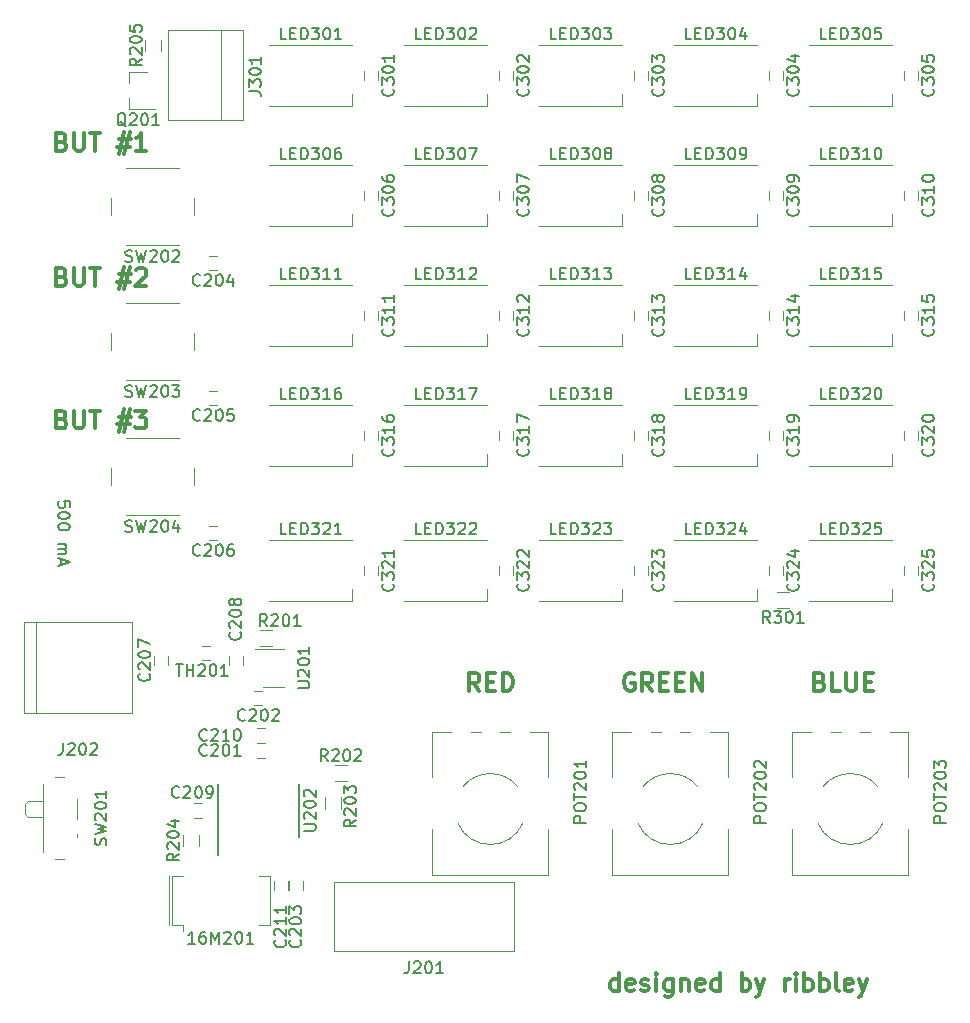
<source format=gbr>
G04 #@! TF.FileFunction,Legend,Top*
%FSLAX46Y46*%
G04 Gerber Fmt 4.6, Leading zero omitted, Abs format (unit mm)*
G04 Created by KiCad (PCBNEW 4.0.7-e0-6372~58~ubuntu16.10.1) date Wed Dec 20 17:09:54 2017*
%MOMM*%
%LPD*%
G01*
G04 APERTURE LIST*
%ADD10C,0.100000*%
%ADD11C,0.200000*%
%ADD12C,0.300000*%
%ADD13C,0.120000*%
%ADD14C,0.150000*%
G04 APERTURE END LIST*
D10*
D11*
X111672619Y-75914524D02*
X111672619Y-75438333D01*
X111196429Y-75390714D01*
X111244048Y-75438333D01*
X111291667Y-75533571D01*
X111291667Y-75771667D01*
X111244048Y-75866905D01*
X111196429Y-75914524D01*
X111101190Y-75962143D01*
X110863095Y-75962143D01*
X110767857Y-75914524D01*
X110720238Y-75866905D01*
X110672619Y-75771667D01*
X110672619Y-75533571D01*
X110720238Y-75438333D01*
X110767857Y-75390714D01*
X111672619Y-76581190D02*
X111672619Y-76676429D01*
X111625000Y-76771667D01*
X111577381Y-76819286D01*
X111482143Y-76866905D01*
X111291667Y-76914524D01*
X111053571Y-76914524D01*
X110863095Y-76866905D01*
X110767857Y-76819286D01*
X110720238Y-76771667D01*
X110672619Y-76676429D01*
X110672619Y-76581190D01*
X110720238Y-76485952D01*
X110767857Y-76438333D01*
X110863095Y-76390714D01*
X111053571Y-76343095D01*
X111291667Y-76343095D01*
X111482143Y-76390714D01*
X111577381Y-76438333D01*
X111625000Y-76485952D01*
X111672619Y-76581190D01*
X111672619Y-77533571D02*
X111672619Y-77628810D01*
X111625000Y-77724048D01*
X111577381Y-77771667D01*
X111482143Y-77819286D01*
X111291667Y-77866905D01*
X111053571Y-77866905D01*
X110863095Y-77819286D01*
X110767857Y-77771667D01*
X110720238Y-77724048D01*
X110672619Y-77628810D01*
X110672619Y-77533571D01*
X110720238Y-77438333D01*
X110767857Y-77390714D01*
X110863095Y-77343095D01*
X111053571Y-77295476D01*
X111291667Y-77295476D01*
X111482143Y-77343095D01*
X111577381Y-77390714D01*
X111625000Y-77438333D01*
X111672619Y-77533571D01*
X110672619Y-79057381D02*
X111339286Y-79057381D01*
X111244048Y-79057381D02*
X111291667Y-79105000D01*
X111339286Y-79200238D01*
X111339286Y-79343096D01*
X111291667Y-79438334D01*
X111196429Y-79485953D01*
X110672619Y-79485953D01*
X111196429Y-79485953D02*
X111291667Y-79533572D01*
X111339286Y-79628810D01*
X111339286Y-79771667D01*
X111291667Y-79866905D01*
X111196429Y-79914524D01*
X110672619Y-79914524D01*
X110958333Y-80343095D02*
X110958333Y-80819286D01*
X110672619Y-80247857D02*
X111672619Y-80581190D01*
X110672619Y-80914524D01*
D12*
X175200714Y-90697857D02*
X175415000Y-90769286D01*
X175486428Y-90840714D01*
X175557857Y-90983571D01*
X175557857Y-91197857D01*
X175486428Y-91340714D01*
X175415000Y-91412143D01*
X175272142Y-91483571D01*
X174700714Y-91483571D01*
X174700714Y-89983571D01*
X175200714Y-89983571D01*
X175343571Y-90055000D01*
X175415000Y-90126429D01*
X175486428Y-90269286D01*
X175486428Y-90412143D01*
X175415000Y-90555000D01*
X175343571Y-90626429D01*
X175200714Y-90697857D01*
X174700714Y-90697857D01*
X176915000Y-91483571D02*
X176200714Y-91483571D01*
X176200714Y-89983571D01*
X177415000Y-89983571D02*
X177415000Y-91197857D01*
X177486428Y-91340714D01*
X177557857Y-91412143D01*
X177700714Y-91483571D01*
X177986428Y-91483571D01*
X178129286Y-91412143D01*
X178200714Y-91340714D01*
X178272143Y-91197857D01*
X178272143Y-89983571D01*
X178986429Y-90697857D02*
X179486429Y-90697857D01*
X179700715Y-91483571D02*
X178986429Y-91483571D01*
X178986429Y-89983571D01*
X179700715Y-89983571D01*
X159425000Y-90055000D02*
X159282143Y-89983571D01*
X159067857Y-89983571D01*
X158853572Y-90055000D01*
X158710714Y-90197857D01*
X158639286Y-90340714D01*
X158567857Y-90626429D01*
X158567857Y-90840714D01*
X158639286Y-91126429D01*
X158710714Y-91269286D01*
X158853572Y-91412143D01*
X159067857Y-91483571D01*
X159210714Y-91483571D01*
X159425000Y-91412143D01*
X159496429Y-91340714D01*
X159496429Y-90840714D01*
X159210714Y-90840714D01*
X160996429Y-91483571D02*
X160496429Y-90769286D01*
X160139286Y-91483571D02*
X160139286Y-89983571D01*
X160710714Y-89983571D01*
X160853572Y-90055000D01*
X160925000Y-90126429D01*
X160996429Y-90269286D01*
X160996429Y-90483571D01*
X160925000Y-90626429D01*
X160853572Y-90697857D01*
X160710714Y-90769286D01*
X160139286Y-90769286D01*
X161639286Y-90697857D02*
X162139286Y-90697857D01*
X162353572Y-91483571D02*
X161639286Y-91483571D01*
X161639286Y-89983571D01*
X162353572Y-89983571D01*
X162996429Y-90697857D02*
X163496429Y-90697857D01*
X163710715Y-91483571D02*
X162996429Y-91483571D01*
X162996429Y-89983571D01*
X163710715Y-89983571D01*
X164353572Y-91483571D02*
X164353572Y-89983571D01*
X165210715Y-91483571D01*
X165210715Y-89983571D01*
X146355715Y-91483571D02*
X145855715Y-90769286D01*
X145498572Y-91483571D02*
X145498572Y-89983571D01*
X146070000Y-89983571D01*
X146212858Y-90055000D01*
X146284286Y-90126429D01*
X146355715Y-90269286D01*
X146355715Y-90483571D01*
X146284286Y-90626429D01*
X146212858Y-90697857D01*
X146070000Y-90769286D01*
X145498572Y-90769286D01*
X146998572Y-90697857D02*
X147498572Y-90697857D01*
X147712858Y-91483571D02*
X146998572Y-91483571D01*
X146998572Y-89983571D01*
X147712858Y-89983571D01*
X148355715Y-91483571D02*
X148355715Y-89983571D01*
X148712858Y-89983571D01*
X148927143Y-90055000D01*
X149070001Y-90197857D01*
X149141429Y-90340714D01*
X149212858Y-90626429D01*
X149212858Y-90840714D01*
X149141429Y-91126429D01*
X149070001Y-91269286D01*
X148927143Y-91412143D01*
X148712858Y-91483571D01*
X148355715Y-91483571D01*
X111014286Y-68472857D02*
X111228572Y-68544286D01*
X111300000Y-68615714D01*
X111371429Y-68758571D01*
X111371429Y-68972857D01*
X111300000Y-69115714D01*
X111228572Y-69187143D01*
X111085714Y-69258571D01*
X110514286Y-69258571D01*
X110514286Y-67758571D01*
X111014286Y-67758571D01*
X111157143Y-67830000D01*
X111228572Y-67901429D01*
X111300000Y-68044286D01*
X111300000Y-68187143D01*
X111228572Y-68330000D01*
X111157143Y-68401429D01*
X111014286Y-68472857D01*
X110514286Y-68472857D01*
X112014286Y-67758571D02*
X112014286Y-68972857D01*
X112085714Y-69115714D01*
X112157143Y-69187143D01*
X112300000Y-69258571D01*
X112585714Y-69258571D01*
X112728572Y-69187143D01*
X112800000Y-69115714D01*
X112871429Y-68972857D01*
X112871429Y-67758571D01*
X113371429Y-67758571D02*
X114228572Y-67758571D01*
X113800001Y-69258571D02*
X113800001Y-67758571D01*
X115800000Y-68258571D02*
X116871429Y-68258571D01*
X116228572Y-67615714D02*
X115800000Y-69544286D01*
X116728572Y-68901429D02*
X115657143Y-68901429D01*
X116300000Y-69544286D02*
X116728572Y-67615714D01*
X117228572Y-67758571D02*
X118157143Y-67758571D01*
X117657143Y-68330000D01*
X117871429Y-68330000D01*
X118014286Y-68401429D01*
X118085715Y-68472857D01*
X118157143Y-68615714D01*
X118157143Y-68972857D01*
X118085715Y-69115714D01*
X118014286Y-69187143D01*
X117871429Y-69258571D01*
X117442857Y-69258571D01*
X117300000Y-69187143D01*
X117228572Y-69115714D01*
X111014286Y-56407857D02*
X111228572Y-56479286D01*
X111300000Y-56550714D01*
X111371429Y-56693571D01*
X111371429Y-56907857D01*
X111300000Y-57050714D01*
X111228572Y-57122143D01*
X111085714Y-57193571D01*
X110514286Y-57193571D01*
X110514286Y-55693571D01*
X111014286Y-55693571D01*
X111157143Y-55765000D01*
X111228572Y-55836429D01*
X111300000Y-55979286D01*
X111300000Y-56122143D01*
X111228572Y-56265000D01*
X111157143Y-56336429D01*
X111014286Y-56407857D01*
X110514286Y-56407857D01*
X112014286Y-55693571D02*
X112014286Y-56907857D01*
X112085714Y-57050714D01*
X112157143Y-57122143D01*
X112300000Y-57193571D01*
X112585714Y-57193571D01*
X112728572Y-57122143D01*
X112800000Y-57050714D01*
X112871429Y-56907857D01*
X112871429Y-55693571D01*
X113371429Y-55693571D02*
X114228572Y-55693571D01*
X113800001Y-57193571D02*
X113800001Y-55693571D01*
X115800000Y-56193571D02*
X116871429Y-56193571D01*
X116228572Y-55550714D02*
X115800000Y-57479286D01*
X116728572Y-56836429D02*
X115657143Y-56836429D01*
X116300000Y-57479286D02*
X116728572Y-55550714D01*
X117300000Y-55836429D02*
X117371429Y-55765000D01*
X117514286Y-55693571D01*
X117871429Y-55693571D01*
X118014286Y-55765000D01*
X118085715Y-55836429D01*
X118157143Y-55979286D01*
X118157143Y-56122143D01*
X118085715Y-56336429D01*
X117228572Y-57193571D01*
X118157143Y-57193571D01*
X111014286Y-44977857D02*
X111228572Y-45049286D01*
X111300000Y-45120714D01*
X111371429Y-45263571D01*
X111371429Y-45477857D01*
X111300000Y-45620714D01*
X111228572Y-45692143D01*
X111085714Y-45763571D01*
X110514286Y-45763571D01*
X110514286Y-44263571D01*
X111014286Y-44263571D01*
X111157143Y-44335000D01*
X111228572Y-44406429D01*
X111300000Y-44549286D01*
X111300000Y-44692143D01*
X111228572Y-44835000D01*
X111157143Y-44906429D01*
X111014286Y-44977857D01*
X110514286Y-44977857D01*
X112014286Y-44263571D02*
X112014286Y-45477857D01*
X112085714Y-45620714D01*
X112157143Y-45692143D01*
X112300000Y-45763571D01*
X112585714Y-45763571D01*
X112728572Y-45692143D01*
X112800000Y-45620714D01*
X112871429Y-45477857D01*
X112871429Y-44263571D01*
X113371429Y-44263571D02*
X114228572Y-44263571D01*
X113800001Y-45763571D02*
X113800001Y-44263571D01*
X115800000Y-44763571D02*
X116871429Y-44763571D01*
X116228572Y-44120714D02*
X115800000Y-46049286D01*
X116728572Y-45406429D02*
X115657143Y-45406429D01*
X116300000Y-46049286D02*
X116728572Y-44120714D01*
X118157143Y-45763571D02*
X117300000Y-45763571D01*
X117728572Y-45763571D02*
X117728572Y-44263571D01*
X117585715Y-44477857D01*
X117442857Y-44620714D01*
X117300000Y-44692143D01*
X158132143Y-116883571D02*
X158132143Y-115383571D01*
X158132143Y-116812143D02*
X157989286Y-116883571D01*
X157703572Y-116883571D01*
X157560714Y-116812143D01*
X157489286Y-116740714D01*
X157417857Y-116597857D01*
X157417857Y-116169286D01*
X157489286Y-116026429D01*
X157560714Y-115955000D01*
X157703572Y-115883571D01*
X157989286Y-115883571D01*
X158132143Y-115955000D01*
X159417857Y-116812143D02*
X159275000Y-116883571D01*
X158989286Y-116883571D01*
X158846429Y-116812143D01*
X158775000Y-116669286D01*
X158775000Y-116097857D01*
X158846429Y-115955000D01*
X158989286Y-115883571D01*
X159275000Y-115883571D01*
X159417857Y-115955000D01*
X159489286Y-116097857D01*
X159489286Y-116240714D01*
X158775000Y-116383571D01*
X160060714Y-116812143D02*
X160203571Y-116883571D01*
X160489286Y-116883571D01*
X160632143Y-116812143D01*
X160703571Y-116669286D01*
X160703571Y-116597857D01*
X160632143Y-116455000D01*
X160489286Y-116383571D01*
X160275000Y-116383571D01*
X160132143Y-116312143D01*
X160060714Y-116169286D01*
X160060714Y-116097857D01*
X160132143Y-115955000D01*
X160275000Y-115883571D01*
X160489286Y-115883571D01*
X160632143Y-115955000D01*
X161346429Y-116883571D02*
X161346429Y-115883571D01*
X161346429Y-115383571D02*
X161275000Y-115455000D01*
X161346429Y-115526429D01*
X161417857Y-115455000D01*
X161346429Y-115383571D01*
X161346429Y-115526429D01*
X162703572Y-115883571D02*
X162703572Y-117097857D01*
X162632143Y-117240714D01*
X162560715Y-117312143D01*
X162417858Y-117383571D01*
X162203572Y-117383571D01*
X162060715Y-117312143D01*
X162703572Y-116812143D02*
X162560715Y-116883571D01*
X162275001Y-116883571D01*
X162132143Y-116812143D01*
X162060715Y-116740714D01*
X161989286Y-116597857D01*
X161989286Y-116169286D01*
X162060715Y-116026429D01*
X162132143Y-115955000D01*
X162275001Y-115883571D01*
X162560715Y-115883571D01*
X162703572Y-115955000D01*
X163417858Y-115883571D02*
X163417858Y-116883571D01*
X163417858Y-116026429D02*
X163489286Y-115955000D01*
X163632144Y-115883571D01*
X163846429Y-115883571D01*
X163989286Y-115955000D01*
X164060715Y-116097857D01*
X164060715Y-116883571D01*
X165346429Y-116812143D02*
X165203572Y-116883571D01*
X164917858Y-116883571D01*
X164775001Y-116812143D01*
X164703572Y-116669286D01*
X164703572Y-116097857D01*
X164775001Y-115955000D01*
X164917858Y-115883571D01*
X165203572Y-115883571D01*
X165346429Y-115955000D01*
X165417858Y-116097857D01*
X165417858Y-116240714D01*
X164703572Y-116383571D01*
X166703572Y-116883571D02*
X166703572Y-115383571D01*
X166703572Y-116812143D02*
X166560715Y-116883571D01*
X166275001Y-116883571D01*
X166132143Y-116812143D01*
X166060715Y-116740714D01*
X165989286Y-116597857D01*
X165989286Y-116169286D01*
X166060715Y-116026429D01*
X166132143Y-115955000D01*
X166275001Y-115883571D01*
X166560715Y-115883571D01*
X166703572Y-115955000D01*
X168560715Y-116883571D02*
X168560715Y-115383571D01*
X168560715Y-115955000D02*
X168703572Y-115883571D01*
X168989286Y-115883571D01*
X169132143Y-115955000D01*
X169203572Y-116026429D01*
X169275001Y-116169286D01*
X169275001Y-116597857D01*
X169203572Y-116740714D01*
X169132143Y-116812143D01*
X168989286Y-116883571D01*
X168703572Y-116883571D01*
X168560715Y-116812143D01*
X169775001Y-115883571D02*
X170132144Y-116883571D01*
X170489286Y-115883571D02*
X170132144Y-116883571D01*
X169989286Y-117240714D01*
X169917858Y-117312143D01*
X169775001Y-117383571D01*
X172203572Y-116883571D02*
X172203572Y-115883571D01*
X172203572Y-116169286D02*
X172275000Y-116026429D01*
X172346429Y-115955000D01*
X172489286Y-115883571D01*
X172632143Y-115883571D01*
X173132143Y-116883571D02*
X173132143Y-115883571D01*
X173132143Y-115383571D02*
X173060714Y-115455000D01*
X173132143Y-115526429D01*
X173203571Y-115455000D01*
X173132143Y-115383571D01*
X173132143Y-115526429D01*
X173846429Y-116883571D02*
X173846429Y-115383571D01*
X173846429Y-115955000D02*
X173989286Y-115883571D01*
X174275000Y-115883571D01*
X174417857Y-115955000D01*
X174489286Y-116026429D01*
X174560715Y-116169286D01*
X174560715Y-116597857D01*
X174489286Y-116740714D01*
X174417857Y-116812143D01*
X174275000Y-116883571D01*
X173989286Y-116883571D01*
X173846429Y-116812143D01*
X175203572Y-116883571D02*
X175203572Y-115383571D01*
X175203572Y-115955000D02*
X175346429Y-115883571D01*
X175632143Y-115883571D01*
X175775000Y-115955000D01*
X175846429Y-116026429D01*
X175917858Y-116169286D01*
X175917858Y-116597857D01*
X175846429Y-116740714D01*
X175775000Y-116812143D01*
X175632143Y-116883571D01*
X175346429Y-116883571D01*
X175203572Y-116812143D01*
X176775001Y-116883571D02*
X176632143Y-116812143D01*
X176560715Y-116669286D01*
X176560715Y-115383571D01*
X177917857Y-116812143D02*
X177775000Y-116883571D01*
X177489286Y-116883571D01*
X177346429Y-116812143D01*
X177275000Y-116669286D01*
X177275000Y-116097857D01*
X177346429Y-115955000D01*
X177489286Y-115883571D01*
X177775000Y-115883571D01*
X177917857Y-115955000D01*
X177989286Y-116097857D01*
X177989286Y-116240714D01*
X177275000Y-116383571D01*
X178489286Y-115883571D02*
X178846429Y-116883571D01*
X179203571Y-115883571D02*
X178846429Y-116883571D01*
X178703571Y-117240714D01*
X178632143Y-117312143D01*
X178489286Y-117383571D01*
D13*
X171585000Y-83140000D02*
X172585000Y-83140000D01*
X172585000Y-84500000D02*
X171585000Y-84500000D01*
X127660000Y-107120000D02*
X128610000Y-107120000D01*
X128610000Y-107120000D02*
X128610000Y-111320000D01*
X128610000Y-111320000D02*
X127660000Y-111320000D01*
X120070000Y-107120000D02*
X120070000Y-111320000D01*
X121260000Y-111820000D02*
X121260000Y-111320000D01*
X121260000Y-111320000D02*
X120310000Y-111320000D01*
X120310000Y-111320000D02*
X120310000Y-107120000D01*
X120310000Y-107120000D02*
X121260000Y-107120000D01*
X127539000Y-95920000D02*
X128239000Y-95920000D01*
X128239000Y-97120000D02*
X127539000Y-97120000D01*
X127285000Y-91475000D02*
X127985000Y-91475000D01*
X127985000Y-92675000D02*
X127285000Y-92675000D01*
X130210000Y-108300000D02*
X130210000Y-107600000D01*
X131410000Y-107600000D02*
X131410000Y-108300000D01*
X124175000Y-55845000D02*
X123475000Y-55845000D01*
X123475000Y-54645000D02*
X124175000Y-54645000D01*
X124175000Y-67275000D02*
X123475000Y-67275000D01*
X123475000Y-66075000D02*
X124175000Y-66075000D01*
X124175000Y-78705000D02*
X123475000Y-78705000D01*
X123475000Y-77505000D02*
X124175000Y-77505000D01*
X118780000Y-89250000D02*
X118780000Y-88550000D01*
X119980000Y-88550000D02*
X119980000Y-89250000D01*
X125130000Y-89250000D02*
X125130000Y-88550000D01*
X126330000Y-88550000D02*
X126330000Y-89250000D01*
X122905000Y-102200000D02*
X122205000Y-102200000D01*
X122205000Y-101000000D02*
X122905000Y-101000000D01*
X127539000Y-94650000D02*
X128239000Y-94650000D01*
X128239000Y-95850000D02*
X127539000Y-95850000D01*
X128940000Y-108300000D02*
X128940000Y-107600000D01*
X130140000Y-107600000D02*
X130140000Y-108300000D01*
X136560000Y-39720000D02*
X136560000Y-39020000D01*
X137760000Y-39020000D02*
X137760000Y-39720000D01*
X147990000Y-39720000D02*
X147990000Y-39020000D01*
X149190000Y-39020000D02*
X149190000Y-39720000D01*
X159420000Y-39720000D02*
X159420000Y-39020000D01*
X160620000Y-39020000D02*
X160620000Y-39720000D01*
X170850000Y-39720000D02*
X170850000Y-39020000D01*
X172050000Y-39020000D02*
X172050000Y-39720000D01*
X182280000Y-39720000D02*
X182280000Y-39020000D01*
X183480000Y-39020000D02*
X183480000Y-39720000D01*
X136560000Y-49880000D02*
X136560000Y-49180000D01*
X137760000Y-49180000D02*
X137760000Y-49880000D01*
X147990000Y-49880000D02*
X147990000Y-49180000D01*
X149190000Y-49180000D02*
X149190000Y-49880000D01*
X159420000Y-49880000D02*
X159420000Y-49180000D01*
X160620000Y-49180000D02*
X160620000Y-49880000D01*
X170850000Y-49880000D02*
X170850000Y-49180000D01*
X172050000Y-49180000D02*
X172050000Y-49880000D01*
X182280000Y-49880000D02*
X182280000Y-49180000D01*
X183480000Y-49180000D02*
X183480000Y-49880000D01*
X136560000Y-60040000D02*
X136560000Y-59340000D01*
X137760000Y-59340000D02*
X137760000Y-60040000D01*
X147990000Y-60040000D02*
X147990000Y-59340000D01*
X149190000Y-59340000D02*
X149190000Y-60040000D01*
X159420000Y-60040000D02*
X159420000Y-59340000D01*
X160620000Y-59340000D02*
X160620000Y-60040000D01*
X170850000Y-60040000D02*
X170850000Y-59340000D01*
X172050000Y-59340000D02*
X172050000Y-60040000D01*
X182280000Y-60040000D02*
X182280000Y-59340000D01*
X183480000Y-59340000D02*
X183480000Y-60040000D01*
X136560000Y-70200000D02*
X136560000Y-69500000D01*
X137760000Y-69500000D02*
X137760000Y-70200000D01*
X147990000Y-70200000D02*
X147990000Y-69500000D01*
X149190000Y-69500000D02*
X149190000Y-70200000D01*
X159420000Y-70200000D02*
X159420000Y-69500000D01*
X160620000Y-69500000D02*
X160620000Y-70200000D01*
X170850000Y-70200000D02*
X170850000Y-69500000D01*
X172050000Y-69500000D02*
X172050000Y-70200000D01*
X182280000Y-70200000D02*
X182280000Y-69500000D01*
X183480000Y-69500000D02*
X183480000Y-70200000D01*
X136560000Y-81630000D02*
X136560000Y-80930000D01*
X137760000Y-80930000D02*
X137760000Y-81630000D01*
X147990000Y-81630000D02*
X147990000Y-80930000D01*
X149190000Y-80930000D02*
X149190000Y-81630000D01*
X159420000Y-81630000D02*
X159420000Y-80930000D01*
X160620000Y-80930000D02*
X160620000Y-81630000D01*
X170850000Y-81630000D02*
X170850000Y-80930000D01*
X172050000Y-80930000D02*
X172050000Y-81630000D01*
X182280000Y-81630000D02*
X182280000Y-80930000D01*
X183480000Y-80930000D02*
X183480000Y-81630000D01*
X134045000Y-107695000D02*
X149285000Y-107695000D01*
X149285000Y-113535000D02*
X134045000Y-113535000D01*
X134045000Y-113535000D02*
X134045000Y-107695000D01*
X149285000Y-113535000D02*
X149285000Y-107695000D01*
X108780000Y-85685000D02*
X108780000Y-93385000D01*
X107780000Y-85685000D02*
X107780000Y-93385000D01*
X107780000Y-93385000D02*
X116980000Y-93385000D01*
X116980000Y-93385000D02*
X116980000Y-85685000D01*
X116980000Y-85685000D02*
X107780000Y-85685000D01*
X126360000Y-35560000D02*
X120020000Y-35560000D01*
X126360000Y-43180000D02*
X120020000Y-43180000D01*
X124460000Y-43180000D02*
X124460000Y-35560000D01*
X126360000Y-35560000D02*
X126360000Y-43180000D01*
X120020000Y-43180000D02*
X120020000Y-35560000D01*
X128580000Y-36770000D02*
X135580000Y-36770000D01*
X128580000Y-41970000D02*
X135580000Y-41970000D01*
X135580000Y-41970000D02*
X135580000Y-40970000D01*
X140010000Y-36770000D02*
X147010000Y-36770000D01*
X140010000Y-41970000D02*
X147010000Y-41970000D01*
X147010000Y-41970000D02*
X147010000Y-40970000D01*
X151440000Y-36770000D02*
X158440000Y-36770000D01*
X151440000Y-41970000D02*
X158440000Y-41970000D01*
X158440000Y-41970000D02*
X158440000Y-40970000D01*
X162870000Y-36770000D02*
X169870000Y-36770000D01*
X162870000Y-41970000D02*
X169870000Y-41970000D01*
X169870000Y-41970000D02*
X169870000Y-40970000D01*
X174300000Y-36770000D02*
X181300000Y-36770000D01*
X174300000Y-41970000D02*
X181300000Y-41970000D01*
X181300000Y-41970000D02*
X181300000Y-40970000D01*
X128580000Y-46930000D02*
X135580000Y-46930000D01*
X128580000Y-52130000D02*
X135580000Y-52130000D01*
X135580000Y-52130000D02*
X135580000Y-51130000D01*
X140010000Y-46930000D02*
X147010000Y-46930000D01*
X140010000Y-52130000D02*
X147010000Y-52130000D01*
X147010000Y-52130000D02*
X147010000Y-51130000D01*
X151440000Y-46930000D02*
X158440000Y-46930000D01*
X151440000Y-52130000D02*
X158440000Y-52130000D01*
X158440000Y-52130000D02*
X158440000Y-51130000D01*
X162870000Y-46930000D02*
X169870000Y-46930000D01*
X162870000Y-52130000D02*
X169870000Y-52130000D01*
X169870000Y-52130000D02*
X169870000Y-51130000D01*
X174300000Y-46930000D02*
X181300000Y-46930000D01*
X174300000Y-52130000D02*
X181300000Y-52130000D01*
X181300000Y-52130000D02*
X181300000Y-51130000D01*
X128580000Y-57090000D02*
X135580000Y-57090000D01*
X128580000Y-62290000D02*
X135580000Y-62290000D01*
X135580000Y-62290000D02*
X135580000Y-61290000D01*
X140010000Y-57090000D02*
X147010000Y-57090000D01*
X140010000Y-62290000D02*
X147010000Y-62290000D01*
X147010000Y-62290000D02*
X147010000Y-61290000D01*
X151440000Y-57090000D02*
X158440000Y-57090000D01*
X151440000Y-62290000D02*
X158440000Y-62290000D01*
X158440000Y-62290000D02*
X158440000Y-61290000D01*
X162870000Y-57090000D02*
X169870000Y-57090000D01*
X162870000Y-62290000D02*
X169870000Y-62290000D01*
X169870000Y-62290000D02*
X169870000Y-61290000D01*
X174300000Y-57090000D02*
X181300000Y-57090000D01*
X174300000Y-62290000D02*
X181300000Y-62290000D01*
X181300000Y-62290000D02*
X181300000Y-61290000D01*
X128580000Y-67250000D02*
X135580000Y-67250000D01*
X128580000Y-72450000D02*
X135580000Y-72450000D01*
X135580000Y-72450000D02*
X135580000Y-71450000D01*
X140010000Y-67250000D02*
X147010000Y-67250000D01*
X140010000Y-72450000D02*
X147010000Y-72450000D01*
X147010000Y-72450000D02*
X147010000Y-71450000D01*
X151440000Y-67250000D02*
X158440000Y-67250000D01*
X151440000Y-72450000D02*
X158440000Y-72450000D01*
X158440000Y-72450000D02*
X158440000Y-71450000D01*
X162870000Y-67250000D02*
X169870000Y-67250000D01*
X162870000Y-72450000D02*
X169870000Y-72450000D01*
X169870000Y-72450000D02*
X169870000Y-71450000D01*
X174300000Y-67250000D02*
X181300000Y-67250000D01*
X174300000Y-72450000D02*
X181300000Y-72450000D01*
X181300000Y-72450000D02*
X181300000Y-71450000D01*
X128580000Y-78680000D02*
X135580000Y-78680000D01*
X128580000Y-83880000D02*
X135580000Y-83880000D01*
X135580000Y-83880000D02*
X135580000Y-82880000D01*
X140010000Y-78680000D02*
X147010000Y-78680000D01*
X140010000Y-83880000D02*
X147010000Y-83880000D01*
X147010000Y-83880000D02*
X147010000Y-82880000D01*
X151440000Y-78680000D02*
X158440000Y-78680000D01*
X151440000Y-83880000D02*
X158440000Y-83880000D01*
X158440000Y-83880000D02*
X158440000Y-82880000D01*
X162870000Y-78680000D02*
X169870000Y-78680000D01*
X162870000Y-83880000D02*
X169870000Y-83880000D01*
X169870000Y-83880000D02*
X169870000Y-82880000D01*
X174300000Y-78680000D02*
X181300000Y-78680000D01*
X174300000Y-83880000D02*
X181300000Y-83880000D01*
X181300000Y-83880000D02*
X181300000Y-82880000D01*
X150042432Y-102651982D02*
G75*
G02X144518000Y-102653000I-2762432J1171982D01*
G01*
X144982247Y-99551705D02*
G75*
G02X149578000Y-99552000I2297753J-1928295D01*
G01*
X152190000Y-94920000D02*
X152190000Y-98786000D01*
X152190000Y-103175000D02*
X152190000Y-107040000D01*
X142370000Y-94920000D02*
X142370000Y-98786000D01*
X142370000Y-103175000D02*
X142370000Y-107040000D01*
X152190000Y-94920000D02*
X150605000Y-94920000D01*
X148955000Y-94920000D02*
X148105000Y-94920000D01*
X146455000Y-94920000D02*
X145605000Y-94920000D01*
X143955000Y-94920000D02*
X142370000Y-94920000D01*
X152190000Y-107040000D02*
X142370000Y-107040000D01*
X165282432Y-102651982D02*
G75*
G02X159758000Y-102653000I-2762432J1171982D01*
G01*
X160222247Y-99551705D02*
G75*
G02X164818000Y-99552000I2297753J-1928295D01*
G01*
X167430000Y-94920000D02*
X167430000Y-98786000D01*
X167430000Y-103175000D02*
X167430000Y-107040000D01*
X157610000Y-94920000D02*
X157610000Y-98786000D01*
X157610000Y-103175000D02*
X157610000Y-107040000D01*
X167430000Y-94920000D02*
X165845000Y-94920000D01*
X164195000Y-94920000D02*
X163345000Y-94920000D01*
X161695000Y-94920000D02*
X160845000Y-94920000D01*
X159195000Y-94920000D02*
X157610000Y-94920000D01*
X167430000Y-107040000D02*
X157610000Y-107040000D01*
X180522432Y-102651982D02*
G75*
G02X174998000Y-102653000I-2762432J1171982D01*
G01*
X175462247Y-99551705D02*
G75*
G02X180058000Y-99552000I2297753J-1928295D01*
G01*
X182670000Y-94920000D02*
X182670000Y-98786000D01*
X182670000Y-103175000D02*
X182670000Y-107040000D01*
X172850000Y-94920000D02*
X172850000Y-98786000D01*
X172850000Y-103175000D02*
X172850000Y-107040000D01*
X182670000Y-94920000D02*
X181085000Y-94920000D01*
X179435000Y-94920000D02*
X178585000Y-94920000D01*
X176935000Y-94920000D02*
X176085000Y-94920000D01*
X174435000Y-94920000D02*
X172850000Y-94920000D01*
X182670000Y-107040000D02*
X172850000Y-107040000D01*
X116715000Y-39060000D02*
X116715000Y-39990000D01*
X116715000Y-42220000D02*
X116715000Y-41290000D01*
X116715000Y-42220000D02*
X118875000Y-42220000D01*
X116715000Y-39060000D02*
X118175000Y-39060000D01*
X128770000Y-87675000D02*
X127770000Y-87675000D01*
X127770000Y-86315000D02*
X128770000Y-86315000D01*
X134120000Y-97745000D02*
X135120000Y-97745000D01*
X135120000Y-99105000D02*
X134120000Y-99105000D01*
X133305000Y-101465000D02*
X133305000Y-100465000D01*
X134665000Y-100465000D02*
X134665000Y-101465000D01*
X122600000Y-103640000D02*
X122600000Y-104640000D01*
X121240000Y-104640000D02*
X121240000Y-103640000D01*
X118065000Y-37330000D02*
X118065000Y-36330000D01*
X119425000Y-36330000D02*
X119425000Y-37330000D01*
X112245000Y-103635000D02*
X112245000Y-103835000D01*
X108105000Y-100835000D02*
X107895000Y-101035000D01*
X108105000Y-102135000D02*
X107895000Y-101935000D01*
X109395000Y-100835000D02*
X108105000Y-100835000D01*
X107895000Y-101035000D02*
X107895000Y-101935000D01*
X108105000Y-102135000D02*
X109395000Y-102135000D01*
X109395000Y-99385000D02*
X109395000Y-105085000D01*
X112245000Y-100635000D02*
X112245000Y-102335000D01*
X111195000Y-98785000D02*
X110405000Y-98785000D01*
X110405000Y-105685000D02*
X111195000Y-105685000D01*
X120920000Y-47205000D02*
X116420000Y-47205000D01*
X122170000Y-51205000D02*
X122170000Y-49705000D01*
X116420000Y-53705000D02*
X120920000Y-53705000D01*
X115170000Y-49705000D02*
X115170000Y-51205000D01*
X120920000Y-58635000D02*
X116420000Y-58635000D01*
X122170000Y-62635000D02*
X122170000Y-61135000D01*
X116420000Y-65135000D02*
X120920000Y-65135000D01*
X115170000Y-61135000D02*
X115170000Y-62635000D01*
X120920000Y-70065000D02*
X116420000Y-70065000D01*
X122170000Y-74065000D02*
X122170000Y-72565000D01*
X116420000Y-76565000D02*
X120920000Y-76565000D01*
X115170000Y-72565000D02*
X115170000Y-74065000D01*
X128005000Y-91145000D02*
X129805000Y-91145000D01*
X129805000Y-87925000D02*
X127355000Y-87925000D01*
D14*
X131085000Y-103825000D02*
X131085000Y-99375000D01*
X124185000Y-105350000D02*
X124185000Y-99375000D01*
D13*
X122840000Y-87665000D02*
X123540000Y-87665000D01*
X123540000Y-88865000D02*
X122840000Y-88865000D01*
D14*
X170965953Y-85722381D02*
X170632619Y-85246190D01*
X170394524Y-85722381D02*
X170394524Y-84722381D01*
X170775477Y-84722381D01*
X170870715Y-84770000D01*
X170918334Y-84817619D01*
X170965953Y-84912857D01*
X170965953Y-85055714D01*
X170918334Y-85150952D01*
X170870715Y-85198571D01*
X170775477Y-85246190D01*
X170394524Y-85246190D01*
X171299286Y-84722381D02*
X171918334Y-84722381D01*
X171585000Y-85103333D01*
X171727858Y-85103333D01*
X171823096Y-85150952D01*
X171870715Y-85198571D01*
X171918334Y-85293810D01*
X171918334Y-85531905D01*
X171870715Y-85627143D01*
X171823096Y-85674762D01*
X171727858Y-85722381D01*
X171442143Y-85722381D01*
X171346905Y-85674762D01*
X171299286Y-85627143D01*
X172537381Y-84722381D02*
X172632620Y-84722381D01*
X172727858Y-84770000D01*
X172775477Y-84817619D01*
X172823096Y-84912857D01*
X172870715Y-85103333D01*
X172870715Y-85341429D01*
X172823096Y-85531905D01*
X172775477Y-85627143D01*
X172727858Y-85674762D01*
X172632620Y-85722381D01*
X172537381Y-85722381D01*
X172442143Y-85674762D01*
X172394524Y-85627143D01*
X172346905Y-85531905D01*
X172299286Y-85341429D01*
X172299286Y-85103333D01*
X172346905Y-84912857D01*
X172394524Y-84817619D01*
X172442143Y-84770000D01*
X172537381Y-84722381D01*
X173823096Y-85722381D02*
X173251667Y-85722381D01*
X173537381Y-85722381D02*
X173537381Y-84722381D01*
X173442143Y-84865238D01*
X173346905Y-84960476D01*
X173251667Y-85008095D01*
X122269524Y-112872381D02*
X121698095Y-112872381D01*
X121983809Y-112872381D02*
X121983809Y-111872381D01*
X121888571Y-112015238D01*
X121793333Y-112110476D01*
X121698095Y-112158095D01*
X123126667Y-111872381D02*
X122936190Y-111872381D01*
X122840952Y-111920000D01*
X122793333Y-111967619D01*
X122698095Y-112110476D01*
X122650476Y-112300952D01*
X122650476Y-112681905D01*
X122698095Y-112777143D01*
X122745714Y-112824762D01*
X122840952Y-112872381D01*
X123031429Y-112872381D01*
X123126667Y-112824762D01*
X123174286Y-112777143D01*
X123221905Y-112681905D01*
X123221905Y-112443810D01*
X123174286Y-112348571D01*
X123126667Y-112300952D01*
X123031429Y-112253333D01*
X122840952Y-112253333D01*
X122745714Y-112300952D01*
X122698095Y-112348571D01*
X122650476Y-112443810D01*
X123650476Y-112872381D02*
X123650476Y-111872381D01*
X123983810Y-112586667D01*
X124317143Y-111872381D01*
X124317143Y-112872381D01*
X124745714Y-111967619D02*
X124793333Y-111920000D01*
X124888571Y-111872381D01*
X125126667Y-111872381D01*
X125221905Y-111920000D01*
X125269524Y-111967619D01*
X125317143Y-112062857D01*
X125317143Y-112158095D01*
X125269524Y-112300952D01*
X124698095Y-112872381D01*
X125317143Y-112872381D01*
X125936190Y-111872381D02*
X126031429Y-111872381D01*
X126126667Y-111920000D01*
X126174286Y-111967619D01*
X126221905Y-112062857D01*
X126269524Y-112253333D01*
X126269524Y-112491429D01*
X126221905Y-112681905D01*
X126174286Y-112777143D01*
X126126667Y-112824762D01*
X126031429Y-112872381D01*
X125936190Y-112872381D01*
X125840952Y-112824762D01*
X125793333Y-112777143D01*
X125745714Y-112681905D01*
X125698095Y-112491429D01*
X125698095Y-112253333D01*
X125745714Y-112062857D01*
X125793333Y-111967619D01*
X125840952Y-111920000D01*
X125936190Y-111872381D01*
X127221905Y-112872381D02*
X126650476Y-112872381D01*
X126936190Y-112872381D02*
X126936190Y-111872381D01*
X126840952Y-112015238D01*
X126745714Y-112110476D01*
X126650476Y-112158095D01*
X123269953Y-96877143D02*
X123222334Y-96924762D01*
X123079477Y-96972381D01*
X122984239Y-96972381D01*
X122841381Y-96924762D01*
X122746143Y-96829524D01*
X122698524Y-96734286D01*
X122650905Y-96543810D01*
X122650905Y-96400952D01*
X122698524Y-96210476D01*
X122746143Y-96115238D01*
X122841381Y-96020000D01*
X122984239Y-95972381D01*
X123079477Y-95972381D01*
X123222334Y-96020000D01*
X123269953Y-96067619D01*
X123650905Y-96067619D02*
X123698524Y-96020000D01*
X123793762Y-95972381D01*
X124031858Y-95972381D01*
X124127096Y-96020000D01*
X124174715Y-96067619D01*
X124222334Y-96162857D01*
X124222334Y-96258095D01*
X124174715Y-96400952D01*
X123603286Y-96972381D01*
X124222334Y-96972381D01*
X124841381Y-95972381D02*
X124936620Y-95972381D01*
X125031858Y-96020000D01*
X125079477Y-96067619D01*
X125127096Y-96162857D01*
X125174715Y-96353333D01*
X125174715Y-96591429D01*
X125127096Y-96781905D01*
X125079477Y-96877143D01*
X125031858Y-96924762D01*
X124936620Y-96972381D01*
X124841381Y-96972381D01*
X124746143Y-96924762D01*
X124698524Y-96877143D01*
X124650905Y-96781905D01*
X124603286Y-96591429D01*
X124603286Y-96353333D01*
X124650905Y-96162857D01*
X124698524Y-96067619D01*
X124746143Y-96020000D01*
X124841381Y-95972381D01*
X126127096Y-96972381D02*
X125555667Y-96972381D01*
X125841381Y-96972381D02*
X125841381Y-95972381D01*
X125746143Y-96115238D01*
X125650905Y-96210476D01*
X125555667Y-96258095D01*
X126515953Y-93932143D02*
X126468334Y-93979762D01*
X126325477Y-94027381D01*
X126230239Y-94027381D01*
X126087381Y-93979762D01*
X125992143Y-93884524D01*
X125944524Y-93789286D01*
X125896905Y-93598810D01*
X125896905Y-93455952D01*
X125944524Y-93265476D01*
X125992143Y-93170238D01*
X126087381Y-93075000D01*
X126230239Y-93027381D01*
X126325477Y-93027381D01*
X126468334Y-93075000D01*
X126515953Y-93122619D01*
X126896905Y-93122619D02*
X126944524Y-93075000D01*
X127039762Y-93027381D01*
X127277858Y-93027381D01*
X127373096Y-93075000D01*
X127420715Y-93122619D01*
X127468334Y-93217857D01*
X127468334Y-93313095D01*
X127420715Y-93455952D01*
X126849286Y-94027381D01*
X127468334Y-94027381D01*
X128087381Y-93027381D02*
X128182620Y-93027381D01*
X128277858Y-93075000D01*
X128325477Y-93122619D01*
X128373096Y-93217857D01*
X128420715Y-93408333D01*
X128420715Y-93646429D01*
X128373096Y-93836905D01*
X128325477Y-93932143D01*
X128277858Y-93979762D01*
X128182620Y-94027381D01*
X128087381Y-94027381D01*
X127992143Y-93979762D01*
X127944524Y-93932143D01*
X127896905Y-93836905D01*
X127849286Y-93646429D01*
X127849286Y-93408333D01*
X127896905Y-93217857D01*
X127944524Y-93122619D01*
X127992143Y-93075000D01*
X128087381Y-93027381D01*
X128801667Y-93122619D02*
X128849286Y-93075000D01*
X128944524Y-93027381D01*
X129182620Y-93027381D01*
X129277858Y-93075000D01*
X129325477Y-93122619D01*
X129373096Y-93217857D01*
X129373096Y-93313095D01*
X129325477Y-93455952D01*
X128754048Y-94027381D01*
X129373096Y-94027381D01*
X131167143Y-112569047D02*
X131214762Y-112616666D01*
X131262381Y-112759523D01*
X131262381Y-112854761D01*
X131214762Y-112997619D01*
X131119524Y-113092857D01*
X131024286Y-113140476D01*
X130833810Y-113188095D01*
X130690952Y-113188095D01*
X130500476Y-113140476D01*
X130405238Y-113092857D01*
X130310000Y-112997619D01*
X130262381Y-112854761D01*
X130262381Y-112759523D01*
X130310000Y-112616666D01*
X130357619Y-112569047D01*
X130357619Y-112188095D02*
X130310000Y-112140476D01*
X130262381Y-112045238D01*
X130262381Y-111807142D01*
X130310000Y-111711904D01*
X130357619Y-111664285D01*
X130452857Y-111616666D01*
X130548095Y-111616666D01*
X130690952Y-111664285D01*
X131262381Y-112235714D01*
X131262381Y-111616666D01*
X130262381Y-110997619D02*
X130262381Y-110902380D01*
X130310000Y-110807142D01*
X130357619Y-110759523D01*
X130452857Y-110711904D01*
X130643333Y-110664285D01*
X130881429Y-110664285D01*
X131071905Y-110711904D01*
X131167143Y-110759523D01*
X131214762Y-110807142D01*
X131262381Y-110902380D01*
X131262381Y-110997619D01*
X131214762Y-111092857D01*
X131167143Y-111140476D01*
X131071905Y-111188095D01*
X130881429Y-111235714D01*
X130643333Y-111235714D01*
X130452857Y-111188095D01*
X130357619Y-111140476D01*
X130310000Y-111092857D01*
X130262381Y-110997619D01*
X130262381Y-110330952D02*
X130262381Y-109711904D01*
X130643333Y-110045238D01*
X130643333Y-109902380D01*
X130690952Y-109807142D01*
X130738571Y-109759523D01*
X130833810Y-109711904D01*
X131071905Y-109711904D01*
X131167143Y-109759523D01*
X131214762Y-109807142D01*
X131262381Y-109902380D01*
X131262381Y-110188095D01*
X131214762Y-110283333D01*
X131167143Y-110330952D01*
X122705953Y-57102143D02*
X122658334Y-57149762D01*
X122515477Y-57197381D01*
X122420239Y-57197381D01*
X122277381Y-57149762D01*
X122182143Y-57054524D01*
X122134524Y-56959286D01*
X122086905Y-56768810D01*
X122086905Y-56625952D01*
X122134524Y-56435476D01*
X122182143Y-56340238D01*
X122277381Y-56245000D01*
X122420239Y-56197381D01*
X122515477Y-56197381D01*
X122658334Y-56245000D01*
X122705953Y-56292619D01*
X123086905Y-56292619D02*
X123134524Y-56245000D01*
X123229762Y-56197381D01*
X123467858Y-56197381D01*
X123563096Y-56245000D01*
X123610715Y-56292619D01*
X123658334Y-56387857D01*
X123658334Y-56483095D01*
X123610715Y-56625952D01*
X123039286Y-57197381D01*
X123658334Y-57197381D01*
X124277381Y-56197381D02*
X124372620Y-56197381D01*
X124467858Y-56245000D01*
X124515477Y-56292619D01*
X124563096Y-56387857D01*
X124610715Y-56578333D01*
X124610715Y-56816429D01*
X124563096Y-57006905D01*
X124515477Y-57102143D01*
X124467858Y-57149762D01*
X124372620Y-57197381D01*
X124277381Y-57197381D01*
X124182143Y-57149762D01*
X124134524Y-57102143D01*
X124086905Y-57006905D01*
X124039286Y-56816429D01*
X124039286Y-56578333D01*
X124086905Y-56387857D01*
X124134524Y-56292619D01*
X124182143Y-56245000D01*
X124277381Y-56197381D01*
X125467858Y-56530714D02*
X125467858Y-57197381D01*
X125229762Y-56149762D02*
X124991667Y-56864048D01*
X125610715Y-56864048D01*
X122705953Y-68532143D02*
X122658334Y-68579762D01*
X122515477Y-68627381D01*
X122420239Y-68627381D01*
X122277381Y-68579762D01*
X122182143Y-68484524D01*
X122134524Y-68389286D01*
X122086905Y-68198810D01*
X122086905Y-68055952D01*
X122134524Y-67865476D01*
X122182143Y-67770238D01*
X122277381Y-67675000D01*
X122420239Y-67627381D01*
X122515477Y-67627381D01*
X122658334Y-67675000D01*
X122705953Y-67722619D01*
X123086905Y-67722619D02*
X123134524Y-67675000D01*
X123229762Y-67627381D01*
X123467858Y-67627381D01*
X123563096Y-67675000D01*
X123610715Y-67722619D01*
X123658334Y-67817857D01*
X123658334Y-67913095D01*
X123610715Y-68055952D01*
X123039286Y-68627381D01*
X123658334Y-68627381D01*
X124277381Y-67627381D02*
X124372620Y-67627381D01*
X124467858Y-67675000D01*
X124515477Y-67722619D01*
X124563096Y-67817857D01*
X124610715Y-68008333D01*
X124610715Y-68246429D01*
X124563096Y-68436905D01*
X124515477Y-68532143D01*
X124467858Y-68579762D01*
X124372620Y-68627381D01*
X124277381Y-68627381D01*
X124182143Y-68579762D01*
X124134524Y-68532143D01*
X124086905Y-68436905D01*
X124039286Y-68246429D01*
X124039286Y-68008333D01*
X124086905Y-67817857D01*
X124134524Y-67722619D01*
X124182143Y-67675000D01*
X124277381Y-67627381D01*
X125515477Y-67627381D02*
X125039286Y-67627381D01*
X124991667Y-68103571D01*
X125039286Y-68055952D01*
X125134524Y-68008333D01*
X125372620Y-68008333D01*
X125467858Y-68055952D01*
X125515477Y-68103571D01*
X125563096Y-68198810D01*
X125563096Y-68436905D01*
X125515477Y-68532143D01*
X125467858Y-68579762D01*
X125372620Y-68627381D01*
X125134524Y-68627381D01*
X125039286Y-68579762D01*
X124991667Y-68532143D01*
X122705953Y-79962143D02*
X122658334Y-80009762D01*
X122515477Y-80057381D01*
X122420239Y-80057381D01*
X122277381Y-80009762D01*
X122182143Y-79914524D01*
X122134524Y-79819286D01*
X122086905Y-79628810D01*
X122086905Y-79485952D01*
X122134524Y-79295476D01*
X122182143Y-79200238D01*
X122277381Y-79105000D01*
X122420239Y-79057381D01*
X122515477Y-79057381D01*
X122658334Y-79105000D01*
X122705953Y-79152619D01*
X123086905Y-79152619D02*
X123134524Y-79105000D01*
X123229762Y-79057381D01*
X123467858Y-79057381D01*
X123563096Y-79105000D01*
X123610715Y-79152619D01*
X123658334Y-79247857D01*
X123658334Y-79343095D01*
X123610715Y-79485952D01*
X123039286Y-80057381D01*
X123658334Y-80057381D01*
X124277381Y-79057381D02*
X124372620Y-79057381D01*
X124467858Y-79105000D01*
X124515477Y-79152619D01*
X124563096Y-79247857D01*
X124610715Y-79438333D01*
X124610715Y-79676429D01*
X124563096Y-79866905D01*
X124515477Y-79962143D01*
X124467858Y-80009762D01*
X124372620Y-80057381D01*
X124277381Y-80057381D01*
X124182143Y-80009762D01*
X124134524Y-79962143D01*
X124086905Y-79866905D01*
X124039286Y-79676429D01*
X124039286Y-79438333D01*
X124086905Y-79247857D01*
X124134524Y-79152619D01*
X124182143Y-79105000D01*
X124277381Y-79057381D01*
X125467858Y-79057381D02*
X125277381Y-79057381D01*
X125182143Y-79105000D01*
X125134524Y-79152619D01*
X125039286Y-79295476D01*
X124991667Y-79485952D01*
X124991667Y-79866905D01*
X125039286Y-79962143D01*
X125086905Y-80009762D01*
X125182143Y-80057381D01*
X125372620Y-80057381D01*
X125467858Y-80009762D01*
X125515477Y-79962143D01*
X125563096Y-79866905D01*
X125563096Y-79628810D01*
X125515477Y-79533571D01*
X125467858Y-79485952D01*
X125372620Y-79438333D01*
X125182143Y-79438333D01*
X125086905Y-79485952D01*
X125039286Y-79533571D01*
X124991667Y-79628810D01*
X118387143Y-90019047D02*
X118434762Y-90066666D01*
X118482381Y-90209523D01*
X118482381Y-90304761D01*
X118434762Y-90447619D01*
X118339524Y-90542857D01*
X118244286Y-90590476D01*
X118053810Y-90638095D01*
X117910952Y-90638095D01*
X117720476Y-90590476D01*
X117625238Y-90542857D01*
X117530000Y-90447619D01*
X117482381Y-90304761D01*
X117482381Y-90209523D01*
X117530000Y-90066666D01*
X117577619Y-90019047D01*
X117577619Y-89638095D02*
X117530000Y-89590476D01*
X117482381Y-89495238D01*
X117482381Y-89257142D01*
X117530000Y-89161904D01*
X117577619Y-89114285D01*
X117672857Y-89066666D01*
X117768095Y-89066666D01*
X117910952Y-89114285D01*
X118482381Y-89685714D01*
X118482381Y-89066666D01*
X117482381Y-88447619D02*
X117482381Y-88352380D01*
X117530000Y-88257142D01*
X117577619Y-88209523D01*
X117672857Y-88161904D01*
X117863333Y-88114285D01*
X118101429Y-88114285D01*
X118291905Y-88161904D01*
X118387143Y-88209523D01*
X118434762Y-88257142D01*
X118482381Y-88352380D01*
X118482381Y-88447619D01*
X118434762Y-88542857D01*
X118387143Y-88590476D01*
X118291905Y-88638095D01*
X118101429Y-88685714D01*
X117863333Y-88685714D01*
X117672857Y-88638095D01*
X117577619Y-88590476D01*
X117530000Y-88542857D01*
X117482381Y-88447619D01*
X117482381Y-87780952D02*
X117482381Y-87114285D01*
X118482381Y-87542857D01*
X126087143Y-86519047D02*
X126134762Y-86566666D01*
X126182381Y-86709523D01*
X126182381Y-86804761D01*
X126134762Y-86947619D01*
X126039524Y-87042857D01*
X125944286Y-87090476D01*
X125753810Y-87138095D01*
X125610952Y-87138095D01*
X125420476Y-87090476D01*
X125325238Y-87042857D01*
X125230000Y-86947619D01*
X125182381Y-86804761D01*
X125182381Y-86709523D01*
X125230000Y-86566666D01*
X125277619Y-86519047D01*
X125277619Y-86138095D02*
X125230000Y-86090476D01*
X125182381Y-85995238D01*
X125182381Y-85757142D01*
X125230000Y-85661904D01*
X125277619Y-85614285D01*
X125372857Y-85566666D01*
X125468095Y-85566666D01*
X125610952Y-85614285D01*
X126182381Y-86185714D01*
X126182381Y-85566666D01*
X125182381Y-84947619D02*
X125182381Y-84852380D01*
X125230000Y-84757142D01*
X125277619Y-84709523D01*
X125372857Y-84661904D01*
X125563333Y-84614285D01*
X125801429Y-84614285D01*
X125991905Y-84661904D01*
X126087143Y-84709523D01*
X126134762Y-84757142D01*
X126182381Y-84852380D01*
X126182381Y-84947619D01*
X126134762Y-85042857D01*
X126087143Y-85090476D01*
X125991905Y-85138095D01*
X125801429Y-85185714D01*
X125563333Y-85185714D01*
X125372857Y-85138095D01*
X125277619Y-85090476D01*
X125230000Y-85042857D01*
X125182381Y-84947619D01*
X125610952Y-84042857D02*
X125563333Y-84138095D01*
X125515714Y-84185714D01*
X125420476Y-84233333D01*
X125372857Y-84233333D01*
X125277619Y-84185714D01*
X125230000Y-84138095D01*
X125182381Y-84042857D01*
X125182381Y-83852380D01*
X125230000Y-83757142D01*
X125277619Y-83709523D01*
X125372857Y-83661904D01*
X125420476Y-83661904D01*
X125515714Y-83709523D01*
X125563333Y-83757142D01*
X125610952Y-83852380D01*
X125610952Y-84042857D01*
X125658571Y-84138095D01*
X125706190Y-84185714D01*
X125801429Y-84233333D01*
X125991905Y-84233333D01*
X126087143Y-84185714D01*
X126134762Y-84138095D01*
X126182381Y-84042857D01*
X126182381Y-83852380D01*
X126134762Y-83757142D01*
X126087143Y-83709523D01*
X125991905Y-83661904D01*
X125801429Y-83661904D01*
X125706190Y-83709523D01*
X125658571Y-83757142D01*
X125610952Y-83852380D01*
X120935953Y-100457143D02*
X120888334Y-100504762D01*
X120745477Y-100552381D01*
X120650239Y-100552381D01*
X120507381Y-100504762D01*
X120412143Y-100409524D01*
X120364524Y-100314286D01*
X120316905Y-100123810D01*
X120316905Y-99980952D01*
X120364524Y-99790476D01*
X120412143Y-99695238D01*
X120507381Y-99600000D01*
X120650239Y-99552381D01*
X120745477Y-99552381D01*
X120888334Y-99600000D01*
X120935953Y-99647619D01*
X121316905Y-99647619D02*
X121364524Y-99600000D01*
X121459762Y-99552381D01*
X121697858Y-99552381D01*
X121793096Y-99600000D01*
X121840715Y-99647619D01*
X121888334Y-99742857D01*
X121888334Y-99838095D01*
X121840715Y-99980952D01*
X121269286Y-100552381D01*
X121888334Y-100552381D01*
X122507381Y-99552381D02*
X122602620Y-99552381D01*
X122697858Y-99600000D01*
X122745477Y-99647619D01*
X122793096Y-99742857D01*
X122840715Y-99933333D01*
X122840715Y-100171429D01*
X122793096Y-100361905D01*
X122745477Y-100457143D01*
X122697858Y-100504762D01*
X122602620Y-100552381D01*
X122507381Y-100552381D01*
X122412143Y-100504762D01*
X122364524Y-100457143D01*
X122316905Y-100361905D01*
X122269286Y-100171429D01*
X122269286Y-99933333D01*
X122316905Y-99742857D01*
X122364524Y-99647619D01*
X122412143Y-99600000D01*
X122507381Y-99552381D01*
X123316905Y-100552381D02*
X123507381Y-100552381D01*
X123602620Y-100504762D01*
X123650239Y-100457143D01*
X123745477Y-100314286D01*
X123793096Y-100123810D01*
X123793096Y-99742857D01*
X123745477Y-99647619D01*
X123697858Y-99600000D01*
X123602620Y-99552381D01*
X123412143Y-99552381D01*
X123316905Y-99600000D01*
X123269286Y-99647619D01*
X123221667Y-99742857D01*
X123221667Y-99980952D01*
X123269286Y-100076190D01*
X123316905Y-100123810D01*
X123412143Y-100171429D01*
X123602620Y-100171429D01*
X123697858Y-100123810D01*
X123745477Y-100076190D01*
X123793096Y-99980952D01*
X123269953Y-95607143D02*
X123222334Y-95654762D01*
X123079477Y-95702381D01*
X122984239Y-95702381D01*
X122841381Y-95654762D01*
X122746143Y-95559524D01*
X122698524Y-95464286D01*
X122650905Y-95273810D01*
X122650905Y-95130952D01*
X122698524Y-94940476D01*
X122746143Y-94845238D01*
X122841381Y-94750000D01*
X122984239Y-94702381D01*
X123079477Y-94702381D01*
X123222334Y-94750000D01*
X123269953Y-94797619D01*
X123650905Y-94797619D02*
X123698524Y-94750000D01*
X123793762Y-94702381D01*
X124031858Y-94702381D01*
X124127096Y-94750000D01*
X124174715Y-94797619D01*
X124222334Y-94892857D01*
X124222334Y-94988095D01*
X124174715Y-95130952D01*
X123603286Y-95702381D01*
X124222334Y-95702381D01*
X125174715Y-95702381D02*
X124603286Y-95702381D01*
X124889000Y-95702381D02*
X124889000Y-94702381D01*
X124793762Y-94845238D01*
X124698524Y-94940476D01*
X124603286Y-94988095D01*
X125793762Y-94702381D02*
X125889001Y-94702381D01*
X125984239Y-94750000D01*
X126031858Y-94797619D01*
X126079477Y-94892857D01*
X126127096Y-95083333D01*
X126127096Y-95321429D01*
X126079477Y-95511905D01*
X126031858Y-95607143D01*
X125984239Y-95654762D01*
X125889001Y-95702381D01*
X125793762Y-95702381D01*
X125698524Y-95654762D01*
X125650905Y-95607143D01*
X125603286Y-95511905D01*
X125555667Y-95321429D01*
X125555667Y-95083333D01*
X125603286Y-94892857D01*
X125650905Y-94797619D01*
X125698524Y-94750000D01*
X125793762Y-94702381D01*
X129897143Y-112569047D02*
X129944762Y-112616666D01*
X129992381Y-112759523D01*
X129992381Y-112854761D01*
X129944762Y-112997619D01*
X129849524Y-113092857D01*
X129754286Y-113140476D01*
X129563810Y-113188095D01*
X129420952Y-113188095D01*
X129230476Y-113140476D01*
X129135238Y-113092857D01*
X129040000Y-112997619D01*
X128992381Y-112854761D01*
X128992381Y-112759523D01*
X129040000Y-112616666D01*
X129087619Y-112569047D01*
X129087619Y-112188095D02*
X129040000Y-112140476D01*
X128992381Y-112045238D01*
X128992381Y-111807142D01*
X129040000Y-111711904D01*
X129087619Y-111664285D01*
X129182857Y-111616666D01*
X129278095Y-111616666D01*
X129420952Y-111664285D01*
X129992381Y-112235714D01*
X129992381Y-111616666D01*
X129992381Y-110664285D02*
X129992381Y-111235714D01*
X129992381Y-110950000D02*
X128992381Y-110950000D01*
X129135238Y-111045238D01*
X129230476Y-111140476D01*
X129278095Y-111235714D01*
X129992381Y-109711904D02*
X129992381Y-110283333D01*
X129992381Y-109997619D02*
X128992381Y-109997619D01*
X129135238Y-110092857D01*
X129230476Y-110188095D01*
X129278095Y-110283333D01*
X139017143Y-40489047D02*
X139064762Y-40536666D01*
X139112381Y-40679523D01*
X139112381Y-40774761D01*
X139064762Y-40917619D01*
X138969524Y-41012857D01*
X138874286Y-41060476D01*
X138683810Y-41108095D01*
X138540952Y-41108095D01*
X138350476Y-41060476D01*
X138255238Y-41012857D01*
X138160000Y-40917619D01*
X138112381Y-40774761D01*
X138112381Y-40679523D01*
X138160000Y-40536666D01*
X138207619Y-40489047D01*
X138112381Y-40155714D02*
X138112381Y-39536666D01*
X138493333Y-39870000D01*
X138493333Y-39727142D01*
X138540952Y-39631904D01*
X138588571Y-39584285D01*
X138683810Y-39536666D01*
X138921905Y-39536666D01*
X139017143Y-39584285D01*
X139064762Y-39631904D01*
X139112381Y-39727142D01*
X139112381Y-40012857D01*
X139064762Y-40108095D01*
X139017143Y-40155714D01*
X138112381Y-38917619D02*
X138112381Y-38822380D01*
X138160000Y-38727142D01*
X138207619Y-38679523D01*
X138302857Y-38631904D01*
X138493333Y-38584285D01*
X138731429Y-38584285D01*
X138921905Y-38631904D01*
X139017143Y-38679523D01*
X139064762Y-38727142D01*
X139112381Y-38822380D01*
X139112381Y-38917619D01*
X139064762Y-39012857D01*
X139017143Y-39060476D01*
X138921905Y-39108095D01*
X138731429Y-39155714D01*
X138493333Y-39155714D01*
X138302857Y-39108095D01*
X138207619Y-39060476D01*
X138160000Y-39012857D01*
X138112381Y-38917619D01*
X139112381Y-37631904D02*
X139112381Y-38203333D01*
X139112381Y-37917619D02*
X138112381Y-37917619D01*
X138255238Y-38012857D01*
X138350476Y-38108095D01*
X138398095Y-38203333D01*
X150447143Y-40489047D02*
X150494762Y-40536666D01*
X150542381Y-40679523D01*
X150542381Y-40774761D01*
X150494762Y-40917619D01*
X150399524Y-41012857D01*
X150304286Y-41060476D01*
X150113810Y-41108095D01*
X149970952Y-41108095D01*
X149780476Y-41060476D01*
X149685238Y-41012857D01*
X149590000Y-40917619D01*
X149542381Y-40774761D01*
X149542381Y-40679523D01*
X149590000Y-40536666D01*
X149637619Y-40489047D01*
X149542381Y-40155714D02*
X149542381Y-39536666D01*
X149923333Y-39870000D01*
X149923333Y-39727142D01*
X149970952Y-39631904D01*
X150018571Y-39584285D01*
X150113810Y-39536666D01*
X150351905Y-39536666D01*
X150447143Y-39584285D01*
X150494762Y-39631904D01*
X150542381Y-39727142D01*
X150542381Y-40012857D01*
X150494762Y-40108095D01*
X150447143Y-40155714D01*
X149542381Y-38917619D02*
X149542381Y-38822380D01*
X149590000Y-38727142D01*
X149637619Y-38679523D01*
X149732857Y-38631904D01*
X149923333Y-38584285D01*
X150161429Y-38584285D01*
X150351905Y-38631904D01*
X150447143Y-38679523D01*
X150494762Y-38727142D01*
X150542381Y-38822380D01*
X150542381Y-38917619D01*
X150494762Y-39012857D01*
X150447143Y-39060476D01*
X150351905Y-39108095D01*
X150161429Y-39155714D01*
X149923333Y-39155714D01*
X149732857Y-39108095D01*
X149637619Y-39060476D01*
X149590000Y-39012857D01*
X149542381Y-38917619D01*
X149637619Y-38203333D02*
X149590000Y-38155714D01*
X149542381Y-38060476D01*
X149542381Y-37822380D01*
X149590000Y-37727142D01*
X149637619Y-37679523D01*
X149732857Y-37631904D01*
X149828095Y-37631904D01*
X149970952Y-37679523D01*
X150542381Y-38250952D01*
X150542381Y-37631904D01*
X161877143Y-40489047D02*
X161924762Y-40536666D01*
X161972381Y-40679523D01*
X161972381Y-40774761D01*
X161924762Y-40917619D01*
X161829524Y-41012857D01*
X161734286Y-41060476D01*
X161543810Y-41108095D01*
X161400952Y-41108095D01*
X161210476Y-41060476D01*
X161115238Y-41012857D01*
X161020000Y-40917619D01*
X160972381Y-40774761D01*
X160972381Y-40679523D01*
X161020000Y-40536666D01*
X161067619Y-40489047D01*
X160972381Y-40155714D02*
X160972381Y-39536666D01*
X161353333Y-39870000D01*
X161353333Y-39727142D01*
X161400952Y-39631904D01*
X161448571Y-39584285D01*
X161543810Y-39536666D01*
X161781905Y-39536666D01*
X161877143Y-39584285D01*
X161924762Y-39631904D01*
X161972381Y-39727142D01*
X161972381Y-40012857D01*
X161924762Y-40108095D01*
X161877143Y-40155714D01*
X160972381Y-38917619D02*
X160972381Y-38822380D01*
X161020000Y-38727142D01*
X161067619Y-38679523D01*
X161162857Y-38631904D01*
X161353333Y-38584285D01*
X161591429Y-38584285D01*
X161781905Y-38631904D01*
X161877143Y-38679523D01*
X161924762Y-38727142D01*
X161972381Y-38822380D01*
X161972381Y-38917619D01*
X161924762Y-39012857D01*
X161877143Y-39060476D01*
X161781905Y-39108095D01*
X161591429Y-39155714D01*
X161353333Y-39155714D01*
X161162857Y-39108095D01*
X161067619Y-39060476D01*
X161020000Y-39012857D01*
X160972381Y-38917619D01*
X160972381Y-38250952D02*
X160972381Y-37631904D01*
X161353333Y-37965238D01*
X161353333Y-37822380D01*
X161400952Y-37727142D01*
X161448571Y-37679523D01*
X161543810Y-37631904D01*
X161781905Y-37631904D01*
X161877143Y-37679523D01*
X161924762Y-37727142D01*
X161972381Y-37822380D01*
X161972381Y-38108095D01*
X161924762Y-38203333D01*
X161877143Y-38250952D01*
X173307143Y-40489047D02*
X173354762Y-40536666D01*
X173402381Y-40679523D01*
X173402381Y-40774761D01*
X173354762Y-40917619D01*
X173259524Y-41012857D01*
X173164286Y-41060476D01*
X172973810Y-41108095D01*
X172830952Y-41108095D01*
X172640476Y-41060476D01*
X172545238Y-41012857D01*
X172450000Y-40917619D01*
X172402381Y-40774761D01*
X172402381Y-40679523D01*
X172450000Y-40536666D01*
X172497619Y-40489047D01*
X172402381Y-40155714D02*
X172402381Y-39536666D01*
X172783333Y-39870000D01*
X172783333Y-39727142D01*
X172830952Y-39631904D01*
X172878571Y-39584285D01*
X172973810Y-39536666D01*
X173211905Y-39536666D01*
X173307143Y-39584285D01*
X173354762Y-39631904D01*
X173402381Y-39727142D01*
X173402381Y-40012857D01*
X173354762Y-40108095D01*
X173307143Y-40155714D01*
X172402381Y-38917619D02*
X172402381Y-38822380D01*
X172450000Y-38727142D01*
X172497619Y-38679523D01*
X172592857Y-38631904D01*
X172783333Y-38584285D01*
X173021429Y-38584285D01*
X173211905Y-38631904D01*
X173307143Y-38679523D01*
X173354762Y-38727142D01*
X173402381Y-38822380D01*
X173402381Y-38917619D01*
X173354762Y-39012857D01*
X173307143Y-39060476D01*
X173211905Y-39108095D01*
X173021429Y-39155714D01*
X172783333Y-39155714D01*
X172592857Y-39108095D01*
X172497619Y-39060476D01*
X172450000Y-39012857D01*
X172402381Y-38917619D01*
X172735714Y-37727142D02*
X173402381Y-37727142D01*
X172354762Y-37965238D02*
X173069048Y-38203333D01*
X173069048Y-37584285D01*
X184737143Y-40489047D02*
X184784762Y-40536666D01*
X184832381Y-40679523D01*
X184832381Y-40774761D01*
X184784762Y-40917619D01*
X184689524Y-41012857D01*
X184594286Y-41060476D01*
X184403810Y-41108095D01*
X184260952Y-41108095D01*
X184070476Y-41060476D01*
X183975238Y-41012857D01*
X183880000Y-40917619D01*
X183832381Y-40774761D01*
X183832381Y-40679523D01*
X183880000Y-40536666D01*
X183927619Y-40489047D01*
X183832381Y-40155714D02*
X183832381Y-39536666D01*
X184213333Y-39870000D01*
X184213333Y-39727142D01*
X184260952Y-39631904D01*
X184308571Y-39584285D01*
X184403810Y-39536666D01*
X184641905Y-39536666D01*
X184737143Y-39584285D01*
X184784762Y-39631904D01*
X184832381Y-39727142D01*
X184832381Y-40012857D01*
X184784762Y-40108095D01*
X184737143Y-40155714D01*
X183832381Y-38917619D02*
X183832381Y-38822380D01*
X183880000Y-38727142D01*
X183927619Y-38679523D01*
X184022857Y-38631904D01*
X184213333Y-38584285D01*
X184451429Y-38584285D01*
X184641905Y-38631904D01*
X184737143Y-38679523D01*
X184784762Y-38727142D01*
X184832381Y-38822380D01*
X184832381Y-38917619D01*
X184784762Y-39012857D01*
X184737143Y-39060476D01*
X184641905Y-39108095D01*
X184451429Y-39155714D01*
X184213333Y-39155714D01*
X184022857Y-39108095D01*
X183927619Y-39060476D01*
X183880000Y-39012857D01*
X183832381Y-38917619D01*
X183832381Y-37679523D02*
X183832381Y-38155714D01*
X184308571Y-38203333D01*
X184260952Y-38155714D01*
X184213333Y-38060476D01*
X184213333Y-37822380D01*
X184260952Y-37727142D01*
X184308571Y-37679523D01*
X184403810Y-37631904D01*
X184641905Y-37631904D01*
X184737143Y-37679523D01*
X184784762Y-37727142D01*
X184832381Y-37822380D01*
X184832381Y-38060476D01*
X184784762Y-38155714D01*
X184737143Y-38203333D01*
X139017143Y-50649047D02*
X139064762Y-50696666D01*
X139112381Y-50839523D01*
X139112381Y-50934761D01*
X139064762Y-51077619D01*
X138969524Y-51172857D01*
X138874286Y-51220476D01*
X138683810Y-51268095D01*
X138540952Y-51268095D01*
X138350476Y-51220476D01*
X138255238Y-51172857D01*
X138160000Y-51077619D01*
X138112381Y-50934761D01*
X138112381Y-50839523D01*
X138160000Y-50696666D01*
X138207619Y-50649047D01*
X138112381Y-50315714D02*
X138112381Y-49696666D01*
X138493333Y-50030000D01*
X138493333Y-49887142D01*
X138540952Y-49791904D01*
X138588571Y-49744285D01*
X138683810Y-49696666D01*
X138921905Y-49696666D01*
X139017143Y-49744285D01*
X139064762Y-49791904D01*
X139112381Y-49887142D01*
X139112381Y-50172857D01*
X139064762Y-50268095D01*
X139017143Y-50315714D01*
X138112381Y-49077619D02*
X138112381Y-48982380D01*
X138160000Y-48887142D01*
X138207619Y-48839523D01*
X138302857Y-48791904D01*
X138493333Y-48744285D01*
X138731429Y-48744285D01*
X138921905Y-48791904D01*
X139017143Y-48839523D01*
X139064762Y-48887142D01*
X139112381Y-48982380D01*
X139112381Y-49077619D01*
X139064762Y-49172857D01*
X139017143Y-49220476D01*
X138921905Y-49268095D01*
X138731429Y-49315714D01*
X138493333Y-49315714D01*
X138302857Y-49268095D01*
X138207619Y-49220476D01*
X138160000Y-49172857D01*
X138112381Y-49077619D01*
X138112381Y-47887142D02*
X138112381Y-48077619D01*
X138160000Y-48172857D01*
X138207619Y-48220476D01*
X138350476Y-48315714D01*
X138540952Y-48363333D01*
X138921905Y-48363333D01*
X139017143Y-48315714D01*
X139064762Y-48268095D01*
X139112381Y-48172857D01*
X139112381Y-47982380D01*
X139064762Y-47887142D01*
X139017143Y-47839523D01*
X138921905Y-47791904D01*
X138683810Y-47791904D01*
X138588571Y-47839523D01*
X138540952Y-47887142D01*
X138493333Y-47982380D01*
X138493333Y-48172857D01*
X138540952Y-48268095D01*
X138588571Y-48315714D01*
X138683810Y-48363333D01*
X150447143Y-50649047D02*
X150494762Y-50696666D01*
X150542381Y-50839523D01*
X150542381Y-50934761D01*
X150494762Y-51077619D01*
X150399524Y-51172857D01*
X150304286Y-51220476D01*
X150113810Y-51268095D01*
X149970952Y-51268095D01*
X149780476Y-51220476D01*
X149685238Y-51172857D01*
X149590000Y-51077619D01*
X149542381Y-50934761D01*
X149542381Y-50839523D01*
X149590000Y-50696666D01*
X149637619Y-50649047D01*
X149542381Y-50315714D02*
X149542381Y-49696666D01*
X149923333Y-50030000D01*
X149923333Y-49887142D01*
X149970952Y-49791904D01*
X150018571Y-49744285D01*
X150113810Y-49696666D01*
X150351905Y-49696666D01*
X150447143Y-49744285D01*
X150494762Y-49791904D01*
X150542381Y-49887142D01*
X150542381Y-50172857D01*
X150494762Y-50268095D01*
X150447143Y-50315714D01*
X149542381Y-49077619D02*
X149542381Y-48982380D01*
X149590000Y-48887142D01*
X149637619Y-48839523D01*
X149732857Y-48791904D01*
X149923333Y-48744285D01*
X150161429Y-48744285D01*
X150351905Y-48791904D01*
X150447143Y-48839523D01*
X150494762Y-48887142D01*
X150542381Y-48982380D01*
X150542381Y-49077619D01*
X150494762Y-49172857D01*
X150447143Y-49220476D01*
X150351905Y-49268095D01*
X150161429Y-49315714D01*
X149923333Y-49315714D01*
X149732857Y-49268095D01*
X149637619Y-49220476D01*
X149590000Y-49172857D01*
X149542381Y-49077619D01*
X149542381Y-48410952D02*
X149542381Y-47744285D01*
X150542381Y-48172857D01*
X161877143Y-50649047D02*
X161924762Y-50696666D01*
X161972381Y-50839523D01*
X161972381Y-50934761D01*
X161924762Y-51077619D01*
X161829524Y-51172857D01*
X161734286Y-51220476D01*
X161543810Y-51268095D01*
X161400952Y-51268095D01*
X161210476Y-51220476D01*
X161115238Y-51172857D01*
X161020000Y-51077619D01*
X160972381Y-50934761D01*
X160972381Y-50839523D01*
X161020000Y-50696666D01*
X161067619Y-50649047D01*
X160972381Y-50315714D02*
X160972381Y-49696666D01*
X161353333Y-50030000D01*
X161353333Y-49887142D01*
X161400952Y-49791904D01*
X161448571Y-49744285D01*
X161543810Y-49696666D01*
X161781905Y-49696666D01*
X161877143Y-49744285D01*
X161924762Y-49791904D01*
X161972381Y-49887142D01*
X161972381Y-50172857D01*
X161924762Y-50268095D01*
X161877143Y-50315714D01*
X160972381Y-49077619D02*
X160972381Y-48982380D01*
X161020000Y-48887142D01*
X161067619Y-48839523D01*
X161162857Y-48791904D01*
X161353333Y-48744285D01*
X161591429Y-48744285D01*
X161781905Y-48791904D01*
X161877143Y-48839523D01*
X161924762Y-48887142D01*
X161972381Y-48982380D01*
X161972381Y-49077619D01*
X161924762Y-49172857D01*
X161877143Y-49220476D01*
X161781905Y-49268095D01*
X161591429Y-49315714D01*
X161353333Y-49315714D01*
X161162857Y-49268095D01*
X161067619Y-49220476D01*
X161020000Y-49172857D01*
X160972381Y-49077619D01*
X161400952Y-48172857D02*
X161353333Y-48268095D01*
X161305714Y-48315714D01*
X161210476Y-48363333D01*
X161162857Y-48363333D01*
X161067619Y-48315714D01*
X161020000Y-48268095D01*
X160972381Y-48172857D01*
X160972381Y-47982380D01*
X161020000Y-47887142D01*
X161067619Y-47839523D01*
X161162857Y-47791904D01*
X161210476Y-47791904D01*
X161305714Y-47839523D01*
X161353333Y-47887142D01*
X161400952Y-47982380D01*
X161400952Y-48172857D01*
X161448571Y-48268095D01*
X161496190Y-48315714D01*
X161591429Y-48363333D01*
X161781905Y-48363333D01*
X161877143Y-48315714D01*
X161924762Y-48268095D01*
X161972381Y-48172857D01*
X161972381Y-47982380D01*
X161924762Y-47887142D01*
X161877143Y-47839523D01*
X161781905Y-47791904D01*
X161591429Y-47791904D01*
X161496190Y-47839523D01*
X161448571Y-47887142D01*
X161400952Y-47982380D01*
X173307143Y-50649047D02*
X173354762Y-50696666D01*
X173402381Y-50839523D01*
X173402381Y-50934761D01*
X173354762Y-51077619D01*
X173259524Y-51172857D01*
X173164286Y-51220476D01*
X172973810Y-51268095D01*
X172830952Y-51268095D01*
X172640476Y-51220476D01*
X172545238Y-51172857D01*
X172450000Y-51077619D01*
X172402381Y-50934761D01*
X172402381Y-50839523D01*
X172450000Y-50696666D01*
X172497619Y-50649047D01*
X172402381Y-50315714D02*
X172402381Y-49696666D01*
X172783333Y-50030000D01*
X172783333Y-49887142D01*
X172830952Y-49791904D01*
X172878571Y-49744285D01*
X172973810Y-49696666D01*
X173211905Y-49696666D01*
X173307143Y-49744285D01*
X173354762Y-49791904D01*
X173402381Y-49887142D01*
X173402381Y-50172857D01*
X173354762Y-50268095D01*
X173307143Y-50315714D01*
X172402381Y-49077619D02*
X172402381Y-48982380D01*
X172450000Y-48887142D01*
X172497619Y-48839523D01*
X172592857Y-48791904D01*
X172783333Y-48744285D01*
X173021429Y-48744285D01*
X173211905Y-48791904D01*
X173307143Y-48839523D01*
X173354762Y-48887142D01*
X173402381Y-48982380D01*
X173402381Y-49077619D01*
X173354762Y-49172857D01*
X173307143Y-49220476D01*
X173211905Y-49268095D01*
X173021429Y-49315714D01*
X172783333Y-49315714D01*
X172592857Y-49268095D01*
X172497619Y-49220476D01*
X172450000Y-49172857D01*
X172402381Y-49077619D01*
X173402381Y-48268095D02*
X173402381Y-48077619D01*
X173354762Y-47982380D01*
X173307143Y-47934761D01*
X173164286Y-47839523D01*
X172973810Y-47791904D01*
X172592857Y-47791904D01*
X172497619Y-47839523D01*
X172450000Y-47887142D01*
X172402381Y-47982380D01*
X172402381Y-48172857D01*
X172450000Y-48268095D01*
X172497619Y-48315714D01*
X172592857Y-48363333D01*
X172830952Y-48363333D01*
X172926190Y-48315714D01*
X172973810Y-48268095D01*
X173021429Y-48172857D01*
X173021429Y-47982380D01*
X172973810Y-47887142D01*
X172926190Y-47839523D01*
X172830952Y-47791904D01*
X184737143Y-50649047D02*
X184784762Y-50696666D01*
X184832381Y-50839523D01*
X184832381Y-50934761D01*
X184784762Y-51077619D01*
X184689524Y-51172857D01*
X184594286Y-51220476D01*
X184403810Y-51268095D01*
X184260952Y-51268095D01*
X184070476Y-51220476D01*
X183975238Y-51172857D01*
X183880000Y-51077619D01*
X183832381Y-50934761D01*
X183832381Y-50839523D01*
X183880000Y-50696666D01*
X183927619Y-50649047D01*
X183832381Y-50315714D02*
X183832381Y-49696666D01*
X184213333Y-50030000D01*
X184213333Y-49887142D01*
X184260952Y-49791904D01*
X184308571Y-49744285D01*
X184403810Y-49696666D01*
X184641905Y-49696666D01*
X184737143Y-49744285D01*
X184784762Y-49791904D01*
X184832381Y-49887142D01*
X184832381Y-50172857D01*
X184784762Y-50268095D01*
X184737143Y-50315714D01*
X184832381Y-48744285D02*
X184832381Y-49315714D01*
X184832381Y-49030000D02*
X183832381Y-49030000D01*
X183975238Y-49125238D01*
X184070476Y-49220476D01*
X184118095Y-49315714D01*
X183832381Y-48125238D02*
X183832381Y-48029999D01*
X183880000Y-47934761D01*
X183927619Y-47887142D01*
X184022857Y-47839523D01*
X184213333Y-47791904D01*
X184451429Y-47791904D01*
X184641905Y-47839523D01*
X184737143Y-47887142D01*
X184784762Y-47934761D01*
X184832381Y-48029999D01*
X184832381Y-48125238D01*
X184784762Y-48220476D01*
X184737143Y-48268095D01*
X184641905Y-48315714D01*
X184451429Y-48363333D01*
X184213333Y-48363333D01*
X184022857Y-48315714D01*
X183927619Y-48268095D01*
X183880000Y-48220476D01*
X183832381Y-48125238D01*
X139017143Y-60809047D02*
X139064762Y-60856666D01*
X139112381Y-60999523D01*
X139112381Y-61094761D01*
X139064762Y-61237619D01*
X138969524Y-61332857D01*
X138874286Y-61380476D01*
X138683810Y-61428095D01*
X138540952Y-61428095D01*
X138350476Y-61380476D01*
X138255238Y-61332857D01*
X138160000Y-61237619D01*
X138112381Y-61094761D01*
X138112381Y-60999523D01*
X138160000Y-60856666D01*
X138207619Y-60809047D01*
X138112381Y-60475714D02*
X138112381Y-59856666D01*
X138493333Y-60190000D01*
X138493333Y-60047142D01*
X138540952Y-59951904D01*
X138588571Y-59904285D01*
X138683810Y-59856666D01*
X138921905Y-59856666D01*
X139017143Y-59904285D01*
X139064762Y-59951904D01*
X139112381Y-60047142D01*
X139112381Y-60332857D01*
X139064762Y-60428095D01*
X139017143Y-60475714D01*
X139112381Y-58904285D02*
X139112381Y-59475714D01*
X139112381Y-59190000D02*
X138112381Y-59190000D01*
X138255238Y-59285238D01*
X138350476Y-59380476D01*
X138398095Y-59475714D01*
X139112381Y-57951904D02*
X139112381Y-58523333D01*
X139112381Y-58237619D02*
X138112381Y-58237619D01*
X138255238Y-58332857D01*
X138350476Y-58428095D01*
X138398095Y-58523333D01*
X150447143Y-60809047D02*
X150494762Y-60856666D01*
X150542381Y-60999523D01*
X150542381Y-61094761D01*
X150494762Y-61237619D01*
X150399524Y-61332857D01*
X150304286Y-61380476D01*
X150113810Y-61428095D01*
X149970952Y-61428095D01*
X149780476Y-61380476D01*
X149685238Y-61332857D01*
X149590000Y-61237619D01*
X149542381Y-61094761D01*
X149542381Y-60999523D01*
X149590000Y-60856666D01*
X149637619Y-60809047D01*
X149542381Y-60475714D02*
X149542381Y-59856666D01*
X149923333Y-60190000D01*
X149923333Y-60047142D01*
X149970952Y-59951904D01*
X150018571Y-59904285D01*
X150113810Y-59856666D01*
X150351905Y-59856666D01*
X150447143Y-59904285D01*
X150494762Y-59951904D01*
X150542381Y-60047142D01*
X150542381Y-60332857D01*
X150494762Y-60428095D01*
X150447143Y-60475714D01*
X150542381Y-58904285D02*
X150542381Y-59475714D01*
X150542381Y-59190000D02*
X149542381Y-59190000D01*
X149685238Y-59285238D01*
X149780476Y-59380476D01*
X149828095Y-59475714D01*
X149637619Y-58523333D02*
X149590000Y-58475714D01*
X149542381Y-58380476D01*
X149542381Y-58142380D01*
X149590000Y-58047142D01*
X149637619Y-57999523D01*
X149732857Y-57951904D01*
X149828095Y-57951904D01*
X149970952Y-57999523D01*
X150542381Y-58570952D01*
X150542381Y-57951904D01*
X161877143Y-60809047D02*
X161924762Y-60856666D01*
X161972381Y-60999523D01*
X161972381Y-61094761D01*
X161924762Y-61237619D01*
X161829524Y-61332857D01*
X161734286Y-61380476D01*
X161543810Y-61428095D01*
X161400952Y-61428095D01*
X161210476Y-61380476D01*
X161115238Y-61332857D01*
X161020000Y-61237619D01*
X160972381Y-61094761D01*
X160972381Y-60999523D01*
X161020000Y-60856666D01*
X161067619Y-60809047D01*
X160972381Y-60475714D02*
X160972381Y-59856666D01*
X161353333Y-60190000D01*
X161353333Y-60047142D01*
X161400952Y-59951904D01*
X161448571Y-59904285D01*
X161543810Y-59856666D01*
X161781905Y-59856666D01*
X161877143Y-59904285D01*
X161924762Y-59951904D01*
X161972381Y-60047142D01*
X161972381Y-60332857D01*
X161924762Y-60428095D01*
X161877143Y-60475714D01*
X161972381Y-58904285D02*
X161972381Y-59475714D01*
X161972381Y-59190000D02*
X160972381Y-59190000D01*
X161115238Y-59285238D01*
X161210476Y-59380476D01*
X161258095Y-59475714D01*
X160972381Y-58570952D02*
X160972381Y-57951904D01*
X161353333Y-58285238D01*
X161353333Y-58142380D01*
X161400952Y-58047142D01*
X161448571Y-57999523D01*
X161543810Y-57951904D01*
X161781905Y-57951904D01*
X161877143Y-57999523D01*
X161924762Y-58047142D01*
X161972381Y-58142380D01*
X161972381Y-58428095D01*
X161924762Y-58523333D01*
X161877143Y-58570952D01*
X173307143Y-60809047D02*
X173354762Y-60856666D01*
X173402381Y-60999523D01*
X173402381Y-61094761D01*
X173354762Y-61237619D01*
X173259524Y-61332857D01*
X173164286Y-61380476D01*
X172973810Y-61428095D01*
X172830952Y-61428095D01*
X172640476Y-61380476D01*
X172545238Y-61332857D01*
X172450000Y-61237619D01*
X172402381Y-61094761D01*
X172402381Y-60999523D01*
X172450000Y-60856666D01*
X172497619Y-60809047D01*
X172402381Y-60475714D02*
X172402381Y-59856666D01*
X172783333Y-60190000D01*
X172783333Y-60047142D01*
X172830952Y-59951904D01*
X172878571Y-59904285D01*
X172973810Y-59856666D01*
X173211905Y-59856666D01*
X173307143Y-59904285D01*
X173354762Y-59951904D01*
X173402381Y-60047142D01*
X173402381Y-60332857D01*
X173354762Y-60428095D01*
X173307143Y-60475714D01*
X173402381Y-58904285D02*
X173402381Y-59475714D01*
X173402381Y-59190000D02*
X172402381Y-59190000D01*
X172545238Y-59285238D01*
X172640476Y-59380476D01*
X172688095Y-59475714D01*
X172735714Y-58047142D02*
X173402381Y-58047142D01*
X172354762Y-58285238D02*
X173069048Y-58523333D01*
X173069048Y-57904285D01*
X184737143Y-60809047D02*
X184784762Y-60856666D01*
X184832381Y-60999523D01*
X184832381Y-61094761D01*
X184784762Y-61237619D01*
X184689524Y-61332857D01*
X184594286Y-61380476D01*
X184403810Y-61428095D01*
X184260952Y-61428095D01*
X184070476Y-61380476D01*
X183975238Y-61332857D01*
X183880000Y-61237619D01*
X183832381Y-61094761D01*
X183832381Y-60999523D01*
X183880000Y-60856666D01*
X183927619Y-60809047D01*
X183832381Y-60475714D02*
X183832381Y-59856666D01*
X184213333Y-60190000D01*
X184213333Y-60047142D01*
X184260952Y-59951904D01*
X184308571Y-59904285D01*
X184403810Y-59856666D01*
X184641905Y-59856666D01*
X184737143Y-59904285D01*
X184784762Y-59951904D01*
X184832381Y-60047142D01*
X184832381Y-60332857D01*
X184784762Y-60428095D01*
X184737143Y-60475714D01*
X184832381Y-58904285D02*
X184832381Y-59475714D01*
X184832381Y-59190000D02*
X183832381Y-59190000D01*
X183975238Y-59285238D01*
X184070476Y-59380476D01*
X184118095Y-59475714D01*
X183832381Y-57999523D02*
X183832381Y-58475714D01*
X184308571Y-58523333D01*
X184260952Y-58475714D01*
X184213333Y-58380476D01*
X184213333Y-58142380D01*
X184260952Y-58047142D01*
X184308571Y-57999523D01*
X184403810Y-57951904D01*
X184641905Y-57951904D01*
X184737143Y-57999523D01*
X184784762Y-58047142D01*
X184832381Y-58142380D01*
X184832381Y-58380476D01*
X184784762Y-58475714D01*
X184737143Y-58523333D01*
X139017143Y-70969047D02*
X139064762Y-71016666D01*
X139112381Y-71159523D01*
X139112381Y-71254761D01*
X139064762Y-71397619D01*
X138969524Y-71492857D01*
X138874286Y-71540476D01*
X138683810Y-71588095D01*
X138540952Y-71588095D01*
X138350476Y-71540476D01*
X138255238Y-71492857D01*
X138160000Y-71397619D01*
X138112381Y-71254761D01*
X138112381Y-71159523D01*
X138160000Y-71016666D01*
X138207619Y-70969047D01*
X138112381Y-70635714D02*
X138112381Y-70016666D01*
X138493333Y-70350000D01*
X138493333Y-70207142D01*
X138540952Y-70111904D01*
X138588571Y-70064285D01*
X138683810Y-70016666D01*
X138921905Y-70016666D01*
X139017143Y-70064285D01*
X139064762Y-70111904D01*
X139112381Y-70207142D01*
X139112381Y-70492857D01*
X139064762Y-70588095D01*
X139017143Y-70635714D01*
X139112381Y-69064285D02*
X139112381Y-69635714D01*
X139112381Y-69350000D02*
X138112381Y-69350000D01*
X138255238Y-69445238D01*
X138350476Y-69540476D01*
X138398095Y-69635714D01*
X138112381Y-68207142D02*
X138112381Y-68397619D01*
X138160000Y-68492857D01*
X138207619Y-68540476D01*
X138350476Y-68635714D01*
X138540952Y-68683333D01*
X138921905Y-68683333D01*
X139017143Y-68635714D01*
X139064762Y-68588095D01*
X139112381Y-68492857D01*
X139112381Y-68302380D01*
X139064762Y-68207142D01*
X139017143Y-68159523D01*
X138921905Y-68111904D01*
X138683810Y-68111904D01*
X138588571Y-68159523D01*
X138540952Y-68207142D01*
X138493333Y-68302380D01*
X138493333Y-68492857D01*
X138540952Y-68588095D01*
X138588571Y-68635714D01*
X138683810Y-68683333D01*
X150447143Y-70969047D02*
X150494762Y-71016666D01*
X150542381Y-71159523D01*
X150542381Y-71254761D01*
X150494762Y-71397619D01*
X150399524Y-71492857D01*
X150304286Y-71540476D01*
X150113810Y-71588095D01*
X149970952Y-71588095D01*
X149780476Y-71540476D01*
X149685238Y-71492857D01*
X149590000Y-71397619D01*
X149542381Y-71254761D01*
X149542381Y-71159523D01*
X149590000Y-71016666D01*
X149637619Y-70969047D01*
X149542381Y-70635714D02*
X149542381Y-70016666D01*
X149923333Y-70350000D01*
X149923333Y-70207142D01*
X149970952Y-70111904D01*
X150018571Y-70064285D01*
X150113810Y-70016666D01*
X150351905Y-70016666D01*
X150447143Y-70064285D01*
X150494762Y-70111904D01*
X150542381Y-70207142D01*
X150542381Y-70492857D01*
X150494762Y-70588095D01*
X150447143Y-70635714D01*
X150542381Y-69064285D02*
X150542381Y-69635714D01*
X150542381Y-69350000D02*
X149542381Y-69350000D01*
X149685238Y-69445238D01*
X149780476Y-69540476D01*
X149828095Y-69635714D01*
X149542381Y-68730952D02*
X149542381Y-68064285D01*
X150542381Y-68492857D01*
X161877143Y-70969047D02*
X161924762Y-71016666D01*
X161972381Y-71159523D01*
X161972381Y-71254761D01*
X161924762Y-71397619D01*
X161829524Y-71492857D01*
X161734286Y-71540476D01*
X161543810Y-71588095D01*
X161400952Y-71588095D01*
X161210476Y-71540476D01*
X161115238Y-71492857D01*
X161020000Y-71397619D01*
X160972381Y-71254761D01*
X160972381Y-71159523D01*
X161020000Y-71016666D01*
X161067619Y-70969047D01*
X160972381Y-70635714D02*
X160972381Y-70016666D01*
X161353333Y-70350000D01*
X161353333Y-70207142D01*
X161400952Y-70111904D01*
X161448571Y-70064285D01*
X161543810Y-70016666D01*
X161781905Y-70016666D01*
X161877143Y-70064285D01*
X161924762Y-70111904D01*
X161972381Y-70207142D01*
X161972381Y-70492857D01*
X161924762Y-70588095D01*
X161877143Y-70635714D01*
X161972381Y-69064285D02*
X161972381Y-69635714D01*
X161972381Y-69350000D02*
X160972381Y-69350000D01*
X161115238Y-69445238D01*
X161210476Y-69540476D01*
X161258095Y-69635714D01*
X161400952Y-68492857D02*
X161353333Y-68588095D01*
X161305714Y-68635714D01*
X161210476Y-68683333D01*
X161162857Y-68683333D01*
X161067619Y-68635714D01*
X161020000Y-68588095D01*
X160972381Y-68492857D01*
X160972381Y-68302380D01*
X161020000Y-68207142D01*
X161067619Y-68159523D01*
X161162857Y-68111904D01*
X161210476Y-68111904D01*
X161305714Y-68159523D01*
X161353333Y-68207142D01*
X161400952Y-68302380D01*
X161400952Y-68492857D01*
X161448571Y-68588095D01*
X161496190Y-68635714D01*
X161591429Y-68683333D01*
X161781905Y-68683333D01*
X161877143Y-68635714D01*
X161924762Y-68588095D01*
X161972381Y-68492857D01*
X161972381Y-68302380D01*
X161924762Y-68207142D01*
X161877143Y-68159523D01*
X161781905Y-68111904D01*
X161591429Y-68111904D01*
X161496190Y-68159523D01*
X161448571Y-68207142D01*
X161400952Y-68302380D01*
X173307143Y-70969047D02*
X173354762Y-71016666D01*
X173402381Y-71159523D01*
X173402381Y-71254761D01*
X173354762Y-71397619D01*
X173259524Y-71492857D01*
X173164286Y-71540476D01*
X172973810Y-71588095D01*
X172830952Y-71588095D01*
X172640476Y-71540476D01*
X172545238Y-71492857D01*
X172450000Y-71397619D01*
X172402381Y-71254761D01*
X172402381Y-71159523D01*
X172450000Y-71016666D01*
X172497619Y-70969047D01*
X172402381Y-70635714D02*
X172402381Y-70016666D01*
X172783333Y-70350000D01*
X172783333Y-70207142D01*
X172830952Y-70111904D01*
X172878571Y-70064285D01*
X172973810Y-70016666D01*
X173211905Y-70016666D01*
X173307143Y-70064285D01*
X173354762Y-70111904D01*
X173402381Y-70207142D01*
X173402381Y-70492857D01*
X173354762Y-70588095D01*
X173307143Y-70635714D01*
X173402381Y-69064285D02*
X173402381Y-69635714D01*
X173402381Y-69350000D02*
X172402381Y-69350000D01*
X172545238Y-69445238D01*
X172640476Y-69540476D01*
X172688095Y-69635714D01*
X173402381Y-68588095D02*
X173402381Y-68397619D01*
X173354762Y-68302380D01*
X173307143Y-68254761D01*
X173164286Y-68159523D01*
X172973810Y-68111904D01*
X172592857Y-68111904D01*
X172497619Y-68159523D01*
X172450000Y-68207142D01*
X172402381Y-68302380D01*
X172402381Y-68492857D01*
X172450000Y-68588095D01*
X172497619Y-68635714D01*
X172592857Y-68683333D01*
X172830952Y-68683333D01*
X172926190Y-68635714D01*
X172973810Y-68588095D01*
X173021429Y-68492857D01*
X173021429Y-68302380D01*
X172973810Y-68207142D01*
X172926190Y-68159523D01*
X172830952Y-68111904D01*
X184737143Y-70969047D02*
X184784762Y-71016666D01*
X184832381Y-71159523D01*
X184832381Y-71254761D01*
X184784762Y-71397619D01*
X184689524Y-71492857D01*
X184594286Y-71540476D01*
X184403810Y-71588095D01*
X184260952Y-71588095D01*
X184070476Y-71540476D01*
X183975238Y-71492857D01*
X183880000Y-71397619D01*
X183832381Y-71254761D01*
X183832381Y-71159523D01*
X183880000Y-71016666D01*
X183927619Y-70969047D01*
X183832381Y-70635714D02*
X183832381Y-70016666D01*
X184213333Y-70350000D01*
X184213333Y-70207142D01*
X184260952Y-70111904D01*
X184308571Y-70064285D01*
X184403810Y-70016666D01*
X184641905Y-70016666D01*
X184737143Y-70064285D01*
X184784762Y-70111904D01*
X184832381Y-70207142D01*
X184832381Y-70492857D01*
X184784762Y-70588095D01*
X184737143Y-70635714D01*
X183927619Y-69635714D02*
X183880000Y-69588095D01*
X183832381Y-69492857D01*
X183832381Y-69254761D01*
X183880000Y-69159523D01*
X183927619Y-69111904D01*
X184022857Y-69064285D01*
X184118095Y-69064285D01*
X184260952Y-69111904D01*
X184832381Y-69683333D01*
X184832381Y-69064285D01*
X183832381Y-68445238D02*
X183832381Y-68349999D01*
X183880000Y-68254761D01*
X183927619Y-68207142D01*
X184022857Y-68159523D01*
X184213333Y-68111904D01*
X184451429Y-68111904D01*
X184641905Y-68159523D01*
X184737143Y-68207142D01*
X184784762Y-68254761D01*
X184832381Y-68349999D01*
X184832381Y-68445238D01*
X184784762Y-68540476D01*
X184737143Y-68588095D01*
X184641905Y-68635714D01*
X184451429Y-68683333D01*
X184213333Y-68683333D01*
X184022857Y-68635714D01*
X183927619Y-68588095D01*
X183880000Y-68540476D01*
X183832381Y-68445238D01*
X139017143Y-82399047D02*
X139064762Y-82446666D01*
X139112381Y-82589523D01*
X139112381Y-82684761D01*
X139064762Y-82827619D01*
X138969524Y-82922857D01*
X138874286Y-82970476D01*
X138683810Y-83018095D01*
X138540952Y-83018095D01*
X138350476Y-82970476D01*
X138255238Y-82922857D01*
X138160000Y-82827619D01*
X138112381Y-82684761D01*
X138112381Y-82589523D01*
X138160000Y-82446666D01*
X138207619Y-82399047D01*
X138112381Y-82065714D02*
X138112381Y-81446666D01*
X138493333Y-81780000D01*
X138493333Y-81637142D01*
X138540952Y-81541904D01*
X138588571Y-81494285D01*
X138683810Y-81446666D01*
X138921905Y-81446666D01*
X139017143Y-81494285D01*
X139064762Y-81541904D01*
X139112381Y-81637142D01*
X139112381Y-81922857D01*
X139064762Y-82018095D01*
X139017143Y-82065714D01*
X138207619Y-81065714D02*
X138160000Y-81018095D01*
X138112381Y-80922857D01*
X138112381Y-80684761D01*
X138160000Y-80589523D01*
X138207619Y-80541904D01*
X138302857Y-80494285D01*
X138398095Y-80494285D01*
X138540952Y-80541904D01*
X139112381Y-81113333D01*
X139112381Y-80494285D01*
X139112381Y-79541904D02*
X139112381Y-80113333D01*
X139112381Y-79827619D02*
X138112381Y-79827619D01*
X138255238Y-79922857D01*
X138350476Y-80018095D01*
X138398095Y-80113333D01*
X150447143Y-82399047D02*
X150494762Y-82446666D01*
X150542381Y-82589523D01*
X150542381Y-82684761D01*
X150494762Y-82827619D01*
X150399524Y-82922857D01*
X150304286Y-82970476D01*
X150113810Y-83018095D01*
X149970952Y-83018095D01*
X149780476Y-82970476D01*
X149685238Y-82922857D01*
X149590000Y-82827619D01*
X149542381Y-82684761D01*
X149542381Y-82589523D01*
X149590000Y-82446666D01*
X149637619Y-82399047D01*
X149542381Y-82065714D02*
X149542381Y-81446666D01*
X149923333Y-81780000D01*
X149923333Y-81637142D01*
X149970952Y-81541904D01*
X150018571Y-81494285D01*
X150113810Y-81446666D01*
X150351905Y-81446666D01*
X150447143Y-81494285D01*
X150494762Y-81541904D01*
X150542381Y-81637142D01*
X150542381Y-81922857D01*
X150494762Y-82018095D01*
X150447143Y-82065714D01*
X149637619Y-81065714D02*
X149590000Y-81018095D01*
X149542381Y-80922857D01*
X149542381Y-80684761D01*
X149590000Y-80589523D01*
X149637619Y-80541904D01*
X149732857Y-80494285D01*
X149828095Y-80494285D01*
X149970952Y-80541904D01*
X150542381Y-81113333D01*
X150542381Y-80494285D01*
X149637619Y-80113333D02*
X149590000Y-80065714D01*
X149542381Y-79970476D01*
X149542381Y-79732380D01*
X149590000Y-79637142D01*
X149637619Y-79589523D01*
X149732857Y-79541904D01*
X149828095Y-79541904D01*
X149970952Y-79589523D01*
X150542381Y-80160952D01*
X150542381Y-79541904D01*
X161877143Y-82399047D02*
X161924762Y-82446666D01*
X161972381Y-82589523D01*
X161972381Y-82684761D01*
X161924762Y-82827619D01*
X161829524Y-82922857D01*
X161734286Y-82970476D01*
X161543810Y-83018095D01*
X161400952Y-83018095D01*
X161210476Y-82970476D01*
X161115238Y-82922857D01*
X161020000Y-82827619D01*
X160972381Y-82684761D01*
X160972381Y-82589523D01*
X161020000Y-82446666D01*
X161067619Y-82399047D01*
X160972381Y-82065714D02*
X160972381Y-81446666D01*
X161353333Y-81780000D01*
X161353333Y-81637142D01*
X161400952Y-81541904D01*
X161448571Y-81494285D01*
X161543810Y-81446666D01*
X161781905Y-81446666D01*
X161877143Y-81494285D01*
X161924762Y-81541904D01*
X161972381Y-81637142D01*
X161972381Y-81922857D01*
X161924762Y-82018095D01*
X161877143Y-82065714D01*
X161067619Y-81065714D02*
X161020000Y-81018095D01*
X160972381Y-80922857D01*
X160972381Y-80684761D01*
X161020000Y-80589523D01*
X161067619Y-80541904D01*
X161162857Y-80494285D01*
X161258095Y-80494285D01*
X161400952Y-80541904D01*
X161972381Y-81113333D01*
X161972381Y-80494285D01*
X160972381Y-80160952D02*
X160972381Y-79541904D01*
X161353333Y-79875238D01*
X161353333Y-79732380D01*
X161400952Y-79637142D01*
X161448571Y-79589523D01*
X161543810Y-79541904D01*
X161781905Y-79541904D01*
X161877143Y-79589523D01*
X161924762Y-79637142D01*
X161972381Y-79732380D01*
X161972381Y-80018095D01*
X161924762Y-80113333D01*
X161877143Y-80160952D01*
X173307143Y-82399047D02*
X173354762Y-82446666D01*
X173402381Y-82589523D01*
X173402381Y-82684761D01*
X173354762Y-82827619D01*
X173259524Y-82922857D01*
X173164286Y-82970476D01*
X172973810Y-83018095D01*
X172830952Y-83018095D01*
X172640476Y-82970476D01*
X172545238Y-82922857D01*
X172450000Y-82827619D01*
X172402381Y-82684761D01*
X172402381Y-82589523D01*
X172450000Y-82446666D01*
X172497619Y-82399047D01*
X172402381Y-82065714D02*
X172402381Y-81446666D01*
X172783333Y-81780000D01*
X172783333Y-81637142D01*
X172830952Y-81541904D01*
X172878571Y-81494285D01*
X172973810Y-81446666D01*
X173211905Y-81446666D01*
X173307143Y-81494285D01*
X173354762Y-81541904D01*
X173402381Y-81637142D01*
X173402381Y-81922857D01*
X173354762Y-82018095D01*
X173307143Y-82065714D01*
X172497619Y-81065714D02*
X172450000Y-81018095D01*
X172402381Y-80922857D01*
X172402381Y-80684761D01*
X172450000Y-80589523D01*
X172497619Y-80541904D01*
X172592857Y-80494285D01*
X172688095Y-80494285D01*
X172830952Y-80541904D01*
X173402381Y-81113333D01*
X173402381Y-80494285D01*
X172735714Y-79637142D02*
X173402381Y-79637142D01*
X172354762Y-79875238D02*
X173069048Y-80113333D01*
X173069048Y-79494285D01*
X184737143Y-82399047D02*
X184784762Y-82446666D01*
X184832381Y-82589523D01*
X184832381Y-82684761D01*
X184784762Y-82827619D01*
X184689524Y-82922857D01*
X184594286Y-82970476D01*
X184403810Y-83018095D01*
X184260952Y-83018095D01*
X184070476Y-82970476D01*
X183975238Y-82922857D01*
X183880000Y-82827619D01*
X183832381Y-82684761D01*
X183832381Y-82589523D01*
X183880000Y-82446666D01*
X183927619Y-82399047D01*
X183832381Y-82065714D02*
X183832381Y-81446666D01*
X184213333Y-81780000D01*
X184213333Y-81637142D01*
X184260952Y-81541904D01*
X184308571Y-81494285D01*
X184403810Y-81446666D01*
X184641905Y-81446666D01*
X184737143Y-81494285D01*
X184784762Y-81541904D01*
X184832381Y-81637142D01*
X184832381Y-81922857D01*
X184784762Y-82018095D01*
X184737143Y-82065714D01*
X183927619Y-81065714D02*
X183880000Y-81018095D01*
X183832381Y-80922857D01*
X183832381Y-80684761D01*
X183880000Y-80589523D01*
X183927619Y-80541904D01*
X184022857Y-80494285D01*
X184118095Y-80494285D01*
X184260952Y-80541904D01*
X184832381Y-81113333D01*
X184832381Y-80494285D01*
X183832381Y-79589523D02*
X183832381Y-80065714D01*
X184308571Y-80113333D01*
X184260952Y-80065714D01*
X184213333Y-79970476D01*
X184213333Y-79732380D01*
X184260952Y-79637142D01*
X184308571Y-79589523D01*
X184403810Y-79541904D01*
X184641905Y-79541904D01*
X184737143Y-79589523D01*
X184784762Y-79637142D01*
X184832381Y-79732380D01*
X184832381Y-79970476D01*
X184784762Y-80065714D01*
X184737143Y-80113333D01*
X140379286Y-114387381D02*
X140379286Y-115101667D01*
X140331666Y-115244524D01*
X140236428Y-115339762D01*
X140093571Y-115387381D01*
X139998333Y-115387381D01*
X140807857Y-114482619D02*
X140855476Y-114435000D01*
X140950714Y-114387381D01*
X141188810Y-114387381D01*
X141284048Y-114435000D01*
X141331667Y-114482619D01*
X141379286Y-114577857D01*
X141379286Y-114673095D01*
X141331667Y-114815952D01*
X140760238Y-115387381D01*
X141379286Y-115387381D01*
X141998333Y-114387381D02*
X142093572Y-114387381D01*
X142188810Y-114435000D01*
X142236429Y-114482619D01*
X142284048Y-114577857D01*
X142331667Y-114768333D01*
X142331667Y-115006429D01*
X142284048Y-115196905D01*
X142236429Y-115292143D01*
X142188810Y-115339762D01*
X142093572Y-115387381D01*
X141998333Y-115387381D01*
X141903095Y-115339762D01*
X141855476Y-115292143D01*
X141807857Y-115196905D01*
X141760238Y-115006429D01*
X141760238Y-114768333D01*
X141807857Y-114577857D01*
X141855476Y-114482619D01*
X141903095Y-114435000D01*
X141998333Y-114387381D01*
X143284048Y-115387381D02*
X142712619Y-115387381D01*
X142998333Y-115387381D02*
X142998333Y-114387381D01*
X142903095Y-114530238D01*
X142807857Y-114625476D01*
X142712619Y-114673095D01*
X111094286Y-95887381D02*
X111094286Y-96601667D01*
X111046666Y-96744524D01*
X110951428Y-96839762D01*
X110808571Y-96887381D01*
X110713333Y-96887381D01*
X111522857Y-95982619D02*
X111570476Y-95935000D01*
X111665714Y-95887381D01*
X111903810Y-95887381D01*
X111999048Y-95935000D01*
X112046667Y-95982619D01*
X112094286Y-96077857D01*
X112094286Y-96173095D01*
X112046667Y-96315952D01*
X111475238Y-96887381D01*
X112094286Y-96887381D01*
X112713333Y-95887381D02*
X112808572Y-95887381D01*
X112903810Y-95935000D01*
X112951429Y-95982619D01*
X112999048Y-96077857D01*
X113046667Y-96268333D01*
X113046667Y-96506429D01*
X112999048Y-96696905D01*
X112951429Y-96792143D01*
X112903810Y-96839762D01*
X112808572Y-96887381D01*
X112713333Y-96887381D01*
X112618095Y-96839762D01*
X112570476Y-96792143D01*
X112522857Y-96696905D01*
X112475238Y-96506429D01*
X112475238Y-96268333D01*
X112522857Y-96077857D01*
X112570476Y-95982619D01*
X112618095Y-95935000D01*
X112713333Y-95887381D01*
X113427619Y-95982619D02*
X113475238Y-95935000D01*
X113570476Y-95887381D01*
X113808572Y-95887381D01*
X113903810Y-95935000D01*
X113951429Y-95982619D01*
X113999048Y-96077857D01*
X113999048Y-96173095D01*
X113951429Y-96315952D01*
X113380000Y-96887381D01*
X113999048Y-96887381D01*
X126842381Y-40705714D02*
X127556667Y-40705714D01*
X127699524Y-40753334D01*
X127794762Y-40848572D01*
X127842381Y-40991429D01*
X127842381Y-41086667D01*
X126842381Y-40324762D02*
X126842381Y-39705714D01*
X127223333Y-40039048D01*
X127223333Y-39896190D01*
X127270952Y-39800952D01*
X127318571Y-39753333D01*
X127413810Y-39705714D01*
X127651905Y-39705714D01*
X127747143Y-39753333D01*
X127794762Y-39800952D01*
X127842381Y-39896190D01*
X127842381Y-40181905D01*
X127794762Y-40277143D01*
X127747143Y-40324762D01*
X126842381Y-39086667D02*
X126842381Y-38991428D01*
X126890000Y-38896190D01*
X126937619Y-38848571D01*
X127032857Y-38800952D01*
X127223333Y-38753333D01*
X127461429Y-38753333D01*
X127651905Y-38800952D01*
X127747143Y-38848571D01*
X127794762Y-38896190D01*
X127842381Y-38991428D01*
X127842381Y-39086667D01*
X127794762Y-39181905D01*
X127747143Y-39229524D01*
X127651905Y-39277143D01*
X127461429Y-39324762D01*
X127223333Y-39324762D01*
X127032857Y-39277143D01*
X126937619Y-39229524D01*
X126890000Y-39181905D01*
X126842381Y-39086667D01*
X127842381Y-37800952D02*
X127842381Y-38372381D01*
X127842381Y-38086667D02*
X126842381Y-38086667D01*
X126985238Y-38181905D01*
X127080476Y-38277143D01*
X127128095Y-38372381D01*
X130008572Y-36322381D02*
X129532381Y-36322381D01*
X129532381Y-35322381D01*
X130341905Y-35798571D02*
X130675239Y-35798571D01*
X130818096Y-36322381D02*
X130341905Y-36322381D01*
X130341905Y-35322381D01*
X130818096Y-35322381D01*
X131246667Y-36322381D02*
X131246667Y-35322381D01*
X131484762Y-35322381D01*
X131627620Y-35370000D01*
X131722858Y-35465238D01*
X131770477Y-35560476D01*
X131818096Y-35750952D01*
X131818096Y-35893810D01*
X131770477Y-36084286D01*
X131722858Y-36179524D01*
X131627620Y-36274762D01*
X131484762Y-36322381D01*
X131246667Y-36322381D01*
X132151429Y-35322381D02*
X132770477Y-35322381D01*
X132437143Y-35703333D01*
X132580001Y-35703333D01*
X132675239Y-35750952D01*
X132722858Y-35798571D01*
X132770477Y-35893810D01*
X132770477Y-36131905D01*
X132722858Y-36227143D01*
X132675239Y-36274762D01*
X132580001Y-36322381D01*
X132294286Y-36322381D01*
X132199048Y-36274762D01*
X132151429Y-36227143D01*
X133389524Y-35322381D02*
X133484763Y-35322381D01*
X133580001Y-35370000D01*
X133627620Y-35417619D01*
X133675239Y-35512857D01*
X133722858Y-35703333D01*
X133722858Y-35941429D01*
X133675239Y-36131905D01*
X133627620Y-36227143D01*
X133580001Y-36274762D01*
X133484763Y-36322381D01*
X133389524Y-36322381D01*
X133294286Y-36274762D01*
X133246667Y-36227143D01*
X133199048Y-36131905D01*
X133151429Y-35941429D01*
X133151429Y-35703333D01*
X133199048Y-35512857D01*
X133246667Y-35417619D01*
X133294286Y-35370000D01*
X133389524Y-35322381D01*
X134675239Y-36322381D02*
X134103810Y-36322381D01*
X134389524Y-36322381D02*
X134389524Y-35322381D01*
X134294286Y-35465238D01*
X134199048Y-35560476D01*
X134103810Y-35608095D01*
X141438572Y-36322381D02*
X140962381Y-36322381D01*
X140962381Y-35322381D01*
X141771905Y-35798571D02*
X142105239Y-35798571D01*
X142248096Y-36322381D02*
X141771905Y-36322381D01*
X141771905Y-35322381D01*
X142248096Y-35322381D01*
X142676667Y-36322381D02*
X142676667Y-35322381D01*
X142914762Y-35322381D01*
X143057620Y-35370000D01*
X143152858Y-35465238D01*
X143200477Y-35560476D01*
X143248096Y-35750952D01*
X143248096Y-35893810D01*
X143200477Y-36084286D01*
X143152858Y-36179524D01*
X143057620Y-36274762D01*
X142914762Y-36322381D01*
X142676667Y-36322381D01*
X143581429Y-35322381D02*
X144200477Y-35322381D01*
X143867143Y-35703333D01*
X144010001Y-35703333D01*
X144105239Y-35750952D01*
X144152858Y-35798571D01*
X144200477Y-35893810D01*
X144200477Y-36131905D01*
X144152858Y-36227143D01*
X144105239Y-36274762D01*
X144010001Y-36322381D01*
X143724286Y-36322381D01*
X143629048Y-36274762D01*
X143581429Y-36227143D01*
X144819524Y-35322381D02*
X144914763Y-35322381D01*
X145010001Y-35370000D01*
X145057620Y-35417619D01*
X145105239Y-35512857D01*
X145152858Y-35703333D01*
X145152858Y-35941429D01*
X145105239Y-36131905D01*
X145057620Y-36227143D01*
X145010001Y-36274762D01*
X144914763Y-36322381D01*
X144819524Y-36322381D01*
X144724286Y-36274762D01*
X144676667Y-36227143D01*
X144629048Y-36131905D01*
X144581429Y-35941429D01*
X144581429Y-35703333D01*
X144629048Y-35512857D01*
X144676667Y-35417619D01*
X144724286Y-35370000D01*
X144819524Y-35322381D01*
X145533810Y-35417619D02*
X145581429Y-35370000D01*
X145676667Y-35322381D01*
X145914763Y-35322381D01*
X146010001Y-35370000D01*
X146057620Y-35417619D01*
X146105239Y-35512857D01*
X146105239Y-35608095D01*
X146057620Y-35750952D01*
X145486191Y-36322381D01*
X146105239Y-36322381D01*
X152868572Y-36322381D02*
X152392381Y-36322381D01*
X152392381Y-35322381D01*
X153201905Y-35798571D02*
X153535239Y-35798571D01*
X153678096Y-36322381D02*
X153201905Y-36322381D01*
X153201905Y-35322381D01*
X153678096Y-35322381D01*
X154106667Y-36322381D02*
X154106667Y-35322381D01*
X154344762Y-35322381D01*
X154487620Y-35370000D01*
X154582858Y-35465238D01*
X154630477Y-35560476D01*
X154678096Y-35750952D01*
X154678096Y-35893810D01*
X154630477Y-36084286D01*
X154582858Y-36179524D01*
X154487620Y-36274762D01*
X154344762Y-36322381D01*
X154106667Y-36322381D01*
X155011429Y-35322381D02*
X155630477Y-35322381D01*
X155297143Y-35703333D01*
X155440001Y-35703333D01*
X155535239Y-35750952D01*
X155582858Y-35798571D01*
X155630477Y-35893810D01*
X155630477Y-36131905D01*
X155582858Y-36227143D01*
X155535239Y-36274762D01*
X155440001Y-36322381D01*
X155154286Y-36322381D01*
X155059048Y-36274762D01*
X155011429Y-36227143D01*
X156249524Y-35322381D02*
X156344763Y-35322381D01*
X156440001Y-35370000D01*
X156487620Y-35417619D01*
X156535239Y-35512857D01*
X156582858Y-35703333D01*
X156582858Y-35941429D01*
X156535239Y-36131905D01*
X156487620Y-36227143D01*
X156440001Y-36274762D01*
X156344763Y-36322381D01*
X156249524Y-36322381D01*
X156154286Y-36274762D01*
X156106667Y-36227143D01*
X156059048Y-36131905D01*
X156011429Y-35941429D01*
X156011429Y-35703333D01*
X156059048Y-35512857D01*
X156106667Y-35417619D01*
X156154286Y-35370000D01*
X156249524Y-35322381D01*
X156916191Y-35322381D02*
X157535239Y-35322381D01*
X157201905Y-35703333D01*
X157344763Y-35703333D01*
X157440001Y-35750952D01*
X157487620Y-35798571D01*
X157535239Y-35893810D01*
X157535239Y-36131905D01*
X157487620Y-36227143D01*
X157440001Y-36274762D01*
X157344763Y-36322381D01*
X157059048Y-36322381D01*
X156963810Y-36274762D01*
X156916191Y-36227143D01*
X164298572Y-36322381D02*
X163822381Y-36322381D01*
X163822381Y-35322381D01*
X164631905Y-35798571D02*
X164965239Y-35798571D01*
X165108096Y-36322381D02*
X164631905Y-36322381D01*
X164631905Y-35322381D01*
X165108096Y-35322381D01*
X165536667Y-36322381D02*
X165536667Y-35322381D01*
X165774762Y-35322381D01*
X165917620Y-35370000D01*
X166012858Y-35465238D01*
X166060477Y-35560476D01*
X166108096Y-35750952D01*
X166108096Y-35893810D01*
X166060477Y-36084286D01*
X166012858Y-36179524D01*
X165917620Y-36274762D01*
X165774762Y-36322381D01*
X165536667Y-36322381D01*
X166441429Y-35322381D02*
X167060477Y-35322381D01*
X166727143Y-35703333D01*
X166870001Y-35703333D01*
X166965239Y-35750952D01*
X167012858Y-35798571D01*
X167060477Y-35893810D01*
X167060477Y-36131905D01*
X167012858Y-36227143D01*
X166965239Y-36274762D01*
X166870001Y-36322381D01*
X166584286Y-36322381D01*
X166489048Y-36274762D01*
X166441429Y-36227143D01*
X167679524Y-35322381D02*
X167774763Y-35322381D01*
X167870001Y-35370000D01*
X167917620Y-35417619D01*
X167965239Y-35512857D01*
X168012858Y-35703333D01*
X168012858Y-35941429D01*
X167965239Y-36131905D01*
X167917620Y-36227143D01*
X167870001Y-36274762D01*
X167774763Y-36322381D01*
X167679524Y-36322381D01*
X167584286Y-36274762D01*
X167536667Y-36227143D01*
X167489048Y-36131905D01*
X167441429Y-35941429D01*
X167441429Y-35703333D01*
X167489048Y-35512857D01*
X167536667Y-35417619D01*
X167584286Y-35370000D01*
X167679524Y-35322381D01*
X168870001Y-35655714D02*
X168870001Y-36322381D01*
X168631905Y-35274762D02*
X168393810Y-35989048D01*
X169012858Y-35989048D01*
X175728572Y-36322381D02*
X175252381Y-36322381D01*
X175252381Y-35322381D01*
X176061905Y-35798571D02*
X176395239Y-35798571D01*
X176538096Y-36322381D02*
X176061905Y-36322381D01*
X176061905Y-35322381D01*
X176538096Y-35322381D01*
X176966667Y-36322381D02*
X176966667Y-35322381D01*
X177204762Y-35322381D01*
X177347620Y-35370000D01*
X177442858Y-35465238D01*
X177490477Y-35560476D01*
X177538096Y-35750952D01*
X177538096Y-35893810D01*
X177490477Y-36084286D01*
X177442858Y-36179524D01*
X177347620Y-36274762D01*
X177204762Y-36322381D01*
X176966667Y-36322381D01*
X177871429Y-35322381D02*
X178490477Y-35322381D01*
X178157143Y-35703333D01*
X178300001Y-35703333D01*
X178395239Y-35750952D01*
X178442858Y-35798571D01*
X178490477Y-35893810D01*
X178490477Y-36131905D01*
X178442858Y-36227143D01*
X178395239Y-36274762D01*
X178300001Y-36322381D01*
X178014286Y-36322381D01*
X177919048Y-36274762D01*
X177871429Y-36227143D01*
X179109524Y-35322381D02*
X179204763Y-35322381D01*
X179300001Y-35370000D01*
X179347620Y-35417619D01*
X179395239Y-35512857D01*
X179442858Y-35703333D01*
X179442858Y-35941429D01*
X179395239Y-36131905D01*
X179347620Y-36227143D01*
X179300001Y-36274762D01*
X179204763Y-36322381D01*
X179109524Y-36322381D01*
X179014286Y-36274762D01*
X178966667Y-36227143D01*
X178919048Y-36131905D01*
X178871429Y-35941429D01*
X178871429Y-35703333D01*
X178919048Y-35512857D01*
X178966667Y-35417619D01*
X179014286Y-35370000D01*
X179109524Y-35322381D01*
X180347620Y-35322381D02*
X179871429Y-35322381D01*
X179823810Y-35798571D01*
X179871429Y-35750952D01*
X179966667Y-35703333D01*
X180204763Y-35703333D01*
X180300001Y-35750952D01*
X180347620Y-35798571D01*
X180395239Y-35893810D01*
X180395239Y-36131905D01*
X180347620Y-36227143D01*
X180300001Y-36274762D01*
X180204763Y-36322381D01*
X179966667Y-36322381D01*
X179871429Y-36274762D01*
X179823810Y-36227143D01*
X130008572Y-46482381D02*
X129532381Y-46482381D01*
X129532381Y-45482381D01*
X130341905Y-45958571D02*
X130675239Y-45958571D01*
X130818096Y-46482381D02*
X130341905Y-46482381D01*
X130341905Y-45482381D01*
X130818096Y-45482381D01*
X131246667Y-46482381D02*
X131246667Y-45482381D01*
X131484762Y-45482381D01*
X131627620Y-45530000D01*
X131722858Y-45625238D01*
X131770477Y-45720476D01*
X131818096Y-45910952D01*
X131818096Y-46053810D01*
X131770477Y-46244286D01*
X131722858Y-46339524D01*
X131627620Y-46434762D01*
X131484762Y-46482381D01*
X131246667Y-46482381D01*
X132151429Y-45482381D02*
X132770477Y-45482381D01*
X132437143Y-45863333D01*
X132580001Y-45863333D01*
X132675239Y-45910952D01*
X132722858Y-45958571D01*
X132770477Y-46053810D01*
X132770477Y-46291905D01*
X132722858Y-46387143D01*
X132675239Y-46434762D01*
X132580001Y-46482381D01*
X132294286Y-46482381D01*
X132199048Y-46434762D01*
X132151429Y-46387143D01*
X133389524Y-45482381D02*
X133484763Y-45482381D01*
X133580001Y-45530000D01*
X133627620Y-45577619D01*
X133675239Y-45672857D01*
X133722858Y-45863333D01*
X133722858Y-46101429D01*
X133675239Y-46291905D01*
X133627620Y-46387143D01*
X133580001Y-46434762D01*
X133484763Y-46482381D01*
X133389524Y-46482381D01*
X133294286Y-46434762D01*
X133246667Y-46387143D01*
X133199048Y-46291905D01*
X133151429Y-46101429D01*
X133151429Y-45863333D01*
X133199048Y-45672857D01*
X133246667Y-45577619D01*
X133294286Y-45530000D01*
X133389524Y-45482381D01*
X134580001Y-45482381D02*
X134389524Y-45482381D01*
X134294286Y-45530000D01*
X134246667Y-45577619D01*
X134151429Y-45720476D01*
X134103810Y-45910952D01*
X134103810Y-46291905D01*
X134151429Y-46387143D01*
X134199048Y-46434762D01*
X134294286Y-46482381D01*
X134484763Y-46482381D01*
X134580001Y-46434762D01*
X134627620Y-46387143D01*
X134675239Y-46291905D01*
X134675239Y-46053810D01*
X134627620Y-45958571D01*
X134580001Y-45910952D01*
X134484763Y-45863333D01*
X134294286Y-45863333D01*
X134199048Y-45910952D01*
X134151429Y-45958571D01*
X134103810Y-46053810D01*
X141438572Y-46482381D02*
X140962381Y-46482381D01*
X140962381Y-45482381D01*
X141771905Y-45958571D02*
X142105239Y-45958571D01*
X142248096Y-46482381D02*
X141771905Y-46482381D01*
X141771905Y-45482381D01*
X142248096Y-45482381D01*
X142676667Y-46482381D02*
X142676667Y-45482381D01*
X142914762Y-45482381D01*
X143057620Y-45530000D01*
X143152858Y-45625238D01*
X143200477Y-45720476D01*
X143248096Y-45910952D01*
X143248096Y-46053810D01*
X143200477Y-46244286D01*
X143152858Y-46339524D01*
X143057620Y-46434762D01*
X142914762Y-46482381D01*
X142676667Y-46482381D01*
X143581429Y-45482381D02*
X144200477Y-45482381D01*
X143867143Y-45863333D01*
X144010001Y-45863333D01*
X144105239Y-45910952D01*
X144152858Y-45958571D01*
X144200477Y-46053810D01*
X144200477Y-46291905D01*
X144152858Y-46387143D01*
X144105239Y-46434762D01*
X144010001Y-46482381D01*
X143724286Y-46482381D01*
X143629048Y-46434762D01*
X143581429Y-46387143D01*
X144819524Y-45482381D02*
X144914763Y-45482381D01*
X145010001Y-45530000D01*
X145057620Y-45577619D01*
X145105239Y-45672857D01*
X145152858Y-45863333D01*
X145152858Y-46101429D01*
X145105239Y-46291905D01*
X145057620Y-46387143D01*
X145010001Y-46434762D01*
X144914763Y-46482381D01*
X144819524Y-46482381D01*
X144724286Y-46434762D01*
X144676667Y-46387143D01*
X144629048Y-46291905D01*
X144581429Y-46101429D01*
X144581429Y-45863333D01*
X144629048Y-45672857D01*
X144676667Y-45577619D01*
X144724286Y-45530000D01*
X144819524Y-45482381D01*
X145486191Y-45482381D02*
X146152858Y-45482381D01*
X145724286Y-46482381D01*
X152868572Y-46482381D02*
X152392381Y-46482381D01*
X152392381Y-45482381D01*
X153201905Y-45958571D02*
X153535239Y-45958571D01*
X153678096Y-46482381D02*
X153201905Y-46482381D01*
X153201905Y-45482381D01*
X153678096Y-45482381D01*
X154106667Y-46482381D02*
X154106667Y-45482381D01*
X154344762Y-45482381D01*
X154487620Y-45530000D01*
X154582858Y-45625238D01*
X154630477Y-45720476D01*
X154678096Y-45910952D01*
X154678096Y-46053810D01*
X154630477Y-46244286D01*
X154582858Y-46339524D01*
X154487620Y-46434762D01*
X154344762Y-46482381D01*
X154106667Y-46482381D01*
X155011429Y-45482381D02*
X155630477Y-45482381D01*
X155297143Y-45863333D01*
X155440001Y-45863333D01*
X155535239Y-45910952D01*
X155582858Y-45958571D01*
X155630477Y-46053810D01*
X155630477Y-46291905D01*
X155582858Y-46387143D01*
X155535239Y-46434762D01*
X155440001Y-46482381D01*
X155154286Y-46482381D01*
X155059048Y-46434762D01*
X155011429Y-46387143D01*
X156249524Y-45482381D02*
X156344763Y-45482381D01*
X156440001Y-45530000D01*
X156487620Y-45577619D01*
X156535239Y-45672857D01*
X156582858Y-45863333D01*
X156582858Y-46101429D01*
X156535239Y-46291905D01*
X156487620Y-46387143D01*
X156440001Y-46434762D01*
X156344763Y-46482381D01*
X156249524Y-46482381D01*
X156154286Y-46434762D01*
X156106667Y-46387143D01*
X156059048Y-46291905D01*
X156011429Y-46101429D01*
X156011429Y-45863333D01*
X156059048Y-45672857D01*
X156106667Y-45577619D01*
X156154286Y-45530000D01*
X156249524Y-45482381D01*
X157154286Y-45910952D02*
X157059048Y-45863333D01*
X157011429Y-45815714D01*
X156963810Y-45720476D01*
X156963810Y-45672857D01*
X157011429Y-45577619D01*
X157059048Y-45530000D01*
X157154286Y-45482381D01*
X157344763Y-45482381D01*
X157440001Y-45530000D01*
X157487620Y-45577619D01*
X157535239Y-45672857D01*
X157535239Y-45720476D01*
X157487620Y-45815714D01*
X157440001Y-45863333D01*
X157344763Y-45910952D01*
X157154286Y-45910952D01*
X157059048Y-45958571D01*
X157011429Y-46006190D01*
X156963810Y-46101429D01*
X156963810Y-46291905D01*
X157011429Y-46387143D01*
X157059048Y-46434762D01*
X157154286Y-46482381D01*
X157344763Y-46482381D01*
X157440001Y-46434762D01*
X157487620Y-46387143D01*
X157535239Y-46291905D01*
X157535239Y-46101429D01*
X157487620Y-46006190D01*
X157440001Y-45958571D01*
X157344763Y-45910952D01*
X164298572Y-46482381D02*
X163822381Y-46482381D01*
X163822381Y-45482381D01*
X164631905Y-45958571D02*
X164965239Y-45958571D01*
X165108096Y-46482381D02*
X164631905Y-46482381D01*
X164631905Y-45482381D01*
X165108096Y-45482381D01*
X165536667Y-46482381D02*
X165536667Y-45482381D01*
X165774762Y-45482381D01*
X165917620Y-45530000D01*
X166012858Y-45625238D01*
X166060477Y-45720476D01*
X166108096Y-45910952D01*
X166108096Y-46053810D01*
X166060477Y-46244286D01*
X166012858Y-46339524D01*
X165917620Y-46434762D01*
X165774762Y-46482381D01*
X165536667Y-46482381D01*
X166441429Y-45482381D02*
X167060477Y-45482381D01*
X166727143Y-45863333D01*
X166870001Y-45863333D01*
X166965239Y-45910952D01*
X167012858Y-45958571D01*
X167060477Y-46053810D01*
X167060477Y-46291905D01*
X167012858Y-46387143D01*
X166965239Y-46434762D01*
X166870001Y-46482381D01*
X166584286Y-46482381D01*
X166489048Y-46434762D01*
X166441429Y-46387143D01*
X167679524Y-45482381D02*
X167774763Y-45482381D01*
X167870001Y-45530000D01*
X167917620Y-45577619D01*
X167965239Y-45672857D01*
X168012858Y-45863333D01*
X168012858Y-46101429D01*
X167965239Y-46291905D01*
X167917620Y-46387143D01*
X167870001Y-46434762D01*
X167774763Y-46482381D01*
X167679524Y-46482381D01*
X167584286Y-46434762D01*
X167536667Y-46387143D01*
X167489048Y-46291905D01*
X167441429Y-46101429D01*
X167441429Y-45863333D01*
X167489048Y-45672857D01*
X167536667Y-45577619D01*
X167584286Y-45530000D01*
X167679524Y-45482381D01*
X168489048Y-46482381D02*
X168679524Y-46482381D01*
X168774763Y-46434762D01*
X168822382Y-46387143D01*
X168917620Y-46244286D01*
X168965239Y-46053810D01*
X168965239Y-45672857D01*
X168917620Y-45577619D01*
X168870001Y-45530000D01*
X168774763Y-45482381D01*
X168584286Y-45482381D01*
X168489048Y-45530000D01*
X168441429Y-45577619D01*
X168393810Y-45672857D01*
X168393810Y-45910952D01*
X168441429Y-46006190D01*
X168489048Y-46053810D01*
X168584286Y-46101429D01*
X168774763Y-46101429D01*
X168870001Y-46053810D01*
X168917620Y-46006190D01*
X168965239Y-45910952D01*
X175728572Y-46482381D02*
X175252381Y-46482381D01*
X175252381Y-45482381D01*
X176061905Y-45958571D02*
X176395239Y-45958571D01*
X176538096Y-46482381D02*
X176061905Y-46482381D01*
X176061905Y-45482381D01*
X176538096Y-45482381D01*
X176966667Y-46482381D02*
X176966667Y-45482381D01*
X177204762Y-45482381D01*
X177347620Y-45530000D01*
X177442858Y-45625238D01*
X177490477Y-45720476D01*
X177538096Y-45910952D01*
X177538096Y-46053810D01*
X177490477Y-46244286D01*
X177442858Y-46339524D01*
X177347620Y-46434762D01*
X177204762Y-46482381D01*
X176966667Y-46482381D01*
X177871429Y-45482381D02*
X178490477Y-45482381D01*
X178157143Y-45863333D01*
X178300001Y-45863333D01*
X178395239Y-45910952D01*
X178442858Y-45958571D01*
X178490477Y-46053810D01*
X178490477Y-46291905D01*
X178442858Y-46387143D01*
X178395239Y-46434762D01*
X178300001Y-46482381D01*
X178014286Y-46482381D01*
X177919048Y-46434762D01*
X177871429Y-46387143D01*
X179442858Y-46482381D02*
X178871429Y-46482381D01*
X179157143Y-46482381D02*
X179157143Y-45482381D01*
X179061905Y-45625238D01*
X178966667Y-45720476D01*
X178871429Y-45768095D01*
X180061905Y-45482381D02*
X180157144Y-45482381D01*
X180252382Y-45530000D01*
X180300001Y-45577619D01*
X180347620Y-45672857D01*
X180395239Y-45863333D01*
X180395239Y-46101429D01*
X180347620Y-46291905D01*
X180300001Y-46387143D01*
X180252382Y-46434762D01*
X180157144Y-46482381D01*
X180061905Y-46482381D01*
X179966667Y-46434762D01*
X179919048Y-46387143D01*
X179871429Y-46291905D01*
X179823810Y-46101429D01*
X179823810Y-45863333D01*
X179871429Y-45672857D01*
X179919048Y-45577619D01*
X179966667Y-45530000D01*
X180061905Y-45482381D01*
X130008572Y-56642381D02*
X129532381Y-56642381D01*
X129532381Y-55642381D01*
X130341905Y-56118571D02*
X130675239Y-56118571D01*
X130818096Y-56642381D02*
X130341905Y-56642381D01*
X130341905Y-55642381D01*
X130818096Y-55642381D01*
X131246667Y-56642381D02*
X131246667Y-55642381D01*
X131484762Y-55642381D01*
X131627620Y-55690000D01*
X131722858Y-55785238D01*
X131770477Y-55880476D01*
X131818096Y-56070952D01*
X131818096Y-56213810D01*
X131770477Y-56404286D01*
X131722858Y-56499524D01*
X131627620Y-56594762D01*
X131484762Y-56642381D01*
X131246667Y-56642381D01*
X132151429Y-55642381D02*
X132770477Y-55642381D01*
X132437143Y-56023333D01*
X132580001Y-56023333D01*
X132675239Y-56070952D01*
X132722858Y-56118571D01*
X132770477Y-56213810D01*
X132770477Y-56451905D01*
X132722858Y-56547143D01*
X132675239Y-56594762D01*
X132580001Y-56642381D01*
X132294286Y-56642381D01*
X132199048Y-56594762D01*
X132151429Y-56547143D01*
X133722858Y-56642381D02*
X133151429Y-56642381D01*
X133437143Y-56642381D02*
X133437143Y-55642381D01*
X133341905Y-55785238D01*
X133246667Y-55880476D01*
X133151429Y-55928095D01*
X134675239Y-56642381D02*
X134103810Y-56642381D01*
X134389524Y-56642381D02*
X134389524Y-55642381D01*
X134294286Y-55785238D01*
X134199048Y-55880476D01*
X134103810Y-55928095D01*
X141438572Y-56642381D02*
X140962381Y-56642381D01*
X140962381Y-55642381D01*
X141771905Y-56118571D02*
X142105239Y-56118571D01*
X142248096Y-56642381D02*
X141771905Y-56642381D01*
X141771905Y-55642381D01*
X142248096Y-55642381D01*
X142676667Y-56642381D02*
X142676667Y-55642381D01*
X142914762Y-55642381D01*
X143057620Y-55690000D01*
X143152858Y-55785238D01*
X143200477Y-55880476D01*
X143248096Y-56070952D01*
X143248096Y-56213810D01*
X143200477Y-56404286D01*
X143152858Y-56499524D01*
X143057620Y-56594762D01*
X142914762Y-56642381D01*
X142676667Y-56642381D01*
X143581429Y-55642381D02*
X144200477Y-55642381D01*
X143867143Y-56023333D01*
X144010001Y-56023333D01*
X144105239Y-56070952D01*
X144152858Y-56118571D01*
X144200477Y-56213810D01*
X144200477Y-56451905D01*
X144152858Y-56547143D01*
X144105239Y-56594762D01*
X144010001Y-56642381D01*
X143724286Y-56642381D01*
X143629048Y-56594762D01*
X143581429Y-56547143D01*
X145152858Y-56642381D02*
X144581429Y-56642381D01*
X144867143Y-56642381D02*
X144867143Y-55642381D01*
X144771905Y-55785238D01*
X144676667Y-55880476D01*
X144581429Y-55928095D01*
X145533810Y-55737619D02*
X145581429Y-55690000D01*
X145676667Y-55642381D01*
X145914763Y-55642381D01*
X146010001Y-55690000D01*
X146057620Y-55737619D01*
X146105239Y-55832857D01*
X146105239Y-55928095D01*
X146057620Y-56070952D01*
X145486191Y-56642381D01*
X146105239Y-56642381D01*
X152868572Y-56642381D02*
X152392381Y-56642381D01*
X152392381Y-55642381D01*
X153201905Y-56118571D02*
X153535239Y-56118571D01*
X153678096Y-56642381D02*
X153201905Y-56642381D01*
X153201905Y-55642381D01*
X153678096Y-55642381D01*
X154106667Y-56642381D02*
X154106667Y-55642381D01*
X154344762Y-55642381D01*
X154487620Y-55690000D01*
X154582858Y-55785238D01*
X154630477Y-55880476D01*
X154678096Y-56070952D01*
X154678096Y-56213810D01*
X154630477Y-56404286D01*
X154582858Y-56499524D01*
X154487620Y-56594762D01*
X154344762Y-56642381D01*
X154106667Y-56642381D01*
X155011429Y-55642381D02*
X155630477Y-55642381D01*
X155297143Y-56023333D01*
X155440001Y-56023333D01*
X155535239Y-56070952D01*
X155582858Y-56118571D01*
X155630477Y-56213810D01*
X155630477Y-56451905D01*
X155582858Y-56547143D01*
X155535239Y-56594762D01*
X155440001Y-56642381D01*
X155154286Y-56642381D01*
X155059048Y-56594762D01*
X155011429Y-56547143D01*
X156582858Y-56642381D02*
X156011429Y-56642381D01*
X156297143Y-56642381D02*
X156297143Y-55642381D01*
X156201905Y-55785238D01*
X156106667Y-55880476D01*
X156011429Y-55928095D01*
X156916191Y-55642381D02*
X157535239Y-55642381D01*
X157201905Y-56023333D01*
X157344763Y-56023333D01*
X157440001Y-56070952D01*
X157487620Y-56118571D01*
X157535239Y-56213810D01*
X157535239Y-56451905D01*
X157487620Y-56547143D01*
X157440001Y-56594762D01*
X157344763Y-56642381D01*
X157059048Y-56642381D01*
X156963810Y-56594762D01*
X156916191Y-56547143D01*
X164298572Y-56642381D02*
X163822381Y-56642381D01*
X163822381Y-55642381D01*
X164631905Y-56118571D02*
X164965239Y-56118571D01*
X165108096Y-56642381D02*
X164631905Y-56642381D01*
X164631905Y-55642381D01*
X165108096Y-55642381D01*
X165536667Y-56642381D02*
X165536667Y-55642381D01*
X165774762Y-55642381D01*
X165917620Y-55690000D01*
X166012858Y-55785238D01*
X166060477Y-55880476D01*
X166108096Y-56070952D01*
X166108096Y-56213810D01*
X166060477Y-56404286D01*
X166012858Y-56499524D01*
X165917620Y-56594762D01*
X165774762Y-56642381D01*
X165536667Y-56642381D01*
X166441429Y-55642381D02*
X167060477Y-55642381D01*
X166727143Y-56023333D01*
X166870001Y-56023333D01*
X166965239Y-56070952D01*
X167012858Y-56118571D01*
X167060477Y-56213810D01*
X167060477Y-56451905D01*
X167012858Y-56547143D01*
X166965239Y-56594762D01*
X166870001Y-56642381D01*
X166584286Y-56642381D01*
X166489048Y-56594762D01*
X166441429Y-56547143D01*
X168012858Y-56642381D02*
X167441429Y-56642381D01*
X167727143Y-56642381D02*
X167727143Y-55642381D01*
X167631905Y-55785238D01*
X167536667Y-55880476D01*
X167441429Y-55928095D01*
X168870001Y-55975714D02*
X168870001Y-56642381D01*
X168631905Y-55594762D02*
X168393810Y-56309048D01*
X169012858Y-56309048D01*
X175728572Y-56642381D02*
X175252381Y-56642381D01*
X175252381Y-55642381D01*
X176061905Y-56118571D02*
X176395239Y-56118571D01*
X176538096Y-56642381D02*
X176061905Y-56642381D01*
X176061905Y-55642381D01*
X176538096Y-55642381D01*
X176966667Y-56642381D02*
X176966667Y-55642381D01*
X177204762Y-55642381D01*
X177347620Y-55690000D01*
X177442858Y-55785238D01*
X177490477Y-55880476D01*
X177538096Y-56070952D01*
X177538096Y-56213810D01*
X177490477Y-56404286D01*
X177442858Y-56499524D01*
X177347620Y-56594762D01*
X177204762Y-56642381D01*
X176966667Y-56642381D01*
X177871429Y-55642381D02*
X178490477Y-55642381D01*
X178157143Y-56023333D01*
X178300001Y-56023333D01*
X178395239Y-56070952D01*
X178442858Y-56118571D01*
X178490477Y-56213810D01*
X178490477Y-56451905D01*
X178442858Y-56547143D01*
X178395239Y-56594762D01*
X178300001Y-56642381D01*
X178014286Y-56642381D01*
X177919048Y-56594762D01*
X177871429Y-56547143D01*
X179442858Y-56642381D02*
X178871429Y-56642381D01*
X179157143Y-56642381D02*
X179157143Y-55642381D01*
X179061905Y-55785238D01*
X178966667Y-55880476D01*
X178871429Y-55928095D01*
X180347620Y-55642381D02*
X179871429Y-55642381D01*
X179823810Y-56118571D01*
X179871429Y-56070952D01*
X179966667Y-56023333D01*
X180204763Y-56023333D01*
X180300001Y-56070952D01*
X180347620Y-56118571D01*
X180395239Y-56213810D01*
X180395239Y-56451905D01*
X180347620Y-56547143D01*
X180300001Y-56594762D01*
X180204763Y-56642381D01*
X179966667Y-56642381D01*
X179871429Y-56594762D01*
X179823810Y-56547143D01*
X130008572Y-66802381D02*
X129532381Y-66802381D01*
X129532381Y-65802381D01*
X130341905Y-66278571D02*
X130675239Y-66278571D01*
X130818096Y-66802381D02*
X130341905Y-66802381D01*
X130341905Y-65802381D01*
X130818096Y-65802381D01*
X131246667Y-66802381D02*
X131246667Y-65802381D01*
X131484762Y-65802381D01*
X131627620Y-65850000D01*
X131722858Y-65945238D01*
X131770477Y-66040476D01*
X131818096Y-66230952D01*
X131818096Y-66373810D01*
X131770477Y-66564286D01*
X131722858Y-66659524D01*
X131627620Y-66754762D01*
X131484762Y-66802381D01*
X131246667Y-66802381D01*
X132151429Y-65802381D02*
X132770477Y-65802381D01*
X132437143Y-66183333D01*
X132580001Y-66183333D01*
X132675239Y-66230952D01*
X132722858Y-66278571D01*
X132770477Y-66373810D01*
X132770477Y-66611905D01*
X132722858Y-66707143D01*
X132675239Y-66754762D01*
X132580001Y-66802381D01*
X132294286Y-66802381D01*
X132199048Y-66754762D01*
X132151429Y-66707143D01*
X133722858Y-66802381D02*
X133151429Y-66802381D01*
X133437143Y-66802381D02*
X133437143Y-65802381D01*
X133341905Y-65945238D01*
X133246667Y-66040476D01*
X133151429Y-66088095D01*
X134580001Y-65802381D02*
X134389524Y-65802381D01*
X134294286Y-65850000D01*
X134246667Y-65897619D01*
X134151429Y-66040476D01*
X134103810Y-66230952D01*
X134103810Y-66611905D01*
X134151429Y-66707143D01*
X134199048Y-66754762D01*
X134294286Y-66802381D01*
X134484763Y-66802381D01*
X134580001Y-66754762D01*
X134627620Y-66707143D01*
X134675239Y-66611905D01*
X134675239Y-66373810D01*
X134627620Y-66278571D01*
X134580001Y-66230952D01*
X134484763Y-66183333D01*
X134294286Y-66183333D01*
X134199048Y-66230952D01*
X134151429Y-66278571D01*
X134103810Y-66373810D01*
X141438572Y-66802381D02*
X140962381Y-66802381D01*
X140962381Y-65802381D01*
X141771905Y-66278571D02*
X142105239Y-66278571D01*
X142248096Y-66802381D02*
X141771905Y-66802381D01*
X141771905Y-65802381D01*
X142248096Y-65802381D01*
X142676667Y-66802381D02*
X142676667Y-65802381D01*
X142914762Y-65802381D01*
X143057620Y-65850000D01*
X143152858Y-65945238D01*
X143200477Y-66040476D01*
X143248096Y-66230952D01*
X143248096Y-66373810D01*
X143200477Y-66564286D01*
X143152858Y-66659524D01*
X143057620Y-66754762D01*
X142914762Y-66802381D01*
X142676667Y-66802381D01*
X143581429Y-65802381D02*
X144200477Y-65802381D01*
X143867143Y-66183333D01*
X144010001Y-66183333D01*
X144105239Y-66230952D01*
X144152858Y-66278571D01*
X144200477Y-66373810D01*
X144200477Y-66611905D01*
X144152858Y-66707143D01*
X144105239Y-66754762D01*
X144010001Y-66802381D01*
X143724286Y-66802381D01*
X143629048Y-66754762D01*
X143581429Y-66707143D01*
X145152858Y-66802381D02*
X144581429Y-66802381D01*
X144867143Y-66802381D02*
X144867143Y-65802381D01*
X144771905Y-65945238D01*
X144676667Y-66040476D01*
X144581429Y-66088095D01*
X145486191Y-65802381D02*
X146152858Y-65802381D01*
X145724286Y-66802381D01*
X152868572Y-66802381D02*
X152392381Y-66802381D01*
X152392381Y-65802381D01*
X153201905Y-66278571D02*
X153535239Y-66278571D01*
X153678096Y-66802381D02*
X153201905Y-66802381D01*
X153201905Y-65802381D01*
X153678096Y-65802381D01*
X154106667Y-66802381D02*
X154106667Y-65802381D01*
X154344762Y-65802381D01*
X154487620Y-65850000D01*
X154582858Y-65945238D01*
X154630477Y-66040476D01*
X154678096Y-66230952D01*
X154678096Y-66373810D01*
X154630477Y-66564286D01*
X154582858Y-66659524D01*
X154487620Y-66754762D01*
X154344762Y-66802381D01*
X154106667Y-66802381D01*
X155011429Y-65802381D02*
X155630477Y-65802381D01*
X155297143Y-66183333D01*
X155440001Y-66183333D01*
X155535239Y-66230952D01*
X155582858Y-66278571D01*
X155630477Y-66373810D01*
X155630477Y-66611905D01*
X155582858Y-66707143D01*
X155535239Y-66754762D01*
X155440001Y-66802381D01*
X155154286Y-66802381D01*
X155059048Y-66754762D01*
X155011429Y-66707143D01*
X156582858Y-66802381D02*
X156011429Y-66802381D01*
X156297143Y-66802381D02*
X156297143Y-65802381D01*
X156201905Y-65945238D01*
X156106667Y-66040476D01*
X156011429Y-66088095D01*
X157154286Y-66230952D02*
X157059048Y-66183333D01*
X157011429Y-66135714D01*
X156963810Y-66040476D01*
X156963810Y-65992857D01*
X157011429Y-65897619D01*
X157059048Y-65850000D01*
X157154286Y-65802381D01*
X157344763Y-65802381D01*
X157440001Y-65850000D01*
X157487620Y-65897619D01*
X157535239Y-65992857D01*
X157535239Y-66040476D01*
X157487620Y-66135714D01*
X157440001Y-66183333D01*
X157344763Y-66230952D01*
X157154286Y-66230952D01*
X157059048Y-66278571D01*
X157011429Y-66326190D01*
X156963810Y-66421429D01*
X156963810Y-66611905D01*
X157011429Y-66707143D01*
X157059048Y-66754762D01*
X157154286Y-66802381D01*
X157344763Y-66802381D01*
X157440001Y-66754762D01*
X157487620Y-66707143D01*
X157535239Y-66611905D01*
X157535239Y-66421429D01*
X157487620Y-66326190D01*
X157440001Y-66278571D01*
X157344763Y-66230952D01*
X164298572Y-66802381D02*
X163822381Y-66802381D01*
X163822381Y-65802381D01*
X164631905Y-66278571D02*
X164965239Y-66278571D01*
X165108096Y-66802381D02*
X164631905Y-66802381D01*
X164631905Y-65802381D01*
X165108096Y-65802381D01*
X165536667Y-66802381D02*
X165536667Y-65802381D01*
X165774762Y-65802381D01*
X165917620Y-65850000D01*
X166012858Y-65945238D01*
X166060477Y-66040476D01*
X166108096Y-66230952D01*
X166108096Y-66373810D01*
X166060477Y-66564286D01*
X166012858Y-66659524D01*
X165917620Y-66754762D01*
X165774762Y-66802381D01*
X165536667Y-66802381D01*
X166441429Y-65802381D02*
X167060477Y-65802381D01*
X166727143Y-66183333D01*
X166870001Y-66183333D01*
X166965239Y-66230952D01*
X167012858Y-66278571D01*
X167060477Y-66373810D01*
X167060477Y-66611905D01*
X167012858Y-66707143D01*
X166965239Y-66754762D01*
X166870001Y-66802381D01*
X166584286Y-66802381D01*
X166489048Y-66754762D01*
X166441429Y-66707143D01*
X168012858Y-66802381D02*
X167441429Y-66802381D01*
X167727143Y-66802381D02*
X167727143Y-65802381D01*
X167631905Y-65945238D01*
X167536667Y-66040476D01*
X167441429Y-66088095D01*
X168489048Y-66802381D02*
X168679524Y-66802381D01*
X168774763Y-66754762D01*
X168822382Y-66707143D01*
X168917620Y-66564286D01*
X168965239Y-66373810D01*
X168965239Y-65992857D01*
X168917620Y-65897619D01*
X168870001Y-65850000D01*
X168774763Y-65802381D01*
X168584286Y-65802381D01*
X168489048Y-65850000D01*
X168441429Y-65897619D01*
X168393810Y-65992857D01*
X168393810Y-66230952D01*
X168441429Y-66326190D01*
X168489048Y-66373810D01*
X168584286Y-66421429D01*
X168774763Y-66421429D01*
X168870001Y-66373810D01*
X168917620Y-66326190D01*
X168965239Y-66230952D01*
X175728572Y-66802381D02*
X175252381Y-66802381D01*
X175252381Y-65802381D01*
X176061905Y-66278571D02*
X176395239Y-66278571D01*
X176538096Y-66802381D02*
X176061905Y-66802381D01*
X176061905Y-65802381D01*
X176538096Y-65802381D01*
X176966667Y-66802381D02*
X176966667Y-65802381D01*
X177204762Y-65802381D01*
X177347620Y-65850000D01*
X177442858Y-65945238D01*
X177490477Y-66040476D01*
X177538096Y-66230952D01*
X177538096Y-66373810D01*
X177490477Y-66564286D01*
X177442858Y-66659524D01*
X177347620Y-66754762D01*
X177204762Y-66802381D01*
X176966667Y-66802381D01*
X177871429Y-65802381D02*
X178490477Y-65802381D01*
X178157143Y-66183333D01*
X178300001Y-66183333D01*
X178395239Y-66230952D01*
X178442858Y-66278571D01*
X178490477Y-66373810D01*
X178490477Y-66611905D01*
X178442858Y-66707143D01*
X178395239Y-66754762D01*
X178300001Y-66802381D01*
X178014286Y-66802381D01*
X177919048Y-66754762D01*
X177871429Y-66707143D01*
X178871429Y-65897619D02*
X178919048Y-65850000D01*
X179014286Y-65802381D01*
X179252382Y-65802381D01*
X179347620Y-65850000D01*
X179395239Y-65897619D01*
X179442858Y-65992857D01*
X179442858Y-66088095D01*
X179395239Y-66230952D01*
X178823810Y-66802381D01*
X179442858Y-66802381D01*
X180061905Y-65802381D02*
X180157144Y-65802381D01*
X180252382Y-65850000D01*
X180300001Y-65897619D01*
X180347620Y-65992857D01*
X180395239Y-66183333D01*
X180395239Y-66421429D01*
X180347620Y-66611905D01*
X180300001Y-66707143D01*
X180252382Y-66754762D01*
X180157144Y-66802381D01*
X180061905Y-66802381D01*
X179966667Y-66754762D01*
X179919048Y-66707143D01*
X179871429Y-66611905D01*
X179823810Y-66421429D01*
X179823810Y-66183333D01*
X179871429Y-65992857D01*
X179919048Y-65897619D01*
X179966667Y-65850000D01*
X180061905Y-65802381D01*
X130008572Y-78232381D02*
X129532381Y-78232381D01*
X129532381Y-77232381D01*
X130341905Y-77708571D02*
X130675239Y-77708571D01*
X130818096Y-78232381D02*
X130341905Y-78232381D01*
X130341905Y-77232381D01*
X130818096Y-77232381D01*
X131246667Y-78232381D02*
X131246667Y-77232381D01*
X131484762Y-77232381D01*
X131627620Y-77280000D01*
X131722858Y-77375238D01*
X131770477Y-77470476D01*
X131818096Y-77660952D01*
X131818096Y-77803810D01*
X131770477Y-77994286D01*
X131722858Y-78089524D01*
X131627620Y-78184762D01*
X131484762Y-78232381D01*
X131246667Y-78232381D01*
X132151429Y-77232381D02*
X132770477Y-77232381D01*
X132437143Y-77613333D01*
X132580001Y-77613333D01*
X132675239Y-77660952D01*
X132722858Y-77708571D01*
X132770477Y-77803810D01*
X132770477Y-78041905D01*
X132722858Y-78137143D01*
X132675239Y-78184762D01*
X132580001Y-78232381D01*
X132294286Y-78232381D01*
X132199048Y-78184762D01*
X132151429Y-78137143D01*
X133151429Y-77327619D02*
X133199048Y-77280000D01*
X133294286Y-77232381D01*
X133532382Y-77232381D01*
X133627620Y-77280000D01*
X133675239Y-77327619D01*
X133722858Y-77422857D01*
X133722858Y-77518095D01*
X133675239Y-77660952D01*
X133103810Y-78232381D01*
X133722858Y-78232381D01*
X134675239Y-78232381D02*
X134103810Y-78232381D01*
X134389524Y-78232381D02*
X134389524Y-77232381D01*
X134294286Y-77375238D01*
X134199048Y-77470476D01*
X134103810Y-77518095D01*
X141438572Y-78232381D02*
X140962381Y-78232381D01*
X140962381Y-77232381D01*
X141771905Y-77708571D02*
X142105239Y-77708571D01*
X142248096Y-78232381D02*
X141771905Y-78232381D01*
X141771905Y-77232381D01*
X142248096Y-77232381D01*
X142676667Y-78232381D02*
X142676667Y-77232381D01*
X142914762Y-77232381D01*
X143057620Y-77280000D01*
X143152858Y-77375238D01*
X143200477Y-77470476D01*
X143248096Y-77660952D01*
X143248096Y-77803810D01*
X143200477Y-77994286D01*
X143152858Y-78089524D01*
X143057620Y-78184762D01*
X142914762Y-78232381D01*
X142676667Y-78232381D01*
X143581429Y-77232381D02*
X144200477Y-77232381D01*
X143867143Y-77613333D01*
X144010001Y-77613333D01*
X144105239Y-77660952D01*
X144152858Y-77708571D01*
X144200477Y-77803810D01*
X144200477Y-78041905D01*
X144152858Y-78137143D01*
X144105239Y-78184762D01*
X144010001Y-78232381D01*
X143724286Y-78232381D01*
X143629048Y-78184762D01*
X143581429Y-78137143D01*
X144581429Y-77327619D02*
X144629048Y-77280000D01*
X144724286Y-77232381D01*
X144962382Y-77232381D01*
X145057620Y-77280000D01*
X145105239Y-77327619D01*
X145152858Y-77422857D01*
X145152858Y-77518095D01*
X145105239Y-77660952D01*
X144533810Y-78232381D01*
X145152858Y-78232381D01*
X145533810Y-77327619D02*
X145581429Y-77280000D01*
X145676667Y-77232381D01*
X145914763Y-77232381D01*
X146010001Y-77280000D01*
X146057620Y-77327619D01*
X146105239Y-77422857D01*
X146105239Y-77518095D01*
X146057620Y-77660952D01*
X145486191Y-78232381D01*
X146105239Y-78232381D01*
X152868572Y-78232381D02*
X152392381Y-78232381D01*
X152392381Y-77232381D01*
X153201905Y-77708571D02*
X153535239Y-77708571D01*
X153678096Y-78232381D02*
X153201905Y-78232381D01*
X153201905Y-77232381D01*
X153678096Y-77232381D01*
X154106667Y-78232381D02*
X154106667Y-77232381D01*
X154344762Y-77232381D01*
X154487620Y-77280000D01*
X154582858Y-77375238D01*
X154630477Y-77470476D01*
X154678096Y-77660952D01*
X154678096Y-77803810D01*
X154630477Y-77994286D01*
X154582858Y-78089524D01*
X154487620Y-78184762D01*
X154344762Y-78232381D01*
X154106667Y-78232381D01*
X155011429Y-77232381D02*
X155630477Y-77232381D01*
X155297143Y-77613333D01*
X155440001Y-77613333D01*
X155535239Y-77660952D01*
X155582858Y-77708571D01*
X155630477Y-77803810D01*
X155630477Y-78041905D01*
X155582858Y-78137143D01*
X155535239Y-78184762D01*
X155440001Y-78232381D01*
X155154286Y-78232381D01*
X155059048Y-78184762D01*
X155011429Y-78137143D01*
X156011429Y-77327619D02*
X156059048Y-77280000D01*
X156154286Y-77232381D01*
X156392382Y-77232381D01*
X156487620Y-77280000D01*
X156535239Y-77327619D01*
X156582858Y-77422857D01*
X156582858Y-77518095D01*
X156535239Y-77660952D01*
X155963810Y-78232381D01*
X156582858Y-78232381D01*
X156916191Y-77232381D02*
X157535239Y-77232381D01*
X157201905Y-77613333D01*
X157344763Y-77613333D01*
X157440001Y-77660952D01*
X157487620Y-77708571D01*
X157535239Y-77803810D01*
X157535239Y-78041905D01*
X157487620Y-78137143D01*
X157440001Y-78184762D01*
X157344763Y-78232381D01*
X157059048Y-78232381D01*
X156963810Y-78184762D01*
X156916191Y-78137143D01*
X164298572Y-78232381D02*
X163822381Y-78232381D01*
X163822381Y-77232381D01*
X164631905Y-77708571D02*
X164965239Y-77708571D01*
X165108096Y-78232381D02*
X164631905Y-78232381D01*
X164631905Y-77232381D01*
X165108096Y-77232381D01*
X165536667Y-78232381D02*
X165536667Y-77232381D01*
X165774762Y-77232381D01*
X165917620Y-77280000D01*
X166012858Y-77375238D01*
X166060477Y-77470476D01*
X166108096Y-77660952D01*
X166108096Y-77803810D01*
X166060477Y-77994286D01*
X166012858Y-78089524D01*
X165917620Y-78184762D01*
X165774762Y-78232381D01*
X165536667Y-78232381D01*
X166441429Y-77232381D02*
X167060477Y-77232381D01*
X166727143Y-77613333D01*
X166870001Y-77613333D01*
X166965239Y-77660952D01*
X167012858Y-77708571D01*
X167060477Y-77803810D01*
X167060477Y-78041905D01*
X167012858Y-78137143D01*
X166965239Y-78184762D01*
X166870001Y-78232381D01*
X166584286Y-78232381D01*
X166489048Y-78184762D01*
X166441429Y-78137143D01*
X167441429Y-77327619D02*
X167489048Y-77280000D01*
X167584286Y-77232381D01*
X167822382Y-77232381D01*
X167917620Y-77280000D01*
X167965239Y-77327619D01*
X168012858Y-77422857D01*
X168012858Y-77518095D01*
X167965239Y-77660952D01*
X167393810Y-78232381D01*
X168012858Y-78232381D01*
X168870001Y-77565714D02*
X168870001Y-78232381D01*
X168631905Y-77184762D02*
X168393810Y-77899048D01*
X169012858Y-77899048D01*
X175728572Y-78232381D02*
X175252381Y-78232381D01*
X175252381Y-77232381D01*
X176061905Y-77708571D02*
X176395239Y-77708571D01*
X176538096Y-78232381D02*
X176061905Y-78232381D01*
X176061905Y-77232381D01*
X176538096Y-77232381D01*
X176966667Y-78232381D02*
X176966667Y-77232381D01*
X177204762Y-77232381D01*
X177347620Y-77280000D01*
X177442858Y-77375238D01*
X177490477Y-77470476D01*
X177538096Y-77660952D01*
X177538096Y-77803810D01*
X177490477Y-77994286D01*
X177442858Y-78089524D01*
X177347620Y-78184762D01*
X177204762Y-78232381D01*
X176966667Y-78232381D01*
X177871429Y-77232381D02*
X178490477Y-77232381D01*
X178157143Y-77613333D01*
X178300001Y-77613333D01*
X178395239Y-77660952D01*
X178442858Y-77708571D01*
X178490477Y-77803810D01*
X178490477Y-78041905D01*
X178442858Y-78137143D01*
X178395239Y-78184762D01*
X178300001Y-78232381D01*
X178014286Y-78232381D01*
X177919048Y-78184762D01*
X177871429Y-78137143D01*
X178871429Y-77327619D02*
X178919048Y-77280000D01*
X179014286Y-77232381D01*
X179252382Y-77232381D01*
X179347620Y-77280000D01*
X179395239Y-77327619D01*
X179442858Y-77422857D01*
X179442858Y-77518095D01*
X179395239Y-77660952D01*
X178823810Y-78232381D01*
X179442858Y-78232381D01*
X180347620Y-77232381D02*
X179871429Y-77232381D01*
X179823810Y-77708571D01*
X179871429Y-77660952D01*
X179966667Y-77613333D01*
X180204763Y-77613333D01*
X180300001Y-77660952D01*
X180347620Y-77708571D01*
X180395239Y-77803810D01*
X180395239Y-78041905D01*
X180347620Y-78137143D01*
X180300001Y-78184762D01*
X180204763Y-78232381D01*
X179966667Y-78232381D01*
X179871429Y-78184762D01*
X179823810Y-78137143D01*
X155382381Y-102625238D02*
X154382381Y-102625238D01*
X154382381Y-102244285D01*
X154430000Y-102149047D01*
X154477619Y-102101428D01*
X154572857Y-102053809D01*
X154715714Y-102053809D01*
X154810952Y-102101428D01*
X154858571Y-102149047D01*
X154906190Y-102244285D01*
X154906190Y-102625238D01*
X154382381Y-101434762D02*
X154382381Y-101244285D01*
X154430000Y-101149047D01*
X154525238Y-101053809D01*
X154715714Y-101006190D01*
X155049048Y-101006190D01*
X155239524Y-101053809D01*
X155334762Y-101149047D01*
X155382381Y-101244285D01*
X155382381Y-101434762D01*
X155334762Y-101530000D01*
X155239524Y-101625238D01*
X155049048Y-101672857D01*
X154715714Y-101672857D01*
X154525238Y-101625238D01*
X154430000Y-101530000D01*
X154382381Y-101434762D01*
X154382381Y-100720476D02*
X154382381Y-100149047D01*
X155382381Y-100434762D02*
X154382381Y-100434762D01*
X154477619Y-99863333D02*
X154430000Y-99815714D01*
X154382381Y-99720476D01*
X154382381Y-99482380D01*
X154430000Y-99387142D01*
X154477619Y-99339523D01*
X154572857Y-99291904D01*
X154668095Y-99291904D01*
X154810952Y-99339523D01*
X155382381Y-99910952D01*
X155382381Y-99291904D01*
X154382381Y-98672857D02*
X154382381Y-98577618D01*
X154430000Y-98482380D01*
X154477619Y-98434761D01*
X154572857Y-98387142D01*
X154763333Y-98339523D01*
X155001429Y-98339523D01*
X155191905Y-98387142D01*
X155287143Y-98434761D01*
X155334762Y-98482380D01*
X155382381Y-98577618D01*
X155382381Y-98672857D01*
X155334762Y-98768095D01*
X155287143Y-98815714D01*
X155191905Y-98863333D01*
X155001429Y-98910952D01*
X154763333Y-98910952D01*
X154572857Y-98863333D01*
X154477619Y-98815714D01*
X154430000Y-98768095D01*
X154382381Y-98672857D01*
X155382381Y-97387142D02*
X155382381Y-97958571D01*
X155382381Y-97672857D02*
X154382381Y-97672857D01*
X154525238Y-97768095D01*
X154620476Y-97863333D01*
X154668095Y-97958571D01*
X170622381Y-102625238D02*
X169622381Y-102625238D01*
X169622381Y-102244285D01*
X169670000Y-102149047D01*
X169717619Y-102101428D01*
X169812857Y-102053809D01*
X169955714Y-102053809D01*
X170050952Y-102101428D01*
X170098571Y-102149047D01*
X170146190Y-102244285D01*
X170146190Y-102625238D01*
X169622381Y-101434762D02*
X169622381Y-101244285D01*
X169670000Y-101149047D01*
X169765238Y-101053809D01*
X169955714Y-101006190D01*
X170289048Y-101006190D01*
X170479524Y-101053809D01*
X170574762Y-101149047D01*
X170622381Y-101244285D01*
X170622381Y-101434762D01*
X170574762Y-101530000D01*
X170479524Y-101625238D01*
X170289048Y-101672857D01*
X169955714Y-101672857D01*
X169765238Y-101625238D01*
X169670000Y-101530000D01*
X169622381Y-101434762D01*
X169622381Y-100720476D02*
X169622381Y-100149047D01*
X170622381Y-100434762D02*
X169622381Y-100434762D01*
X169717619Y-99863333D02*
X169670000Y-99815714D01*
X169622381Y-99720476D01*
X169622381Y-99482380D01*
X169670000Y-99387142D01*
X169717619Y-99339523D01*
X169812857Y-99291904D01*
X169908095Y-99291904D01*
X170050952Y-99339523D01*
X170622381Y-99910952D01*
X170622381Y-99291904D01*
X169622381Y-98672857D02*
X169622381Y-98577618D01*
X169670000Y-98482380D01*
X169717619Y-98434761D01*
X169812857Y-98387142D01*
X170003333Y-98339523D01*
X170241429Y-98339523D01*
X170431905Y-98387142D01*
X170527143Y-98434761D01*
X170574762Y-98482380D01*
X170622381Y-98577618D01*
X170622381Y-98672857D01*
X170574762Y-98768095D01*
X170527143Y-98815714D01*
X170431905Y-98863333D01*
X170241429Y-98910952D01*
X170003333Y-98910952D01*
X169812857Y-98863333D01*
X169717619Y-98815714D01*
X169670000Y-98768095D01*
X169622381Y-98672857D01*
X169717619Y-97958571D02*
X169670000Y-97910952D01*
X169622381Y-97815714D01*
X169622381Y-97577618D01*
X169670000Y-97482380D01*
X169717619Y-97434761D01*
X169812857Y-97387142D01*
X169908095Y-97387142D01*
X170050952Y-97434761D01*
X170622381Y-98006190D01*
X170622381Y-97387142D01*
X185862381Y-102625238D02*
X184862381Y-102625238D01*
X184862381Y-102244285D01*
X184910000Y-102149047D01*
X184957619Y-102101428D01*
X185052857Y-102053809D01*
X185195714Y-102053809D01*
X185290952Y-102101428D01*
X185338571Y-102149047D01*
X185386190Y-102244285D01*
X185386190Y-102625238D01*
X184862381Y-101434762D02*
X184862381Y-101244285D01*
X184910000Y-101149047D01*
X185005238Y-101053809D01*
X185195714Y-101006190D01*
X185529048Y-101006190D01*
X185719524Y-101053809D01*
X185814762Y-101149047D01*
X185862381Y-101244285D01*
X185862381Y-101434762D01*
X185814762Y-101530000D01*
X185719524Y-101625238D01*
X185529048Y-101672857D01*
X185195714Y-101672857D01*
X185005238Y-101625238D01*
X184910000Y-101530000D01*
X184862381Y-101434762D01*
X184862381Y-100720476D02*
X184862381Y-100149047D01*
X185862381Y-100434762D02*
X184862381Y-100434762D01*
X184957619Y-99863333D02*
X184910000Y-99815714D01*
X184862381Y-99720476D01*
X184862381Y-99482380D01*
X184910000Y-99387142D01*
X184957619Y-99339523D01*
X185052857Y-99291904D01*
X185148095Y-99291904D01*
X185290952Y-99339523D01*
X185862381Y-99910952D01*
X185862381Y-99291904D01*
X184862381Y-98672857D02*
X184862381Y-98577618D01*
X184910000Y-98482380D01*
X184957619Y-98434761D01*
X185052857Y-98387142D01*
X185243333Y-98339523D01*
X185481429Y-98339523D01*
X185671905Y-98387142D01*
X185767143Y-98434761D01*
X185814762Y-98482380D01*
X185862381Y-98577618D01*
X185862381Y-98672857D01*
X185814762Y-98768095D01*
X185767143Y-98815714D01*
X185671905Y-98863333D01*
X185481429Y-98910952D01*
X185243333Y-98910952D01*
X185052857Y-98863333D01*
X184957619Y-98815714D01*
X184910000Y-98768095D01*
X184862381Y-98672857D01*
X184862381Y-98006190D02*
X184862381Y-97387142D01*
X185243333Y-97720476D01*
X185243333Y-97577618D01*
X185290952Y-97482380D01*
X185338571Y-97434761D01*
X185433810Y-97387142D01*
X185671905Y-97387142D01*
X185767143Y-97434761D01*
X185814762Y-97482380D01*
X185862381Y-97577618D01*
X185862381Y-97863333D01*
X185814762Y-97958571D01*
X185767143Y-98006190D01*
X116427381Y-43687619D02*
X116332143Y-43640000D01*
X116236905Y-43544762D01*
X116094048Y-43401905D01*
X115998809Y-43354286D01*
X115903571Y-43354286D01*
X115951190Y-43592381D02*
X115855952Y-43544762D01*
X115760714Y-43449524D01*
X115713095Y-43259048D01*
X115713095Y-42925714D01*
X115760714Y-42735238D01*
X115855952Y-42640000D01*
X115951190Y-42592381D01*
X116141667Y-42592381D01*
X116236905Y-42640000D01*
X116332143Y-42735238D01*
X116379762Y-42925714D01*
X116379762Y-43259048D01*
X116332143Y-43449524D01*
X116236905Y-43544762D01*
X116141667Y-43592381D01*
X115951190Y-43592381D01*
X116760714Y-42687619D02*
X116808333Y-42640000D01*
X116903571Y-42592381D01*
X117141667Y-42592381D01*
X117236905Y-42640000D01*
X117284524Y-42687619D01*
X117332143Y-42782857D01*
X117332143Y-42878095D01*
X117284524Y-43020952D01*
X116713095Y-43592381D01*
X117332143Y-43592381D01*
X117951190Y-42592381D02*
X118046429Y-42592381D01*
X118141667Y-42640000D01*
X118189286Y-42687619D01*
X118236905Y-42782857D01*
X118284524Y-42973333D01*
X118284524Y-43211429D01*
X118236905Y-43401905D01*
X118189286Y-43497143D01*
X118141667Y-43544762D01*
X118046429Y-43592381D01*
X117951190Y-43592381D01*
X117855952Y-43544762D01*
X117808333Y-43497143D01*
X117760714Y-43401905D01*
X117713095Y-43211429D01*
X117713095Y-42973333D01*
X117760714Y-42782857D01*
X117808333Y-42687619D01*
X117855952Y-42640000D01*
X117951190Y-42592381D01*
X119236905Y-43592381D02*
X118665476Y-43592381D01*
X118951190Y-43592381D02*
X118951190Y-42592381D01*
X118855952Y-42735238D01*
X118760714Y-42830476D01*
X118665476Y-42878095D01*
X128350953Y-85997381D02*
X128017619Y-85521190D01*
X127779524Y-85997381D02*
X127779524Y-84997381D01*
X128160477Y-84997381D01*
X128255715Y-85045000D01*
X128303334Y-85092619D01*
X128350953Y-85187857D01*
X128350953Y-85330714D01*
X128303334Y-85425952D01*
X128255715Y-85473571D01*
X128160477Y-85521190D01*
X127779524Y-85521190D01*
X128731905Y-85092619D02*
X128779524Y-85045000D01*
X128874762Y-84997381D01*
X129112858Y-84997381D01*
X129208096Y-85045000D01*
X129255715Y-85092619D01*
X129303334Y-85187857D01*
X129303334Y-85283095D01*
X129255715Y-85425952D01*
X128684286Y-85997381D01*
X129303334Y-85997381D01*
X129922381Y-84997381D02*
X130017620Y-84997381D01*
X130112858Y-85045000D01*
X130160477Y-85092619D01*
X130208096Y-85187857D01*
X130255715Y-85378333D01*
X130255715Y-85616429D01*
X130208096Y-85806905D01*
X130160477Y-85902143D01*
X130112858Y-85949762D01*
X130017620Y-85997381D01*
X129922381Y-85997381D01*
X129827143Y-85949762D01*
X129779524Y-85902143D01*
X129731905Y-85806905D01*
X129684286Y-85616429D01*
X129684286Y-85378333D01*
X129731905Y-85187857D01*
X129779524Y-85092619D01*
X129827143Y-85045000D01*
X129922381Y-84997381D01*
X131208096Y-85997381D02*
X130636667Y-85997381D01*
X130922381Y-85997381D02*
X130922381Y-84997381D01*
X130827143Y-85140238D01*
X130731905Y-85235476D01*
X130636667Y-85283095D01*
X133500953Y-97427381D02*
X133167619Y-96951190D01*
X132929524Y-97427381D02*
X132929524Y-96427381D01*
X133310477Y-96427381D01*
X133405715Y-96475000D01*
X133453334Y-96522619D01*
X133500953Y-96617857D01*
X133500953Y-96760714D01*
X133453334Y-96855952D01*
X133405715Y-96903571D01*
X133310477Y-96951190D01*
X132929524Y-96951190D01*
X133881905Y-96522619D02*
X133929524Y-96475000D01*
X134024762Y-96427381D01*
X134262858Y-96427381D01*
X134358096Y-96475000D01*
X134405715Y-96522619D01*
X134453334Y-96617857D01*
X134453334Y-96713095D01*
X134405715Y-96855952D01*
X133834286Y-97427381D01*
X134453334Y-97427381D01*
X135072381Y-96427381D02*
X135167620Y-96427381D01*
X135262858Y-96475000D01*
X135310477Y-96522619D01*
X135358096Y-96617857D01*
X135405715Y-96808333D01*
X135405715Y-97046429D01*
X135358096Y-97236905D01*
X135310477Y-97332143D01*
X135262858Y-97379762D01*
X135167620Y-97427381D01*
X135072381Y-97427381D01*
X134977143Y-97379762D01*
X134929524Y-97332143D01*
X134881905Y-97236905D01*
X134834286Y-97046429D01*
X134834286Y-96808333D01*
X134881905Y-96617857D01*
X134929524Y-96522619D01*
X134977143Y-96475000D01*
X135072381Y-96427381D01*
X135786667Y-96522619D02*
X135834286Y-96475000D01*
X135929524Y-96427381D01*
X136167620Y-96427381D01*
X136262858Y-96475000D01*
X136310477Y-96522619D01*
X136358096Y-96617857D01*
X136358096Y-96713095D01*
X136310477Y-96855952D01*
X135739048Y-97427381D01*
X136358096Y-97427381D01*
X135887381Y-102384047D02*
X135411190Y-102717381D01*
X135887381Y-102955476D02*
X134887381Y-102955476D01*
X134887381Y-102574523D01*
X134935000Y-102479285D01*
X134982619Y-102431666D01*
X135077857Y-102384047D01*
X135220714Y-102384047D01*
X135315952Y-102431666D01*
X135363571Y-102479285D01*
X135411190Y-102574523D01*
X135411190Y-102955476D01*
X134982619Y-102003095D02*
X134935000Y-101955476D01*
X134887381Y-101860238D01*
X134887381Y-101622142D01*
X134935000Y-101526904D01*
X134982619Y-101479285D01*
X135077857Y-101431666D01*
X135173095Y-101431666D01*
X135315952Y-101479285D01*
X135887381Y-102050714D01*
X135887381Y-101431666D01*
X134887381Y-100812619D02*
X134887381Y-100717380D01*
X134935000Y-100622142D01*
X134982619Y-100574523D01*
X135077857Y-100526904D01*
X135268333Y-100479285D01*
X135506429Y-100479285D01*
X135696905Y-100526904D01*
X135792143Y-100574523D01*
X135839762Y-100622142D01*
X135887381Y-100717380D01*
X135887381Y-100812619D01*
X135839762Y-100907857D01*
X135792143Y-100955476D01*
X135696905Y-101003095D01*
X135506429Y-101050714D01*
X135268333Y-101050714D01*
X135077857Y-101003095D01*
X134982619Y-100955476D01*
X134935000Y-100907857D01*
X134887381Y-100812619D01*
X134887381Y-100145952D02*
X134887381Y-99526904D01*
X135268333Y-99860238D01*
X135268333Y-99717380D01*
X135315952Y-99622142D01*
X135363571Y-99574523D01*
X135458810Y-99526904D01*
X135696905Y-99526904D01*
X135792143Y-99574523D01*
X135839762Y-99622142D01*
X135887381Y-99717380D01*
X135887381Y-100003095D01*
X135839762Y-100098333D01*
X135792143Y-100145952D01*
X120922381Y-105259047D02*
X120446190Y-105592381D01*
X120922381Y-105830476D02*
X119922381Y-105830476D01*
X119922381Y-105449523D01*
X119970000Y-105354285D01*
X120017619Y-105306666D01*
X120112857Y-105259047D01*
X120255714Y-105259047D01*
X120350952Y-105306666D01*
X120398571Y-105354285D01*
X120446190Y-105449523D01*
X120446190Y-105830476D01*
X120017619Y-104878095D02*
X119970000Y-104830476D01*
X119922381Y-104735238D01*
X119922381Y-104497142D01*
X119970000Y-104401904D01*
X120017619Y-104354285D01*
X120112857Y-104306666D01*
X120208095Y-104306666D01*
X120350952Y-104354285D01*
X120922381Y-104925714D01*
X120922381Y-104306666D01*
X119922381Y-103687619D02*
X119922381Y-103592380D01*
X119970000Y-103497142D01*
X120017619Y-103449523D01*
X120112857Y-103401904D01*
X120303333Y-103354285D01*
X120541429Y-103354285D01*
X120731905Y-103401904D01*
X120827143Y-103449523D01*
X120874762Y-103497142D01*
X120922381Y-103592380D01*
X120922381Y-103687619D01*
X120874762Y-103782857D01*
X120827143Y-103830476D01*
X120731905Y-103878095D01*
X120541429Y-103925714D01*
X120303333Y-103925714D01*
X120112857Y-103878095D01*
X120017619Y-103830476D01*
X119970000Y-103782857D01*
X119922381Y-103687619D01*
X120255714Y-102497142D02*
X120922381Y-102497142D01*
X119874762Y-102735238D02*
X120589048Y-102973333D01*
X120589048Y-102354285D01*
X117747381Y-37949047D02*
X117271190Y-38282381D01*
X117747381Y-38520476D02*
X116747381Y-38520476D01*
X116747381Y-38139523D01*
X116795000Y-38044285D01*
X116842619Y-37996666D01*
X116937857Y-37949047D01*
X117080714Y-37949047D01*
X117175952Y-37996666D01*
X117223571Y-38044285D01*
X117271190Y-38139523D01*
X117271190Y-38520476D01*
X116842619Y-37568095D02*
X116795000Y-37520476D01*
X116747381Y-37425238D01*
X116747381Y-37187142D01*
X116795000Y-37091904D01*
X116842619Y-37044285D01*
X116937857Y-36996666D01*
X117033095Y-36996666D01*
X117175952Y-37044285D01*
X117747381Y-37615714D01*
X117747381Y-36996666D01*
X116747381Y-36377619D02*
X116747381Y-36282380D01*
X116795000Y-36187142D01*
X116842619Y-36139523D01*
X116937857Y-36091904D01*
X117128333Y-36044285D01*
X117366429Y-36044285D01*
X117556905Y-36091904D01*
X117652143Y-36139523D01*
X117699762Y-36187142D01*
X117747381Y-36282380D01*
X117747381Y-36377619D01*
X117699762Y-36472857D01*
X117652143Y-36520476D01*
X117556905Y-36568095D01*
X117366429Y-36615714D01*
X117128333Y-36615714D01*
X116937857Y-36568095D01*
X116842619Y-36520476D01*
X116795000Y-36472857D01*
X116747381Y-36377619D01*
X116747381Y-35139523D02*
X116747381Y-35615714D01*
X117223571Y-35663333D01*
X117175952Y-35615714D01*
X117128333Y-35520476D01*
X117128333Y-35282380D01*
X117175952Y-35187142D01*
X117223571Y-35139523D01*
X117318810Y-35091904D01*
X117556905Y-35091904D01*
X117652143Y-35139523D01*
X117699762Y-35187142D01*
X117747381Y-35282380D01*
X117747381Y-35520476D01*
X117699762Y-35615714D01*
X117652143Y-35663333D01*
X114729762Y-104520714D02*
X114777381Y-104377857D01*
X114777381Y-104139761D01*
X114729762Y-104044523D01*
X114682143Y-103996904D01*
X114586905Y-103949285D01*
X114491667Y-103949285D01*
X114396429Y-103996904D01*
X114348810Y-104044523D01*
X114301190Y-104139761D01*
X114253571Y-104330238D01*
X114205952Y-104425476D01*
X114158333Y-104473095D01*
X114063095Y-104520714D01*
X113967857Y-104520714D01*
X113872619Y-104473095D01*
X113825000Y-104425476D01*
X113777381Y-104330238D01*
X113777381Y-104092142D01*
X113825000Y-103949285D01*
X113777381Y-103615952D02*
X114777381Y-103377857D01*
X114063095Y-103187380D01*
X114777381Y-102996904D01*
X113777381Y-102758809D01*
X113872619Y-102425476D02*
X113825000Y-102377857D01*
X113777381Y-102282619D01*
X113777381Y-102044523D01*
X113825000Y-101949285D01*
X113872619Y-101901666D01*
X113967857Y-101854047D01*
X114063095Y-101854047D01*
X114205952Y-101901666D01*
X114777381Y-102473095D01*
X114777381Y-101854047D01*
X113777381Y-101235000D02*
X113777381Y-101139761D01*
X113825000Y-101044523D01*
X113872619Y-100996904D01*
X113967857Y-100949285D01*
X114158333Y-100901666D01*
X114396429Y-100901666D01*
X114586905Y-100949285D01*
X114682143Y-100996904D01*
X114729762Y-101044523D01*
X114777381Y-101139761D01*
X114777381Y-101235000D01*
X114729762Y-101330238D01*
X114682143Y-101377857D01*
X114586905Y-101425476D01*
X114396429Y-101473095D01*
X114158333Y-101473095D01*
X113967857Y-101425476D01*
X113872619Y-101377857D01*
X113825000Y-101330238D01*
X113777381Y-101235000D01*
X114777381Y-99949285D02*
X114777381Y-100520714D01*
X114777381Y-100235000D02*
X113777381Y-100235000D01*
X113920238Y-100330238D01*
X114015476Y-100425476D01*
X114063095Y-100520714D01*
X116384286Y-55109762D02*
X116527143Y-55157381D01*
X116765239Y-55157381D01*
X116860477Y-55109762D01*
X116908096Y-55062143D01*
X116955715Y-54966905D01*
X116955715Y-54871667D01*
X116908096Y-54776429D01*
X116860477Y-54728810D01*
X116765239Y-54681190D01*
X116574762Y-54633571D01*
X116479524Y-54585952D01*
X116431905Y-54538333D01*
X116384286Y-54443095D01*
X116384286Y-54347857D01*
X116431905Y-54252619D01*
X116479524Y-54205000D01*
X116574762Y-54157381D01*
X116812858Y-54157381D01*
X116955715Y-54205000D01*
X117289048Y-54157381D02*
X117527143Y-55157381D01*
X117717620Y-54443095D01*
X117908096Y-55157381D01*
X118146191Y-54157381D01*
X118479524Y-54252619D02*
X118527143Y-54205000D01*
X118622381Y-54157381D01*
X118860477Y-54157381D01*
X118955715Y-54205000D01*
X119003334Y-54252619D01*
X119050953Y-54347857D01*
X119050953Y-54443095D01*
X119003334Y-54585952D01*
X118431905Y-55157381D01*
X119050953Y-55157381D01*
X119670000Y-54157381D02*
X119765239Y-54157381D01*
X119860477Y-54205000D01*
X119908096Y-54252619D01*
X119955715Y-54347857D01*
X120003334Y-54538333D01*
X120003334Y-54776429D01*
X119955715Y-54966905D01*
X119908096Y-55062143D01*
X119860477Y-55109762D01*
X119765239Y-55157381D01*
X119670000Y-55157381D01*
X119574762Y-55109762D01*
X119527143Y-55062143D01*
X119479524Y-54966905D01*
X119431905Y-54776429D01*
X119431905Y-54538333D01*
X119479524Y-54347857D01*
X119527143Y-54252619D01*
X119574762Y-54205000D01*
X119670000Y-54157381D01*
X120384286Y-54252619D02*
X120431905Y-54205000D01*
X120527143Y-54157381D01*
X120765239Y-54157381D01*
X120860477Y-54205000D01*
X120908096Y-54252619D01*
X120955715Y-54347857D01*
X120955715Y-54443095D01*
X120908096Y-54585952D01*
X120336667Y-55157381D01*
X120955715Y-55157381D01*
X116384286Y-66539762D02*
X116527143Y-66587381D01*
X116765239Y-66587381D01*
X116860477Y-66539762D01*
X116908096Y-66492143D01*
X116955715Y-66396905D01*
X116955715Y-66301667D01*
X116908096Y-66206429D01*
X116860477Y-66158810D01*
X116765239Y-66111190D01*
X116574762Y-66063571D01*
X116479524Y-66015952D01*
X116431905Y-65968333D01*
X116384286Y-65873095D01*
X116384286Y-65777857D01*
X116431905Y-65682619D01*
X116479524Y-65635000D01*
X116574762Y-65587381D01*
X116812858Y-65587381D01*
X116955715Y-65635000D01*
X117289048Y-65587381D02*
X117527143Y-66587381D01*
X117717620Y-65873095D01*
X117908096Y-66587381D01*
X118146191Y-65587381D01*
X118479524Y-65682619D02*
X118527143Y-65635000D01*
X118622381Y-65587381D01*
X118860477Y-65587381D01*
X118955715Y-65635000D01*
X119003334Y-65682619D01*
X119050953Y-65777857D01*
X119050953Y-65873095D01*
X119003334Y-66015952D01*
X118431905Y-66587381D01*
X119050953Y-66587381D01*
X119670000Y-65587381D02*
X119765239Y-65587381D01*
X119860477Y-65635000D01*
X119908096Y-65682619D01*
X119955715Y-65777857D01*
X120003334Y-65968333D01*
X120003334Y-66206429D01*
X119955715Y-66396905D01*
X119908096Y-66492143D01*
X119860477Y-66539762D01*
X119765239Y-66587381D01*
X119670000Y-66587381D01*
X119574762Y-66539762D01*
X119527143Y-66492143D01*
X119479524Y-66396905D01*
X119431905Y-66206429D01*
X119431905Y-65968333D01*
X119479524Y-65777857D01*
X119527143Y-65682619D01*
X119574762Y-65635000D01*
X119670000Y-65587381D01*
X120336667Y-65587381D02*
X120955715Y-65587381D01*
X120622381Y-65968333D01*
X120765239Y-65968333D01*
X120860477Y-66015952D01*
X120908096Y-66063571D01*
X120955715Y-66158810D01*
X120955715Y-66396905D01*
X120908096Y-66492143D01*
X120860477Y-66539762D01*
X120765239Y-66587381D01*
X120479524Y-66587381D01*
X120384286Y-66539762D01*
X120336667Y-66492143D01*
X116384286Y-77969762D02*
X116527143Y-78017381D01*
X116765239Y-78017381D01*
X116860477Y-77969762D01*
X116908096Y-77922143D01*
X116955715Y-77826905D01*
X116955715Y-77731667D01*
X116908096Y-77636429D01*
X116860477Y-77588810D01*
X116765239Y-77541190D01*
X116574762Y-77493571D01*
X116479524Y-77445952D01*
X116431905Y-77398333D01*
X116384286Y-77303095D01*
X116384286Y-77207857D01*
X116431905Y-77112619D01*
X116479524Y-77065000D01*
X116574762Y-77017381D01*
X116812858Y-77017381D01*
X116955715Y-77065000D01*
X117289048Y-77017381D02*
X117527143Y-78017381D01*
X117717620Y-77303095D01*
X117908096Y-78017381D01*
X118146191Y-77017381D01*
X118479524Y-77112619D02*
X118527143Y-77065000D01*
X118622381Y-77017381D01*
X118860477Y-77017381D01*
X118955715Y-77065000D01*
X119003334Y-77112619D01*
X119050953Y-77207857D01*
X119050953Y-77303095D01*
X119003334Y-77445952D01*
X118431905Y-78017381D01*
X119050953Y-78017381D01*
X119670000Y-77017381D02*
X119765239Y-77017381D01*
X119860477Y-77065000D01*
X119908096Y-77112619D01*
X119955715Y-77207857D01*
X120003334Y-77398333D01*
X120003334Y-77636429D01*
X119955715Y-77826905D01*
X119908096Y-77922143D01*
X119860477Y-77969762D01*
X119765239Y-78017381D01*
X119670000Y-78017381D01*
X119574762Y-77969762D01*
X119527143Y-77922143D01*
X119479524Y-77826905D01*
X119431905Y-77636429D01*
X119431905Y-77398333D01*
X119479524Y-77207857D01*
X119527143Y-77112619D01*
X119574762Y-77065000D01*
X119670000Y-77017381D01*
X120860477Y-77350714D02*
X120860477Y-78017381D01*
X120622381Y-76969762D02*
X120384286Y-77684048D01*
X121003334Y-77684048D01*
X130957381Y-91249286D02*
X131766905Y-91249286D01*
X131862143Y-91201667D01*
X131909762Y-91154048D01*
X131957381Y-91058810D01*
X131957381Y-90868333D01*
X131909762Y-90773095D01*
X131862143Y-90725476D01*
X131766905Y-90677857D01*
X130957381Y-90677857D01*
X131052619Y-90249286D02*
X131005000Y-90201667D01*
X130957381Y-90106429D01*
X130957381Y-89868333D01*
X131005000Y-89773095D01*
X131052619Y-89725476D01*
X131147857Y-89677857D01*
X131243095Y-89677857D01*
X131385952Y-89725476D01*
X131957381Y-90296905D01*
X131957381Y-89677857D01*
X130957381Y-89058810D02*
X130957381Y-88963571D01*
X131005000Y-88868333D01*
X131052619Y-88820714D01*
X131147857Y-88773095D01*
X131338333Y-88725476D01*
X131576429Y-88725476D01*
X131766905Y-88773095D01*
X131862143Y-88820714D01*
X131909762Y-88868333D01*
X131957381Y-88963571D01*
X131957381Y-89058810D01*
X131909762Y-89154048D01*
X131862143Y-89201667D01*
X131766905Y-89249286D01*
X131576429Y-89296905D01*
X131338333Y-89296905D01*
X131147857Y-89249286D01*
X131052619Y-89201667D01*
X131005000Y-89154048D01*
X130957381Y-89058810D01*
X131957381Y-87773095D02*
X131957381Y-88344524D01*
X131957381Y-88058810D02*
X130957381Y-88058810D01*
X131100238Y-88154048D01*
X131195476Y-88249286D01*
X131243095Y-88344524D01*
X131487381Y-103314286D02*
X132296905Y-103314286D01*
X132392143Y-103266667D01*
X132439762Y-103219048D01*
X132487381Y-103123810D01*
X132487381Y-102933333D01*
X132439762Y-102838095D01*
X132392143Y-102790476D01*
X132296905Y-102742857D01*
X131487381Y-102742857D01*
X131582619Y-102314286D02*
X131535000Y-102266667D01*
X131487381Y-102171429D01*
X131487381Y-101933333D01*
X131535000Y-101838095D01*
X131582619Y-101790476D01*
X131677857Y-101742857D01*
X131773095Y-101742857D01*
X131915952Y-101790476D01*
X132487381Y-102361905D01*
X132487381Y-101742857D01*
X131487381Y-101123810D02*
X131487381Y-101028571D01*
X131535000Y-100933333D01*
X131582619Y-100885714D01*
X131677857Y-100838095D01*
X131868333Y-100790476D01*
X132106429Y-100790476D01*
X132296905Y-100838095D01*
X132392143Y-100885714D01*
X132439762Y-100933333D01*
X132487381Y-101028571D01*
X132487381Y-101123810D01*
X132439762Y-101219048D01*
X132392143Y-101266667D01*
X132296905Y-101314286D01*
X132106429Y-101361905D01*
X131868333Y-101361905D01*
X131677857Y-101314286D01*
X131582619Y-101266667D01*
X131535000Y-101219048D01*
X131487381Y-101123810D01*
X131582619Y-100409524D02*
X131535000Y-100361905D01*
X131487381Y-100266667D01*
X131487381Y-100028571D01*
X131535000Y-99933333D01*
X131582619Y-99885714D01*
X131677857Y-99838095D01*
X131773095Y-99838095D01*
X131915952Y-99885714D01*
X132487381Y-100457143D01*
X132487381Y-99838095D01*
X120651905Y-89217381D02*
X121223334Y-89217381D01*
X120937619Y-90217381D02*
X120937619Y-89217381D01*
X121556667Y-90217381D02*
X121556667Y-89217381D01*
X121556667Y-89693571D02*
X122128096Y-89693571D01*
X122128096Y-90217381D02*
X122128096Y-89217381D01*
X122556667Y-89312619D02*
X122604286Y-89265000D01*
X122699524Y-89217381D01*
X122937620Y-89217381D01*
X123032858Y-89265000D01*
X123080477Y-89312619D01*
X123128096Y-89407857D01*
X123128096Y-89503095D01*
X123080477Y-89645952D01*
X122509048Y-90217381D01*
X123128096Y-90217381D01*
X123747143Y-89217381D02*
X123842382Y-89217381D01*
X123937620Y-89265000D01*
X123985239Y-89312619D01*
X124032858Y-89407857D01*
X124080477Y-89598333D01*
X124080477Y-89836429D01*
X124032858Y-90026905D01*
X123985239Y-90122143D01*
X123937620Y-90169762D01*
X123842382Y-90217381D01*
X123747143Y-90217381D01*
X123651905Y-90169762D01*
X123604286Y-90122143D01*
X123556667Y-90026905D01*
X123509048Y-89836429D01*
X123509048Y-89598333D01*
X123556667Y-89407857D01*
X123604286Y-89312619D01*
X123651905Y-89265000D01*
X123747143Y-89217381D01*
X125032858Y-90217381D02*
X124461429Y-90217381D01*
X124747143Y-90217381D02*
X124747143Y-89217381D01*
X124651905Y-89360238D01*
X124556667Y-89455476D01*
X124461429Y-89503095D01*
M02*

</source>
